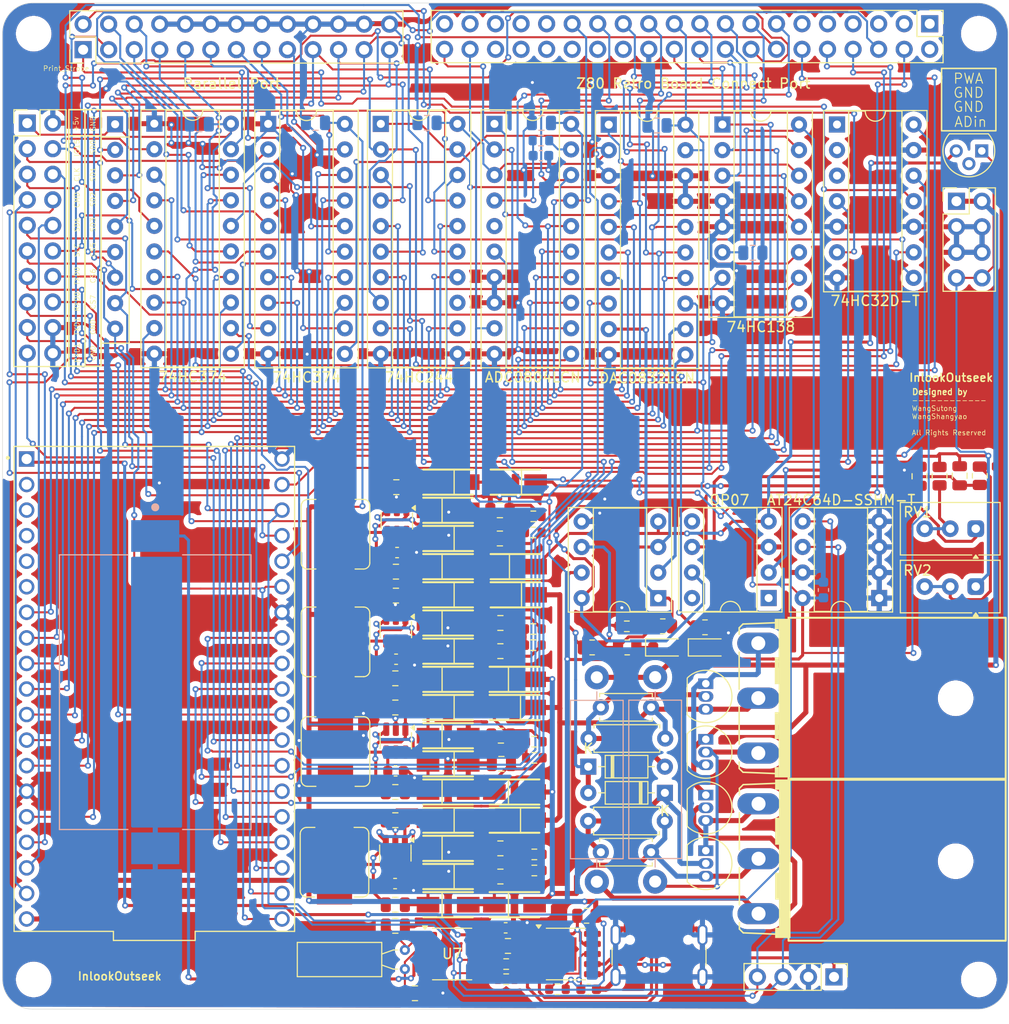
<source format=kicad_pcb>
(kicad_pcb (version 20240108) (generator "pcbnew") (generator_version "8.0")
  (layers (0 "F.Cu" signal) (31 "B.Cu" signal) (34 "B.Paste" user) (35 "F.Paste" user) (36 "B.SilkS" user "B.Silkscreen") (37 "F.SilkS" user "F.Silkscreen") (38 "B.Mask" user) (39 "F.Mask" user) (44 "Edge.Cuts" user))
  (net 0 "")
  (net 1 "+3.3V")
  (net 2 "GND")
  (net 3 "Net-(D2-A)")
  (net 4 "+12V")
  (net 5 "+5V")
  (net 6 "Net-(D3-K)")
  (net 7 "-12V")
  (net 8 "Net-(U7-OSCI)")
  (net 9 "Net-(U7-OSCO)")
  (net 10 "Net-(U9-CLK_IN)")
  (net 11 "Net-(C18-Pad2)")
  (net 12 "Net-(BT2-+)")
  (net 13 "/DAO1")
  (net 14 "/AMP1")
  (net 15 "/PRN_ACK")
  (net 16 "/PRN_STAT")
  (net 17 "/PRN_D3")
  (net 18 "/PRN_PAPER")
  (net 19 "/PRN_ERR")
  (net 20 "/PRN_D6")
  (net 21 "/PRN_D2")
  (net 22 "/PRN_D4")
  (net 23 "/PRN_D1")
  (net 24 "/PRN_D7")
  (net 25 "/PRN_LF")
  (net 26 "/PRN_D5")
  (net 27 "/PRN_INIT")
  (net 28 "/PRN_D0")
  (net 29 "/PRN_STROBE")
  (net 30 "/PRN_BUSY")
  (net 31 "/SCL")
  (net 32 "/TXD1")
  (net 33 "/SDA")
  (net 34 "/RXD1")
  (net 35 "/RXD0")
  (net 36 "/TXD0")
  (net 37 "/PWA")
  (net 38 "Net-(Q3-B)")
  (net 39 "Net-(R8-Pad1)")
  (net 40 "Net-(U9-CLK_R)")
  (net 41 "Net-(R10-Pad1)")
  (net 42 "/RFB")
  (net 43 "/USER1")
  (net 44 "/CFG1")
  (net 45 "+12VD")
  (net 47 "/D0")
  (net 48 "/D7")
  (net 49 "/D2")
  (net 50 "/CS0")
  (net 51 "/D4")
  (net 52 "/D6")
  (net 53 "/D1")
  (net 54 "/D3")
  (net 55 "/D5")
  (net 56 "/A1")
  (net 57 "-12VD")
  (net 58 "/SD3")
  (net 59 "/A2")
  (net 60 "/CMD")
  (net 61 "/SD2")
  (net 63 "/WR")
  (net 64 "/CLK")
  (net 66 "/A0")
  (net 67 "Net-(D12-A)")
  (net 68 "/SD1")
  (net 69 "/SD0")
  (net 70 "/RD")
  (net 71 "/CS6")
  (net 72 "/CS2")
  (net 73 "/CS5")
  (net 74 "/CS3")
  (net 75 "/CS7")
  (net 76 "/CS1")
  (net 77 "/CS4")
  (net 78 "Net-(D14-K)")
  (net 84 "/Iout1")
  (net 85 "/Iout2")
  (net 86 "/PR_ERR")
  (net 90 "/DTRB")
  (net 91 "/DTRA")
  (net 92 "/A14")
  (net 93 "/A13")
  (net 94 "/A7")
  (net 95 "/A10")
  (net 97 "/A4")
  (net 98 "/A3")
  (net 99 "/A6")
  (net 100 "/A11")
  (net 101 "/A12")
  (net 102 "/A5")
  (net 103 "/A15")
  (net 105 "/A9")
  (net 106 "/A8")
  (net 107 "/IO15")
  (net 108 "Net-(D4-A)")
  (net 109 "Net-(U17-DP)")
  (net 110 "Net-(J4-CC1)")
  (net 111 "Net-(U17-DM)")
  (net 112 "Net-(J4-CC2)")
  (net 113 "Net-(U17-VBUS)")
  (net 114 "Net-(U6-SW)")
  (net 115 "Net-(D15-K)")
  (net 116 "Net-(D13-A)")
  (net 117 "Net-(U14-SW)")
  (net 118 "Net-(D10-K)")
  (net 119 "Net-(Q3-C)")
  (net 120 "Net-(D11-K)")
  (net 121 "Net-(U10-SW)")
  (net 122 "Net-(D18-A)")
  (net 123 "Net-(D20-K)")
  (net 124 "Net-(D21-K)")
  (net 125 "Net-(D19-A)")
  (net 126 "Net-(U18-SW)")
  (net 127 "Net-(D24-A)")
  (net 128 "Net-(D26-K)")
  (net 129 "Net-(D27-K)")
  (net 130 "Net-(D25-A)")
  (net 131 "Net-(U1-2IN-)")
  (net 147 "/NFB4")
  (net 148 "/NFB1")
  (net 149 "/NFB3")
  (net 150 "/NFB2")
  (net 151 "/AD592_in")
  (net 152 "Net-(Q2-B)")
  (net 153 "Net-(Q2-C)")
  (net 154 "Net-(D9-A)")
  (footprint "SS54-HF:DIOM5025X220N" (layer "F.Cu") (at 148.42 104.72 180)
    (property "Reference" "D27" (hide yes))
    (property "Value" "1N5822")
  )
  (footprint "Resistor_SMD:R_0603_1608Metric" (layer "F.Cu") (at 156.995 120.92 180)
    (property "Reference" "R27" (hide yes))
    (property "Value" "2.7k")
  )
  (footprint "TIP2955:TOP3AV" (layer "F.Cu") (at 182.47 130.95 -90)
    (property "Reference" "Q1" (hide yes))
    (property "Value" "TIP2955")
  )
  (footprint "SS54-HF:DIOM5025X220N" (layer "F.Cu") (at 148.42 135.52)
    (property "Reference" "D13" (hide yes))
    (property "Value" "1N5822")
  )
  (footprint "Package_DIP:DIP-20_W7.62mm_Socket" (layer "F.Cu") (at 164.4 57.99)
    (property "Reference" "U12" (hide yes))
    (property "Value" "DAC0832LCN")
  )
  (footprint "Capacitor_SMD:C_0805_2012Metric" (layer "F.Cu") (at 153.62 110.32 180)
    (property "Reference" "C44" (hide yes))
    (property "Value" "1uf")
  )
  (footprint "MountingHole:MountingHole_3.2mm_M3_ISO14580" (layer "F.Cu") (at 201.2 48.95)
    (property "Reference" "H3" (hide yes))
    (property "Value" "MountingHole" (hide yes))
  )
  (footprint "SS54-HF:DIOM5025X220N" (layer "F.Cu") (at 148.42 101.92)
    (property "Reference" "D9" (hide yes))
    (property "Value" "1N5822")
  )
  (footprint "Diode_SMD:D_SOD-323_HandSoldering" (layer "F.Cu") (at 170.07 109.95)
    (property "Reference" "D6" (hide yes))
    (property "Value" "1N5819WS")
  )
  (footprint "SS54-HF:DIOM5025X220N" (layer "F.Cu") (at 148.42 113.12)
    (property "Reference" "D25" (hide yes))
    (property "Value" "1N5822")
  )
  (footprint "SS54-HF:DIOM5025X220N" (layer "F.Cu") (at 148.42 127.12 180)
    (property "Reference" "D15" (hide yes))
    (property "Value" "1N5822")
  )
  (footprint "SS54-HF:DIOM5025X220N" (layer "F.Cu") (at 155.12 104.72 180)
    (property "Reference" "D29" (hide yes))
    (property "Value" "SS54-HF")
  )
  (footprint "Capacitor_SMD:C_0805_2012Metric" (layer "F.Cu") (at 143.27 94.02)
    (property "Reference" "C28" (hide yes))
    (property "Value" "1uf")
  )
  (footprint "Capacitor_SMD:C_0805_2012Metric" (layer "F.Cu") (at 143.17 127.12)
    (property "Reference" "C13" (hide yes))
    (property "Value" "1uf")
  )
  (footprint "Resistor_SMD:R_0603_1608Metric" (layer "F.Cu") (at 166.195 107.85 180)
    (property "Reference" "R17" (hide yes))
    (property "Value" "0k")
  )
  (footprint "Package_DIP:DIP-14_W7.62mm_Socket" (layer "F.Cu") (at 187.1 57.975)
    (property "Reference" "U15" (hide yes))
    (property "Value" "74HC32D-T")
  )
  (footprint "Capacitor_SMD:C_0805_2012Metric" (layer "F.Cu") (at 143.17 137.62)
    (property "Reference" "C8" (hide yes))
    (property "Value" "20pf")
  )
  (footprint "Inductor_SMD:L_Bourns_SRP7028A_7.3x6.6mm" (layer "F.Cu") (at 137.12 131.295 -90)
    (property "Reference" "L2" (hide yes))
    (property "Value" "10uh")
  )
  (footprint "Resistor_SMD:R_0805_2012Metric" (layer "F.Cu") (at 173.97 107.95 180)
    (property "Reference" "R11" (hide yes))
    (property "Value" "1k")
  )
  (footprint "Capacitor_SMD:C_0805_2012Metric" (layer "F.Cu") (at 153.62 129.92 180)
    (property "Reference" "C17" (hide yes))
    (property "Value" "1uf")
  )
  (footprint "Resistor_THT:R_Array_SIP9" (layer "F.Cu") (at 115.3 57.95 -90)
    (property "Reference" "RN1" (hide yes))
    (property "Value" "R_Network08")
  )
  (footprint "Capacitor_SMD:C_0805_2012Metric" (layer "F.Cu") (at 153.67 118.72 180)
    (property "Reference" "C36" (hide yes))
    (property "Value" "1uf")
  )
  (footprint "Resistor_SMD:R_0603_1608Metric" (layer "F.Cu") (at 154.195 142.92 180)
    (property "Reference" "R22" (hide yes))
    (property "Value" "4k7")
  )
  (footprint "Capacitor_SMD:C_0805_2012Metric" (layer "F.Cu") (at 153.57 99.12 180)
    (property "Reference" "C31" (hide yes))
    (property "Value" "1uf")
  )
  (footprint "Package_TO_SOT_THT:TO-92_Inline" (layer "F.Cu") (at 174.05 130.15 -90)
    (property "Reference" "Q4" (hide yes))
    (property "Value" "BC212")
  )
  (footprint "Capacitor_SMD:C_0603_1608Metric" (layer "F.Cu") (at 162.4 143.92)
    (property "Reference" "C10" (hide yes))
    (property "Value" "1uf")
  )
  (footprint "Package_TO_SOT_SMD:SOT-23-6" (layer "F.Cu") (at 143.22 108.1825 -90)
    (property "Reference" "U18" (hide yes))
    (property "Value" "LT1617ES5")
  )
  (footprint "Capacitor_SMD:C_0805_2012Metric" (layer "F.Cu") (at 154.37 139.62)
    (property "Reference" "C7" (hide yes))
    (property "Value" "22uf")
  )
  (footprint "Capacitor_SMD:C_0603_1608Metric" (layer "F.Cu") (at 143.245 111.12)
    (property "Reference" "C39" (hide yes))
    (property "Value" "10uf")
  )
  (footprint "Connector_PinHeader_2.54mm:PinHeader_2x10_P2.54mm_Vertical" (layer "F.Cu") (at 106.56 57.84)
    (property "Reference" "J2" (hide yes))
    (property "Value" "Conn_02x10_Odd_Even" (hide yes))
  )
  (footprint "Package_DIP:DIP-8_W7.62mm_Socket" (layer "F.Cu") (at 169.32 105.05 180)
    (property "Reference" "U1" (hide yes))
    (property "Value" "LM358ADG4")
  )
  (footprint "Diode_THT:D_DO-35_SOD27_P7.62mm_Horizontal" (layer "F.Cu") (at 162.36 121.8)
    (property "Reference" "D2" (hide yes))
    (property "Value" "1N4148")
  )
  (footprint "Resistor_SMD:R_0805_2012Metric" (layer "F.Cu") (at 166.2325 109.95)
    (property "Reference" "R12" (hide yes))
    (property "Value" "15k")
  )
  (footprint "MountingHole:MountingHole_3.2mm_M3_ISO14580" (layer "F.Cu") (at 198.9 131.2)
    (property "Reference" "H6" (hide yes))
    (property "Value" "MountingHole")
  )
  (footprint "Capacitor_SMD:C_0805_2012Metric" (layer "F.Cu") (at 143.23 102.42)
    (property "Reference" "C27" (hide yes))
    (property "Value" "1uf")
  )
  (footprint "MountingHole:MountingHole_3.2mm_M3_ISO14580" (layer "F.Cu") (at 107.2 142.95)
    (property "Reference" "H1" (hide yes))
    (property "Value" "MountingHole" (hide yes))
  )
  (footprint "SS54-HF:DIOM5025X220N" (layer "F.Cu") (at 148.42 110.32 180)
    (property "Reference" "D24" (hide yes))
    (property "Value" "1N5822")
  )
  (footprint "Resistor_THT:R_Axial_DIN0207_L6.3mm_D2.5mm_P7.62mm_Horizontal" (layer "F.Cu") (at 162.35 127.2)
    (property "Reference" "R6" (hide yes))
    (property "Value" "1k")
  )
  (footprint "Resistor_SMD:R_0603_1608Metric" (layer "F.Cu") (at 156.995 130.52 180)
    (property "Reference" "R24" (hide yes))
    (property "Value" "51k")
  )
  (footprint "SS54-HF:DIOM5025X220N" (layer "F.Cu") (at 148.42 99.12 180)
    (property "Reference" "D4" (hide yes))
    (property "Value" "1N5822")
  )
  (footprint "Package_SO:SSOP-10-1EP_3.9x4.9mm_P1mm_EP2.1x3.3mm" (layer "F.Cu") (at 160.1375 140.42)
    (property "Reference" "U17" (hide yes))
    (property "Value" "CH224K")
  )
  (footprint "Package_TO_SOT_THT:TO-92_Inline" (layer "F.Cu") (at 174.05 119.08 -90)
    (property "Reference" "Q2" (hide yes))
    (property "Value" "PN2222A")
  )
  (footprint "SS54-HF:DIOM5025X220N" (layer "F.Cu") (at 148.42 129.92)
    (property "Reference" "D14" (hide yes))
    (property "Value" "1N5822")
  )
  (footprint "Package_TO_SOT_THT:TO-92_Inline" (layer "F.Cu") (at 174.05 124.62 -90)
    (property "Reference" "Q3" (hide yes))
    (property "Value" "BC212")
  )
  (footprint "Capacitor_SMD:C_0603_1608Metric" (layer "F.Cu") (at 143.195 122.22)
    (property "Reference" "C33" (hide yes))
    (property "Value" "10uf")
  )
  (footprint "SS54-HF:DIOM5025X220N" (layer "F.Cu") (at 155.02 124.32)
    (property "Reference" "D22" (hide yes))
    (property "Value" "SS54-HF")
  )
  (footprint "SS54-HF:DIOM5025X220N" (layer "F.Cu") (at 148.42 93.52 180)
    (property "Reference" "D11" (hide yes))
    (property "Value" "1N5822")
  )
  (footprint "Resistor_SMD:R_0603_1608Metric" (layer "F.Cu") (at 156.895 109.72 180)
    (property "Reference" "R29" (hide yes))
    (property "Value" "2.7k")
  )
  (footprint "Capacitor_SMD:C_0805_2012Metric" (layer "F.Cu") (at 143.17 124.32)
    (property "Reference" "C34" (hide yes))
    (property "Value" "1uf")
  )
  (footprint "SS54-HF:DIOM5025X220N" (layer "F.Cu") (at 155.02 115.92 180)
    (property "Reference" "D23" (hide yes))
    (property "Value" "SS54-HF")
  )
  (footprint "Resistor_SMD:R_0603_1608Metric" (layer "F.Cu") (at 156.995 119.32 180)
    (property "Reference" "R26" (hide yes))
    (property "Value" "51k")
  )
  (footprint "Package_TO_SOT_THT:TO-92_Inline" (layer "F.Cu") (at 174.05 113.55 -90)
    (property "Reference" "Q8" (hide yes))
    (property "Value" "PN2222A")
  )
  (footprint "Resistor_SMD:R_0805_2012Metric" (layer "F.Cu") (at 197.3 92.925 90)
    (property "Reference" "R8" (hide yes))
    (property "Value" "43k")
  )
  (footprint "Capacitor_THT:C_Disc_D5.0mm_W2.5mm_P5.00mm" (layer "F.Cu") (at 168.61 115.9 180)
    (property "Reference" "C4" (hide yes))
    (property "Value" "10nf")
  )
  (footprint "Package_DIP:DIP-8_W7.62mm_Socket" (layer "F.Cu") (at 180.3 105.04 180)
    (property "Reference" "U11" (hide yes))
    (property "Value" "OP07")
  )
  (footprint "Crystal:Crystal_C38-LF_D3.0mm_L8.0mm_Horizontal" (layer "F.Cu") (at 144.12 140.02 -90)
    (property "Reference" "Y1" (hide yes))
    (property "Value" "Crystal")
  )
  (footprint "Capacitor_SMD:C_0805_2012Metric" (layer "F.Cu") (at 153.72 121.52 180)
    (property "Reference" "C38" (hide yes))
    (property "Value" "1uf")
  )
  (footprint "Connector_PinHeader_2.54mm:PinHeader_2x13_P2.54mm_Vertical" (layer "F.Cu") (at 112.12 50.54 90)
    (property "Reference" "J1" (hide yes))
    (property "Value" "Conn_02x13_Odd_Even" (hide yes))
  )
  (footprint "Diode_SMD:D_SOD-323_HandSoldering" (layer "F.Cu") (at 174.32 109.95)
    (property "Reference" "D7" (hide yes))
    (property "Value" "1N5819WS")
  )
  (footprint "Package_DIP:DIP-20_W7.62mm_Socket" (layer "F.Cu") (at 153.03 57.91)
    (property "Reference" "U9" (hide yes))
    (property "Value" "ADC0804LCN")
  )
  (footprint "Resistor_SMD:R_0805_2012Metric" (layer "F.Cu") (at 201.3 92.8875 -90)
    (property "Reference" "R10" (hide yes))
    (property "Value" "47k")
  )
  (footprint "Resistor_THT:R_Axial_DIN0207_L6.3mm_D2.5mm_P7.62mm_Horizontal" (layer "F.Cu") (at 170.01 119 180)
    (property "Reference" "R5" (hide yes))
    (property "Value" "1k")
  )
  (footprint "Resistor_SMD:R_0603_1608Metric" (layer "F.Cu") (at 156.895 96.92 180)
    (property "Reference" "R16" (hide yes))
    (property "Value" "51k")
  )
  (footprint "Capacitor_SMD:C_0805_2012Metric" (layer "F.Cu") (at 199.3 92.8875 -90)
    (property "Reference" "C18" (hide yes))
    (property "Value" "1nf")
  )
  (footprint "SS54-HF:DIOM5025X220N" (layer "F.Cu") (at 148.42 132.72 180)
    (property "Reference" "D12" (hide yes))
    (property "Value" "1N5822")
  )
  (footprint "SS54-HF:DIOM5025X220N" (layer "F.Cu") (at 148.42 121.52 180)
    (property "Reference" "D18" (hide yes))
    (property "Value" "1N5822")
  )
  (footprint "MountingHole:MountingHole_3.2mm_M3_ISO14580" (layer "F.Cu") (at 107.2 48.95)
    (property "Reference" "H4" (hide yes))
    (property "Value" "MountingHole" (hide yes))
  )
  (footprint "MountingHole:MountingHole_3.2mm_M3_ISO14580" (layer "F.Cu") (at 198.9 115)
    (property "Reference" "H5" (hide yes))
    (property "Value" "MountingHole")
  )
  (footprint "MountingHole:MountingHole_3.2mm_M3_ISO14580" (layer "F.Cu") (at 201.2 142.95)
    (property "Reference" "H2" (hide yes))
    (property "Value" "MountingHole" (hide yes))
  )
  (footprint "Resistor_SMD:R_0603_1608Metric" (layer "F.Cu") (at 156.995 132.12 180)
    (property "Reference" "R25" (hide yes))
    (property "Value" "2.7k")
  )
  (footprint "Package_SO:SOIC-8_3.9x4.9mm_P1.27mm" (layer "F.Cu") (at 148.82 140.42)
    (property "Reference" "U7")
    (property "Value" "PCF8523T")
  )
  (footprint "Diode_THT:D_DO-35_SOD27_P7.62mm_Horizontal" (layer "F.Cu") (at 169.98 124.4 180)
    (property "Reference" "D3" (hide yes))
    (property "Value" "1N4148")
  )
  (footprint "Capacitor_SMD:C_0805_2012Metric" (layer "F.Cu") (at 153.62 132.72 180)
    (property "Reference" "C32" (hide yes))
    (property "Value" "1uf")
  )
  (footprint "Connector_PinHeader_2.54mm:PinHeader_1x04_P2.54mm_Vertical" (layer "F.Cu") (at 186.8 142.7 -90)
    (property "Reference" "J7" (hide yes))
    (property "Value" "Conn_01x04")
  )
  (footprint "SS54-HF:DIOM5025X220N" (layer "F.Cu") (at 155.12 93.52 180)
    (property "Reference" "D5" (hide yes))
    (property "Value" "SS54-HF")
  )
  (footprint "Package_TO_SOT_THT:TO-92L" (layer "F.Cu") (at 201.5 60.6 180)
    (property "Reference" "U2" (hide yes))
    (property "Value" "AD592CN")
  )
  (footprint "Capacitor_SMD:C_0805_2012Metric" (layer "F.Cu") (at 143.23 104.8)
    (property "Reference" "C41" (hide yes))
    (property "Value" "1uf")
  )
  (footprint "Package_TO_SOT_SMD:SOT-23-6" (layer "F.Cu") (at 143.22 119.22 -90)
    (property "Reference" "U10" (hide yes))
    (property "Value" "LT1617ES5")
  )
  (footprint "Package_DIP:DIP-20_W7.62mm_Socket" (layer "F.Cu") (at 141.725 57.911)
    (property "Reference" "U16" (hide yes))
    (property "Value" "74HC244")
  )
  (footprint "SS54-HF:DIOM5025X220N" (layer "F.Cu") (at 148.42 107.52)
    (property "Reference" "D26" (hide yes))
    (property "Value" "1N5822")
  )
  (footprint "SS54-HF:DIOM5025X220N" (layer "F.Cu") (at 148.42 118.72)
    (property "Reference" "D20" (hide yes))
    (property "Value" "1N5822")
  )
  (footprint "SS54-HF:DIOM5025X220N" (layer "F.Cu") (at 155.02 113.12)
    (property "Reference" "D28" (hide yes))
    (property "Value" "SS54-HF")
  )
  (footprint "Inductor_SMD:L_Bourns_SRP7028A_7.3x6.6mm" (layer "F.Cu") (at 137.22 120.295 -90)
    (property "Reference" "L3" (hide yes))
    (property "Value" "10uh")
  )
  (footprint "Capacitor_SMD:C_0805_2012Metric" (layer "F.Cu") (at 153.62 107.52 180)
    (property "Reference" "C42" (hide yes))
    (property "Value" "1uf")
  )
  (footprint "Capacitor_SMD:C_0805_2012Metric" (layer "F.Cu") (at 143.17 115.92)
    (property "Reference" "C35" (hide yes))
    (property "Value" "1uf")
  )
  (footprint "Inductor_SMD:L_Bourns_SRP7028A_7.3x6.6mm" (layer "F.Cu") (at 137.22 98.695 -90)
    (property "Reference" "L1" (hide yes))
    (property "Value" "10uh")
  )
  (footprint "Connector_USB:USB_C_Receptacle_GCT_USB4105-xx-A_16P_TopMnt_Horizontal" (layer "F.Cu") (at 169.4 141.62)
    (property "Reference" "J4" (hide yes))
    (property "Value" "USB_C_Receptacle_USB2.0_14P" (hide yes))
  )
  (footprint "TIP3055:TOP3AV" (layer "F.Cu") (at 182.445 114.989 -90)
    (property "Reference" "Q7" (hide yes))
    (property "Value" "TIP3055")
  )
  (footprint "Capacitor_SMD:C_0603_1608Metric" (layer "F.Cu") (at 143.345 100.52)
    (property "Reference" "C26" (hide yes))
    (property "Value" "10uf")
  )
  (footprint "Package_TO_SOT_SMD:SOT-23-6" (layer "F.Cu") (at 143.17 130.3825 -90)
    (property "Reference" "U6" (hide yes))
    (property "Value" "LT1617ES5")
  )
  (footprint "Potentiometer_THT:Potentiometer_Vishay_T93YA_Vertical" (layer "F.Cu") (at 200.9 98.15 180)
    (property "Reference" "RV1")
    (property "Value" "5k")
  )
  (footprint "Inductor_SMD:L_Bourns_SRP7028A_7.3x6.6mm" (layer "F.Cu") (at 137.22 109.395 -90)
    (property "Reference" "L4" (hide yes))
    (property "Value" "10uh")
  )
  (footprint "Package_DIP:DIP-20_W7.62mm_Socket" (layer "F.Cu") (at 130.525 57.911)
    (property "Reference" "U3" (hide yes))
    (property "Value" "74HC374")
  )
  (footprint "Capacitor_SMD:C_0805_2012Metric" (layer "F.Cu") (at 195.3 92.9375 90)
    (property "Reference" "C14" (hide yes))
    (property "Value" "100uf")
  )
  (footprint "Package_DIP:DIP-16_W7.62mm_Socket" (layer "F.Cu") (at 175.7 57.976)
    (property "Reference" "U5" (hide yes))
    (property "Value" "74HC138")
  )
  (footprint "Connector_PinHeader_2.54mm:PinHeader_2x20_P2.54mm_Vertical" (layer "F.Cu") (at 196.32 47.96 -90)
    (property "Reference" "J3" (hide yes))
    (property "Value" "Conn_02x20_Odd_Even" (hide yes))
  )
  (footprint "DEVKIT_V1_ESP32-WROOM-32:MODULE_DEVKIT_V1_ESP32-WROOM-32" (layer "F.Cu") (at 119.2 114.07)
    (property "Reference" "U4" (hide yes))
    (property "Value" "DEVKIT_V1_ESP32-WROOM-32" (hide yes))
  )
  (footprint "Package_DIP:DIP-8_W7.62mm_Socket" (layer "F.Cu") (at 191.3 105.04 180)
    (property "Reference" "U8" (hide yes))
    (property "Value" "AT24C64D-SSHM-T")
  )
  (footprint "Package_DIP:DIP-20_W7.62mm_Socket" (layer "F.Cu") (at 119.2 57.89)
    (property "Reference" "U13" (hide yes))
    (property "Value" "74HC374")
  )
  (footprint "SS54-HF:DIOM5025X220N" (layer "F.Cu") (at 148.42 115.92 180)
    (property "Reference" "D21" (hide yes))
    (property "Value" "1N5822")
  )
  (footprint "Capacitor_SMD:C_0603_1608Metric" (layer "F.Cu") (at 143.145 133.42)
    (property "Reference" "C11" (hide yes))
    (property "Value" "10uf")
  )
  (footprint "Capacitor_THT:C_Disc_D5.0mm_W2.5mm_P5.00mm" (layer "F.Cu") (at 163.61 130.3)
    (property "Reference" "C6" (hide yes))
    (property "Value" "10nf")
  )
  (footprint "Resistor_SMD:R_0805_2012Metric" (layer "F.Cu") (at 162.1875 136.62 180)
    (property "Reference" "R15" (hide yes))
    (property "Value" "1k")
  )
  (footprint "Resistor_SMD:R_0603_1608Metric" (layer "F.Cu") (at 156.895 98.52)
    (property "Reference" "R23" (hide yes))
    (property "Value" "2.7k")
  )
  (footprint "Capacitor_SMD:C_0603_1608Metric" (layer "F.Cu") (at 154.145 137.82)
    (property "Reference" "C21" (hide yes))
    (property "Value" "100nf")
  )
  (footprint "Capacitor_SMD:C_0805_2012Metric" (layer "F.Cu") (at 143.17 113.02)
    (property "Reference" "C40" (hide yes))
    (property "Value" "1uf")
  )
  (footprint "SS54-HF:DIOM5025X220N" (layer "F.Cu") (at 155.12 101.92)
    (property "Reference" "D8" (hide yes))
    (property "Value" "SS54-HF")
  )
  (footprint "SS54-HF:DIOM5025X220N" (layer "F.Cu") (at 155.02 135.52)
    (property "Reference" "D16" (hide yes))
    (property "Value" "SS54-HF")
  )
  (footprint "SS54-HF:DIOM5025X220N" (layer "F.Cu") (at 148.42 96.32)
    (property "Reference" "D10" (hide yes))
    (property "Value" "1N5822")
  )
  (footprint "Capacitor_SMD:C_0805_2012Metric" (layer "F.Cu") (at 153.57 96.32 180)
    (property "Reference" "C30" (hide yes))
    (property "Value" "1uf")
  )
  (footprint "Capacitor_SMD:C_0805_2012Metric" (layer "F.Cu") (at 143.17 135.52)
    (property "Reference" "C12" (hide yes))
    (property "Value" "1uf")
  )
  (footprint "Connector_PinHeader_2.54mm:PinHeader_2x04_P2.54mm_Vertical" (layer "F.Cu") (at 198.98 65.6)
    (property "Reference" "J5" (hide yes))
    (property "Value" "Conn_02x04_Odd_Even" (hide yes))
  )
  (footprint "SS54-HF:DIOM5025X220N" (layer "F.Cu") (at 148.42 124.32)
    (property "Reference" "D19" (hide yes))
    (property "Value" "1N5822")
  )
  (footprint "Resistor_SMD:R_0603_1608Metric" (layer "F.Cu") (at 159.295 143.92 180)
    (property "Reference" "R7" (hide yes))
    (property "Value" "10k")
  )
  (footprint "Resistor_SMD:R_0805_2012Metric" (layer "F.Cu") (at 169.77 107.85 180)
    (property "Reference" "R13" (hide yes))
    (property "Value" "7.5k")
  )
  (footprint "Resistor_SMD:R_0603_1608Metric" (layer "F.Cu") (at 156.895 108.12 180)
    (property "Reference" "R28" (hide yes))
    (property "Value" "51k")
  )
  (footprint "Potentiometer_THT:Potentiometer_Vishay_T93YA_Vertical" (layer "F.Cu") (at 200.9 103.9 180)
    (property "Reference" "RV2")
    (property "Value" "10k")
  )
  (footprint "Capacitor_SMD:C_0805_2012Metric" (layer "F.Cu") (at 145.12 144.32)
    (property "Reference" "C9" (hide yes))
    (property "Value" "20pf")
  )
  (footprint "SS54-HF:DIOM5025X220N" (layer "F.Cu") (at 155.02 127.12 180)
    (property "Reference" "D17" (hide yes))
    (property "Value" "SS54-HF")
  )
  (footprint "Resistor_SMD:R_0805_2012Metric" (layer "F.Cu") (at 162.745 109.95)
    (property "Reference" "R14" (hide yes))
    (property "Value" "30k")
  )
  (footprint "Resistor_SMD:R_0603_1608Metric" (layer "F.Cu") (at 154.195 141.42 180)
    (property "Reference" "R21" (hide yes))
    (property "Value" "4k7")
  )
  (footprint "Package_TO_SOT_SMD:SOT-23-6" (layer "F.Cu") (at 143.32 97.3825 -90)
    (property "Reference" "U14" (hide yes))
    (property "Value" "LT1617ES5")
  )
  (footprint "Capacitor_SMD:C_0805_2012Metric" (layer "B.Cu") (at 169.2 58.07)
    (property "Reference" "C19" (hide yes))
    (property "Value" "100nf")
  )
  (footprint "Capacitor_SMD:C_0603_1608Metric" (layer "B.Cu") (at 185.75 104.24 -90)
    (property "Reference" "C20" (hide yes))
    (property "Value" "1uF")
  )
  (footprint "Capacitor_SMD:C_0805_2012Metric" (layer "B.Cu") (at 123.67 57.95)
    (property "Reference" "C1" (hide yes))
    (property "Value" "100nf")
  )
  (footprint "796136-1:TE_796136-1" (layer "B.Cu") (at 119.29 114.395 -90)
    (property "Reference" "BT2" (hide yes))
    (property "Value" "Battery_Cell")
  )
  (footprint "Resistor_THT:R_Axial_DIN0516_L15.5mm_D5.0mm_P20.32mm_Horizontal" (layer "B.Cu") (at 169.01 133.219 90)
    (property "Reference" "R2" (hide yes))
    (property "Value" "0.2k")
  )
  (footprint "Capacitor_SMD:C_0603_1608Metric" (layer "B.Cu") (at 157.65 61.07)
    (property "Reference" "C16" (hide yes))
    (property "Value" "150pf")
  )
  (footprint "Capacitor_SMD:C_0805_2012Metric" (layer "B.Cu") (at 146.325 57.811)
    (property "Reference" "C24" (hide yes))
    (property "Value" "100nf")
  )
  (footprint "Resistor_THT:R_Axial_DIN0516_L15.5mm_D5.0mm_P20.32mm_Horizontal" (layer "B.Cu") (at 163.21 112.919 -90)
    (property "Reference" "R4" (hide yes))
    (property "Value" "0.2k")
  )
  (footprint "Capacitor_SMD:C_0805_2012Metric" (layer "B.Cu") (at 135.225 57.811)
    (property "Reference" "C23" (hide yes))
    (property "Value" "100nf")
  )
  (footprint "Capacitor_SMD:C_0805_2012Metric" (layer "B.Cu") (at 157.7 57.82)
    (property "Reference" "C15" (hide yes))
    (property "Value" "100nf")
  )
  (footprint "Resistor_SMD:R_0603_1608Metric" (layer "B.Cu") (at 157.65 59.57 180)
    (property "Reference" "R9" (hide yes))
    (property "Value" "10k")
  )
  (footprint "Capacitor_SMD:C_0805_2012Metric" (layer "B.Cu") (at 178.73 70.726 180)
    (property "Reference" "C25" (hide yes))
    (property "Value" "100nf")
  )
  (gr_rect (start 182.28 123.1) (end 203.88 139.1) (stroke (width 0.2)) (fill none) (layer "F.SilkS"))
  (gr_rect (start 112.3 56.5) (end 113.9 59.1) (stroke (width 0.15)) (fill none) (layer "F.SilkS"))
  (gr_rect (start 110.7 59.1) (end 112.3 82) (stroke (width 0.15)) (fill none) (layer "F.SilkS"))
  (gr_rect (start 110.7 56.5) (end 112.3 59.1) (stroke (width 0.15)) (fill none) (layer "F.SilkS"))
  (gr_rect (start 182.28 107) (end 203.88 123) (stroke (width 0.2)) (fill none) (layer "F.SilkS"))
  (gr_rect (start 112.3 59.1) (end 113.9 82) (stroke (width 0.15)) (fill none) (layer "F.SilkS"))
  (gr_rect (start 197.5 52.4) (end 202.9 58.6) (stroke (width 0.15)) (fill none) (layer "F.SilkS"))
  (gr_line (start 201.1 145.9) (end 107.1 145.9) (stroke (width 0.05)) (layer "Edge.Cuts"))
  (gr_line (start 104.1 142.9) (end 104.1 48.9) (stroke (width 0.05)) (layer "Edge.Cuts"))
  (gr_arc (start 204.1 142.9) (mid 203.22132 145.02132) (end 201.1 145.9) (stroke (width 0.05)) (layer "Edge.Cuts"))
  (gr_arc (start 201.1 45.9) (mid 203.22132 46.77868) (end 204.1 48.9) (stroke (width 0.05)) (layer "Edge.Cuts"))
  (gr_arc (start 107.1 145.9) (mid 104.97868 145.02132) (end 104.1 142.9) (stroke (width 0.05)) (layer "Edge.Cuts"))
  (gr_line (start 201.1 45.9) (end 107.1 45.9) (stroke (width 0.05)) (layer "Edge.Cuts"))
  (gr_line (start 204.1 142.9) (end 204.1 48.9) (stroke (width 0.05)) (layer "Edge.Cuts"))
  (gr_arc (start 104.1 48.9) (mid 104.97868 46.77868) (end 107.1 45.9) (stroke (width 0.05)) (layer "Edge.Cuts"))
  (gr_text "SD0" (at 113.4 61 90) (layer "F.SilkS") (effects (font (size 0.5 0.5) (thickness 0.0625)) (justify left bottom)))
  (gr_text "Print_Strobe" (at 108.1 52.7 0) (layer "F.SilkS") (effects (font (size 0.5 0.5) (thickness 0.0625)) (justify left bottom)))
  (gr_text "RXD1" (at 111.8 81.7 90) (layer "F.SilkS") (effects (font (size 0.5 0.5) (thickness 0.0625)) (justify left bottom)))
  (gr_text "RXD0" (at 111.8 76.6 90) (layer "F.SilkS") (effects (font (size 0.5 0.5) (thickness 0.0625)) (justify left bottom)))
  (gr_text "CLK" (at 111.8 63.7 90) (layer "F.SilkS") (effects (font (size 0.5 0.5) (thickness 0.0625)) (justify left bottom)))
  (gr_text "SLC" (at 111.8 71.2 90) (layer "F.SilkS") (effects (font (size 0.5 0.5) (thickness 0.0625)) (justify left bottom)))
  (gr_text "GND" (at 113.4 81.5 90) (layer "F.SilkS") (effects (font (size 0.5 0.5) (thickness 0.0625)) (justify left bottom)))
  (gr_text "Parallel Port" (at 126.9 53.9 0) (layer "F.SilkS") (effects (font (size 1 1))))
  (gr_text "CS6" (at 113.4 73.8 90) (layer "F.SilkS") (effects (font (size 0.5 0.5) (thickness 0.0625)) (justify left bottom)))
  (gr_text "IO15" (at 111.8 61.2 90) (layer "F.SilkS") (effects (font (size 0.5 0.5) (thickness 0.0625)) (justify left bottom)))
  (gr_text "SDA" (at 111.8 68.7 90) (layer "F.SilkS") (effects (font (size 0.5 0.5) (thickness 0.0625)) (justify left bottom)))
  (gr_text "Designed by" (at 194.5 84.9 0) (layer "F.SilkS") (effects (font (size 0.6 0.6) (thickness 0.12)) (justify left bottom)))
  (gr_text "GND" (at 113.4 58.7 90) (layer "F.SilkS") (effects (font (size 0.5 0.5) (thickness 0.0625)) (justify left bottom)))
  (gr_text "InlookOutseek" (at 111.5 143.1 0) (layer "F.SilkS") (effects (font (size 0.8 0.8) (thickness 0.15) (bold yes)) (justify left bottom)))
  (gr_text "ADin" (at 198.7 58.3 0) (layer "F.SilkS") (effects (font (size 1 1) (thickness 0.1)) (justify left bottom)))
  (gr_text "SD2" (at 113.4 66.2 90) (layer "F.SilkS") (effects (font (size 0.5 0.5) (thickness 0.0625)) (justify left bottom)))
  (gr_text "Z80 Retro Board Connect Port" (at 172.8 53.9 0) (layer "F.SilkS") (effects (font (size 1 1))))
  (gr_text "CS5" (at 113.4 71.2 90) (layer "F.SilkS") (effects (font (size 0.5 0.5) (thickness 0.0625)) (justify left bottom)))
  (gr_text "CMD" (at 111.8 66.3 90) (layer "F.SilkS") (effects (font (size 0.5 0.5) (thickness 0.0625)) (justify left bottom)))
  (gr_text "CS7" (at 113.4 76.4 90) (layer "F.SilkS") (effects (font (size 0.5 0.5) (thickness 0.0625)) (justify left bottom)))
  (gr_text "+5v" (at 111.7 58.7 90) (layer "F.SilkS") (effects (font (size 0.5 0.5) (thickness 0.0625)) (justify left bottom)))
  (gr_text "TXD0" (at 111.8 74 90) (layer "F.SilkS") (effects (font (size 0.5 0.5) (thickness 0.0625)) (justify left bottom)))
  (gr_text "GND" (at 198.6 56.8 0) (layer "F.SilkS") (effects (font (size 1 1) (thickness 0.1)) (justify left bottom)))
  (gr_text "InlookOutseek" (at 194.2 83.6 0) (layer "F.SilkS") (effects (font (size 0.8 0.8) (thickness 0.15) (bold yes)) (justify left bottom)))
  (gr_text "74HC374" (at 123 83.05 0) (layer "F.SilkS") (effects (font (size 1 1))))
  (gr_text "SD3" (at 113.4 68.7 90) (layer "F.SilkS") (effects (font (size 0.5 0.5) (thickness 0.0625)) (justify left bottom)))
  (gr_text "------------\nWangSutong\nWangShangyao\n\nAll Rights Reserved" (at 194.5 88.9 0) (layer "F.SilkS") (effects (font (size 0.5 0.5) (thickness 0.0625)) (justify left bottom)))
  (gr_text "SD1" (at 113.4 63.7 90) (layer "F.SilkS") (effects (font (size 0.5 0.5) (thickness 0.0625)) (justify left bottom)))
  (gr_text "GND" (at 113.4 78.9 90) (layer "F.SilkS") (effects (font (size 0.5 0.5) (thickness 0.0625)) (justify left bottom)))
  (gr_text "PWA" (at 198.6 54 0) (layer "F.SilkS") (effects (font (size 1 1) (thickness 0.1)) (justify left bottom)))
  (gr_text "GND" (at 198.6 55.4 0) (layer "F.SilkS") (effects (font (size 1 1) (thickness 0.1)) (justify left bottom)))
  (gr_text "TXD1" (at 111.8 79 90) (layer "F.SilkS") (effects (font (size 0.5 0.5) (thickness 0.0625)) (justify left bottom)))
  (segment (start 155.02 141.42) (end 155.02 142.92) (width 0.3) (layer "F.Cu") (net 1))
  (segment (start 151.295 138.515) (end 149.395 138.515) (width 0.3) (layer "F.Cu") (net 1))
  (segment (start 155.02 141.42) (end 155.02 141.22) (width 0.3) (layer "F.Cu") (net 1))
  (segment (start 116.15 91.665) (end 116.03 91.545) (width 0.3) (layer "F.Cu") (net 1))
  (segment (start 182.696 58.6) (end 183.32 57.976) (width 0.2) (layer "F.Cu") (net 1))
  (segment (start 116.25 91.665) (end 116.15 91.665) (width 0.3) (layer "F.Cu") (net 1))
  (segment (start 178.548 58.6) (end 182.696 58.6) (width 0.2) (layer "F.Cu") (net 1))
  (segment (start 151.295 138.515) (end 152.315 138.515) (width 0.3) (layer "F.Cu") (net 1))
  (segment (start 116.03 91.545) (end 106.59 91.545) (width 0.3) (layer "F.Cu") (net 1))
  (segment (start 140.48 136.5) (end 133.036849 136.5) (width 0.3) (layer "F.Cu") (net 1))
  (segment (start 155.02 141.22) (end 153.42 139.62) (width 0.3) (layer "F.Cu") (net 1))
  (segment (start 152.675 138.515) (end 153.37 137.82) (width 0.3) (layer "F.Cu") (net 1))
  (segment (start 178.1 58.576) (end 178.524 58.576) (width 0.2) (layer "F.Cu") (net 1))
  (segment (start 151.295 138.515) (end 152.675 138.515) (width 0.3) (layer "F.Cu") (net 1))
  (segment (start 178.524 58.576) (end 178.548 58.6) (width 0.2) (layer "F.Cu") (net 1))
  (segment (start 132.136849 135.6) (end 116.3 135.6) (width 0.3) (layer "F.Cu") (net 1))
  (segment (start 152.315 138.515) (end 153.42 139.62) (width 0.3) (layer "F.Cu") (net 1))
  (segment (start 133.036849 136.5) (end 132.136849 135.6) (width 0.3) (layer "F.Cu") (net 1))
  (segment (start 149.395 138.515) (end 149.38 138.5) (width 0.3) (layer "F.Cu") (net 1))
  (via (at 149.38 138.5) (size 0.6) (drill 0.3) (layers "F.Cu" "B.Cu") (net 1))
  (via (at 116.25 91.665) (size 0.6) (drill 0.3) (layers "F.Cu" "B.Cu") (net 1))
  (via (at 140.48 136.5) (size 0.6) (drill 0.3) (layers "F.Cu" "B.Cu") (net 1))
  (via (at 178.1 58.576) (size 0.6) (drill 0.3) (layers "F.Cu" "B.Cu") (net 1))
  (via (at 116.3 135.6) (size 0.6) (drill 0.3) (layers "F.Cu" "B.Cu") (net 1))
  (segment (start 163.1 135) (end 161.6 136.5) (width 0.2) (layer "B.Cu") (net 1))
  (segment (start 184.78 94.764365) (end 182.5 97.044365) (width 0.2) (layer "B.Cu") (net 1))
  (segment (start 116.25 135.55) (end 116.3 135.6) (width 0.3) (layer "B.Cu") (net 1))
  (segment (start 178.198756 135) (end 163.1 135) (width 0.2) (layer "B.Cu") (net 1))
  (segment (start 149.38 138.5) (end 147.38 136.5) (width 0.3) (layer "B.Cu") (net 1))
  (segment (start 182.5 97.044365) (end 182.5 130.698756) (width 0.2) (layer "B.Cu") (net 1))
  (segment (start 161.6 136.5) (end 147.38 136.5) (width 0.2) (layer "B.Cu") (net 1))
  (segment (start 147.38 136.5) (end 140.48 136.5) (width 0.3) (layer "B.Cu") (net 1))
  (segment (start 175.7 70.676) (end 177.73 70.676) (width 0.2) (layer "B.Cu") (net 1))
  (segment (start 183.32 57.976) (end 184.78 59.436) (width 0.2) (layer "B.Cu") (net 1))
  (segment (start 178.1 70.406) (end 178.1 58.576) (width 0.2) (layer "B.Cu") (net 1))
  (segment (start 177.78 70.726) (end 178.1 70.406) (width 0.2) (layer "B.Cu") (net 1))
  (segment (start 177.73 70.676) (end 177.78 70.726) (width 0.2) (layer "B.Cu") (net 1))
  (segment (start 184.78 59.436) (end 184.78 94.764365) (width 0.2) (layer "B.Cu") (net 1))
  (segment (start 182.5 130.698756) (end 178.198756 135) (width 0.2) (layer "B.Cu") (net 1))
  (segment (start 116.25 91.665) (end 116.25 135.55) (width 0.3) (layer "B.Cu") (net 1))
  (segment (start 119.1 80.85) (end 113.234456 80.85) (width 0.3) (layer "F.Cu") (net 2))
  (segment (start 119.2 57.89) (end 120.79 57.89) (width 0.2) (layer "F.Cu") (net 2))
  (segment (start 155.52 139.42) (end 155.32 139.62) (width 0.3) (layer "F.Cu") (net 2))
  (segment (start 161.7 97.43) (end 162.67 97.43) (width 0.5) (layer "F.Cu") (net 2))
  (segment (start 147.88 144.32) (end 147.9 144.3) (width 0.3) (layer "F.Cu") (net 2))
  (segment (start 155 75.7) (end 154.99 75.69) (width 0.2) (layer "F.Cu") (net 2))
  (segment (start 168.75 63.1) (end 168.78 63.07) (width 0.2) (layer "F.Cu") (net 2))
  (segment (start 195.3 91.9875) (end 194.1375 91.9875) (width 0.2) (layer "F.Cu") (net 2))
  (segment (start 165.37 107.85) (end 165.37 106.33) (width 0.3) (layer "F.Cu") (net 2))
  (segment (start 163.15 60.1) (end 162.75 59.7) (width 0.2) (layer "F.Cu") (net 2))
  (segment (start 157.5 139.42) (end 155.52 139.42) (width 0.3) (layer "F.Cu") (net 2))
  (segment (start 155.76 137.82) (end 156.28 137.3) (width 0.3) (layer "F.Cu") (net 2))
  (segment (start 145.4 50.1) (end 143.988656 50.1) (width 0.2) (layer "F.Cu") (net 2))
  (segment (start 155.4 75.7) (end 155 75.7) (width 0.2) (layer "F.Cu") (net 2))
  (segment (start 130.525 80.771) (end 134.371 80.771) (width 0.3) (layer "F.Cu") (net 2))
  (segment (start 125.610883 62.210883) (end 125.7 62.3) (width 0.2) (layer "F.Cu") (net 2))
  (segment (start 154.92 139.22) (end 155.32 139.62) (width 0.3) (layer "F.Cu") (net 2))
  (segment (start 112.984456 80.6) (end 109.2 80.6) (width 0.3) (layer "F.Cu") (net 2))
  (segment (start 173.145 137.94) (end 173.72 138.515) (width 0.5) (layer "F.Cu") (net 2))
  (segment (start 160.1375 140.42) (end 157.5 140.42) (width 0.3) (layer "F.Cu") (net 2))
  (segment (start 163.6 94.8) (end 164 95.2) (width 0.3) (layer "F.Cu") (net 2))
  (segment (start 148.38 130.3) (end 148.48 130.3) (width 0.3) (layer "F.Cu") (net 2))
  (segment (start 154.92 137.82) (end 154.92 139.22) (width 0.3) (layer "F.Cu") (net 2))
  (segment (start 175.57 109.23) (end 176.3 108.5) (width 0.3) (layer "F.Cu") (net 2))
  (segment (start 146.07 142.6) (end 146.345 142.325) (width 0.3) (layer "F.Cu") (net 2))
  (segment (start 159.9 94.8) (end 159.7 94.8) (width 0.3) (layer "F.Cu") (net 2))
  (segment (start 154.99 75.69) (end 153.03 75.69) (width 0.2) (layer "F.Cu") (net 2))
  (segment (start 143.22 118.0825) (end 143.22 117.04) (width 0.3) (layer "F.Cu") (net 2))
  (segment (start 143.32 95.04) (end 143.28 95) (width 0.3) (layer "F.Cu") (net 2))
  (segment (start 164.10524 143.92) (end 165.08 142.94524) (width 0.5) (layer "F.Cu") (net 2))
  (segment (start 146.07 144.32) (end 146.07 142.6) (width 0.3) (layer "F.Cu") (net 2))
  (segment (start 157.5 140.42) (end 157.5 139.42) (width 0.3) (layer "F.Cu") (net 2))
  (segment (start 140 118.7) (end 140 116.5) (width 0.5) (layer "F.Cu") (net 2))
  (segment (start 163.175 143.92) (end 164.10524 143.92) (width 0.5) (layer "F.Cu") (net 2))
  (segment (start 158.21 62.3) (end 158.4 62.49) (width 0.2) (layer "F.Cu") (net 2))
  (segment (start 143.988656 50.1) (end 143.788656 49.9) (width 0.2) (layer "F.Cu") (net 2))
  (segment (start 143.92 133.42) (end 144.3 133.42) (width 0.3) (layer "F.Cu") (net 2))
  (segment (start 144.4 122.22) (end 145.08 122.9) (width 0.3) (layer "F.Cu") (net 2))
  (segment (start 144.3 133.42) (end 144.98 134.1) (width 0.3) (layer "F.Cu") (net 2))
  (segment (start 134.5 72.5) (end 134.6 72.6) (width 0.2) (layer "F.Cu") (net 2))
  (segment (start 155.93 62.5) (end 156.13 62.3) (width 0.2) (layer "F.Cu") (net 2))
  (segment (start 165.37 106.33) (end 165.7 106) (width 0.3) (layer "F.Cu") (net 2))
  (segment (start 120.79 57.89) (end 120.9 58) (width 0.2) (layer "F.Cu") (net 2))
  (segment (start 153.03 80.77) (end 154.93 80.77) (width 0.2) (layer "F.Cu") (net 2))
  (segment (start 120.9 59.8) (end 122.6 59.8) (width 0.2) (layer "F.Cu") (net 2))
  (segment (start 159.7 94.8) (end 155.460735 94.8) (width 0.3) (layer "F.Cu") (net 2))
  (segment (start 135.4 60.8) (end 135.4 61) (width 0.2) (layer "F.Cu") (net 2))
  (segment (start 154.92 137.82) (end 155.76 137.82) (width 0.3) (layer "F.Cu") (net 2))
  (segment (start 194.1375 91.9875) (end 193.8 92.325) (width 0.2) (layer "F.Cu") (net 2))
  (segment (start 113.234456 80.85) (end 112.984456 80.6) (width 0.3) (layer "F.Cu") (net 2))
  (segment (start 134.371 80.771) (end 134.4 80.8) (width 0.3) (layer "F.Cu") (net 2))
  (segment (start 144.02 111.12) (end 144.5 111.12) (width 0.3) (layer "F.Cu") (net 2))
  (segment (start 166.2 137.94) (end 165.655 137.94) (width 0.5) (layer "F.Cu") (net 2))
  (segment (start 140.06 48) (end 140.11 47.95) (width 0.5) (layer "F.Cu") (net 2))
  (segment (start 122.6 59.8) (end 123.9 59.8) (width 0.2) (layer "F.Cu") (net 2))
  (segment (start 154.93 80.77) (end 155.4 80.3) (width 0.2) (layer "F.Cu") (net 2))
  (segment (start 175.57 109.95) (end 175.57 109.23) (width 0.3) (layer "F.Cu") (net 2))
  (segment (start 133.4 72.5) (end 134.5 72.5) (width 0.2) (layer "F.Cu") (net 2))
  (segment (start 172.6 137.94) (end 173.145 137.94) (width 0.5) (layer "F.Cu") (net 2))
  (segment (start 142.55 47.95) (end 142.6 48) (width 0.5) (layer "F.Cu") (net 2))
  (segment (start 144.5 111.12) (end 145.08 111.7) (width 0.3) (layer "F.Cu") (net 2))
  (segment (start 159.7 94.8) (end 159.785884 94.8) (width 0.3) (layer "F.Cu") (net 2))
  (segment (start 163.15 60.9) (end 163.15 60.1) (width 0.2) (layer "F.Cu") (net 2))
  (segment (start 140.11 47.95) (end 142.55 47.95) (width 0.5) (layer "F.Cu") (net 2))
  (segment (start 123.9 59.8) (end 124 59.9) (width 0.2) (layer "F.Cu") (net 2))
  (segment (start 130.914 58.3) (end 132.9 58.3) (width 0.2) (layer "F.Cu") (net 2))
  (segment (start 143.97 122.22) (end 144.4 122.22) (width 0.3) (layer "F.Cu") (net 2))
  (segment (start 109.2 80.6) (end 109.1 80.7) (width 0.3) (layer "F.Cu") (net 2))
  (segment (start 119.2 80.75) (end 119.1 80.85) (width 0.3) (layer "F.Cu") (net 2))
  (segment (start 165.655 137.94) (end 165.08 138.515) (width 0.5) (layer "F.Cu") (net 2))
  (segment (start 143.22 107.045) (end 143.22 105.74) (width 0.3) (layer "F.Cu") (net 2))
  (segment (start 133.6 123.7) (end 133.6 119.2) (width 0.5) (layer "F.Cu") (net 2))
  (segment (start 146.07 144.32) (end 147.88 144.32) (width 0.3) (layer "F.Cu") (net 2))
  (segment (start 143.17 128.11) (end 143.18 128.1) (width 0.2) (layer "F.Cu") (net 2))
  (segment (start 159.9 94.8) (end 163.6 94.8) (width 0.3) (layer "F.Cu") (net 2))
  (segment (start 143.22 105.74) (end 143.18 105.7) (width 0.3) (layer "F.Cu") (net 2))
  (segment (start 156.13 62.3) (end 158.21 62.3) (width 0.2) (layer "F.Cu") (net 2))
  (segment (start 145.26 100.52) (end 145.28 100.5) (width 0.3) (layer "F.Cu") (net 2))
  (segment (start 162.67 97.43) (end 163.5 96.6) (width 0.5) (layer "F.Cu") (net 2))
  (segment (start 143.32 96.245) (end 143.32 95.04) (width 0.3) (layer "F.Cu") (net 2))
  (segment (start 144.12 100.52) (end 145.26 100.52) (width 0.3) (layer "F.Cu") (net 2))
  (segment (start 165.08 142.94524) (end 165.08 142.695) (width 0.5) (layer "F.Cu") (net 2))
  (segment (start 132.8 63) (end 132.8 64.5) (width 0.2) (layer "F.Cu") (net 2))
  (segment (start 143.17 129.245) (end 143.17 128.11) (width 0.2) (layer "F.Cu") (net 2))
  (segment (start 155.460735 94.8) (end 155.4 94.860735) (width 0.3) (layer "F.Cu") (net 2))
  (segment (start 143.22 117.04) (end 143.18 117) (width 0.3) (layer "F.Cu") (net 2))
  (segment (start 132.924265 62.875735) (end 132.8 63) (width 0.2) (layer "F.Cu") (net 2))
  (segment (start 130.525 57.911) (end 130.914 58.3) (width 0.2) (layer "F.Cu") (net 2))
  (segment (start 132.8 64.5) (end 133.3 65) (width 0.2) (layer "F.Cu") (net 2))
  (segment (start 123.96848 62.210883) (end 125.610883 62.210883) (width 0.2) (layer "F.Cu") (net 2))
  (segment (start 132.9 58.3) (end 135.4 60.8) (width 0.2) (layer "F.Cu") (net 2))
  (via (at 162.75 59.7) (size 0.6) (drill 0.3) (layers "F.Cu" "B.Cu") (net 2))
  (via (at 145.08 122.9) (size 0.6) (drill 0.3) (layers "F.Cu" "B.Cu") (net 2))
  (via (at 132.924265 62.875735) (size 0.6) (drill 0.3) (layers "F.Cu" "B.Cu") (net 2))
  (via (at 114.4 54.4) (size 0.6) (drill 0.3) (layers "F.Cu" "B.Cu") (net 2))
  (via (at 162.75 53.8) (size 0.6) (drill 0.3) (layers "F.Cu" "B.Cu") (net 2))
  (via (at 120.9 58) (size 0.6) (drill 0.3) (layers "F.Cu" "B.Cu") (net 2))
  (via (at 125.7 62.3) (size 0.6) (drill 0.3) (layers "F.Cu" "B.Cu") (net 2))
  (via (at 163.5 96.6) (size 0.6) (drill 0.3) (layers "F.Cu" "B.Cu") (net 2))
  (via (at 148.48 130.3) (size 0.6) (drill 0.3) (layers "F.Cu" "B.Cu") (net 2))
  (via (at 158.4 62.49) (size 0.6) (drill 0.3) (layers "F.Cu" "B.Cu") (net 2))
  (via (at 155.93 62.5) (size 0.6) (drill 0.3) (layers "F.Cu" "B.Cu") (net 2))
  (via (at 140 118.7) (size 0.6) (drill 0.3) (layers "F.Cu" "B.Cu") (net 2))
  (via (at 133.4 72.5) (size 0.6) (drill 0.3) (layers "F.Cu" "B.Cu") (net 2))
  (via (at 168.75 63.1) (size 0.6) (drill 0.3) (layers "F.Cu" "B.Cu") (net 2))
  (via (at 122.6 59.8) (size 0.6) (drill 0.3) (layers "F.Cu" "B.Cu") (net 2))
  (via (at 123.96848 62.210883) (size 0.6) (drill 0.3) (layers "F.Cu" "B.Cu") (net 2))
  (via (at 143.18 105.7) (size 0.6) (drill 0.3) (layers "F.Cu" "B.Cu") (net 2))
  (via (at 155.4 94.860735) (size 0.6) (drill 0.3) (layers "F.Cu" "B.Cu") (net 2))
  (via (at 163.15 60.9) (size 0.6) (drill 0.3) (layers "F.Cu" "B.Cu") (net 2))
  (via (at 133.6 123.7) (size 0.6) (drill 0.3) (layers "F.Cu" "B.Cu") (net 2))
  (via (at 124 59.9) (size 0.6) (drill 0.3) (layers "F.Cu" "B.Cu") (net 2))
  (via (at 143.28 95) (size 0.6) (drill 0.3) (layers "F.Cu" "B.Cu") (net 2))
  (via (at 148.4 121) (size 0.6) (drill 0.3) (layers "F.Cu" "B.Cu") (net 2))
  (via (at 134.4 80.8) (size 0.6) (drill 0.3) (layers "F.Cu" "B.Cu") (net 2))
  (via (at 143.18 128.1) (size 0.6) (drill 0.3) (layers "F.Cu" "B.Cu") (net 2))
  (via (at 165.7 106) (size 0.6) (drill 0.3) (layers "F.Cu" "B.Cu") (net 2))
  (via (at 143.788656 49.9) (size 0.6) (drill 0.3) (layers "F.Cu" "B.Cu") (net 2))
  (via (at 144.98 134.1) (size 0.6) (drill 0.3) (layers "F.Cu" "B.Cu") (net 2))
  (via (at 143.18 117) (size 0.6) (drill 0.3) (layers "F.Cu" "B.Cu") (net 2))
  (via (at 133.6 119.2) (size 0.6) (drill 0.3) (layers "F.Cu" "B.Cu") (net 2))
  (via (at 155.4 80.3) (size 0.6) (drill 0.3) (layers "F.Cu" "B.Cu") (net 2))
  (via (at 145.4 50.1) (size 0.6) (drill 0.3) (layers "F.Cu" "B.Cu") (net 2))
  (via (at 156.8 53.8) (size 0.6) (drill 0.3) (layers "F.Cu" "B.Cu") (net 2))
  (via (at 147.9 144.3) (size 0.6) (drill 0.3) (layers "F.Cu" "B.Cu") (net 2))
  (via (at 140 116.5) (size 0.6) (drill 0.3) (layers "F.Cu" "B.Cu") (net 2))
  (via (at 177.1 72.5) (size 0.6) (drill 0.3) (layers "F.Cu" "B.Cu") (net 2))
  (via (at 176.3 108.5) (size 0.6) (drill 0.3) (layers "F.Cu" "B.Cu") (net 2))
  (via (at 145.28 100.5) (size 0.6) (drill 0.3) (layers "F.Cu" "B.Cu") (net 2))
  (via (at 153.541497 94.860735) (size 0.6) (drill 0.3) (layers "F.Cu" "B.Cu") (net 2))
  (via (at 145.08 111.7) (size 0.6) (drill 0.3) (layers "F.Cu" "B.Cu") (net 2))
  (via (at 119.7 93.6) (size 0.6) (drill 0.3) (layers "F.Cu" "B.Cu") (net 2))
  (via (at 148.48 98.8) (size 0.6) (drill 0.3) (layers "F.Cu" "B.Cu") (net 2))
  (via (at 193.8 92.325) (size 0.6) (drill 0.3) (layers "F.Cu" "B.Cu") (net 2))
  (via (at 135.4 61) (size 0.6) (drill 0.3) (layers "F.Cu" "B.Cu") (net 2))
  (via (at 120.9 59.8) (size 0.6) (drill 0.3) (layers "F.Cu" "B.Cu") (net 2))
  (via (at 148.4 109.8) (size 0.6) (drill 0.3) (layers "F.Cu" "B.Cu") (net 2))
  (via (at 148.48 96.5) (size 0.6) (drill 0.3) (layers "F.Cu" "B.Cu") (net 2))
  (via (at 148.4 108) (size 0.6) (drill 0.3) (layers "F.Cu" "B.Cu") (net 2))
  (via (at 148.5 119.1) (size 0.6) (drill 0.3) (layers "F.Cu" "B.Cu") (net 2))
  (via (at 164 95.2) (size 0.6) (drill 0.3) (layers "F.Cu" "B.Cu") (net 2))
  (via (at 155.4 75.7) (size 0.6) (drill 0.3) (layers "F.Cu" "B.Cu") (net 2))
  (via (at 148.48 132.2) (size 0.6) (drill 0.3) (layers "F.Cu" "B.Cu") (net 2))
  (via (at 133.3 65) (size 0.6) (drill 0.3) (layers "F.Cu" "B.Cu") (net 2))
  (via (at 134.6 72.6) (size 0.6) (drill 0.3) (layers "F.Cu" "B.Cu") (net 2))
  (via (at 156.28 137.3) (size 0.6) (drill 0.3) (layers "F.Cu" "B.Cu") (net 2))
  (segment (start 122.72 57.95) (end 122.72 59.68) (width 0.2) (layer "B.Cu") (net 2))
  (segment (start 168.8 63.05) (end 168.75 63.1) (width 0.2) (layer "B.Cu") (net 2))
  (segment (start 155.4 94.860735) (end 153.541497 94.860735) (width 0.3) (layer "B.Cu") (net 2))
  (segment (start 126.47 61.53) (end 127.47 61.53) (width 0.2) (layer "B.Cu") (net 2))
  (segment (start 134.6 80.6) (end 134.4 80.8) (width 0.2) (layer "B.Cu") (net 2))
  (segment (start 122.72 59.68) (end 122.6 59.8) (width 0.2) (layer "B.Cu") (net 2))
  (segment (start 119.2 56.451471) (end 116.448529 53.7) (width 0.2) (layer "B.Cu") (net 2))
  (segment (start 164.4 63.07) (end 163.15 61.82) (width 0.2) (layer "B.Cu") (net 2))
  (segment (start 156.75 53.85) (end 156.8 53.8) (width 0.2) (layer "B.Cu") (net 2))
  (segment (start 133.775062 49.204938) (end 134.98 48) (width 0.2) (layer "B.Cu") (net 2))
  (segment (start 158.4 62.49) (end 158.4 61.095) (width 0.2) (layer "B.Cu") (net 2))
  (segment (start 132.924265 60.310265) (end 132.924265 62.875735) (width 0.2) (layer "B.Cu") (net 2))
  (segment (start 175.166 71.966) (end 176.566 71.966) (width 0.5) (layer "B.Cu") (net 2))
  (segment (start 130.525 58.475) (end 130.525 57.911) (width 0.2) (layer "B.Cu") (net 2))
  (segment (start 130.525 57.911) (end 132.924265 60.310265) (width 0.2) (layer "B.Cu") (net 2))
  (segment (start 124 62.179363) (end 123.96848 62.210883) (width 0.2) (layer "B.Cu") (net 2))
  (segment (start 130.525 89.845) (end 131.9 91.22) (width 0.3) (layer "B.Cu") (net 2))
  (segment (start 155.93 58.64) (end 155.93 62.5) (width 0.2) (layer "B.Cu") (net 2))
  (segment (start 143.788656 49.188656) (end 142.6 48) (width 0.2) (layer "B.Cu") (net 2))
  (segment (start 145.375 50.125) (end 145.4 50.1) (width 0.2) (layer "B.Cu") (net 2))
  (segment (start 168.25 58.07) (end 168.8 58.62) (width 0.2) (layer "B.Cu") (net 2))
  (segment (start 174.45 71.25) (end 175.166 71.966) (width 0.5) (layer "B.Cu") (net 2))
  (segment (start 176.566 71.966) (end 177.1 72.5) (width 0.5) (layer "B.Cu") (net 2))
  (segment (start 156.75 57.82) (end 155.93 58.64) (width 0.2) (layer "B.Cu") (net 2))
  (segment (start 148.48 130.3) (end 148.48 132.2) (width 0.3) (layer "B.Cu") (net 2))
  (segment (start 168.8 58.62) (end 168.8 63.05) (width 0.2) (layer "B.Cu") (net 2))
  (segment (start 134.275 57.811) (end 133.775062 57.311062) (width 0.2) (layer "B.Cu") (net 2))
  (segment (start 135.4 61) (end 135.4 58.936) (width 0.2) (layer "B.Cu") (net 2))
  (segment (start 158.4 61.095) (end 158.425 61.07) (width 0.2) (layer "B.Cu") (net 2))
  (segment (start 162.75 59.7) (end 162.75 53.8) (width 0.2) (layer "B.Cu") (net 2))
  (segment (start 148.5 120.9) (end 148.4 121) (width 0.5) (layer "B.Cu") (net 2))
  (segment (start 163.15 61.82) (end 163.15 60.9) (width 0.2) (layer "B.Cu") (net 2))
  (segment (start 120.9 58) (end 120.9 59.8) (width 0.2) (layer "B.Cu") (net 2))
  (segment (start 133.775062 57.311062) (end 133.775062 49.204938) (width 0.2) (layer "B.Cu") (net 2))
  (segment (start 175.7 68.136) (end 174.45 69.386) (width 0.5) (layer "B.Cu") (net 2))
  (segment (start 155.4 80.3) (end 155.3 80.2) (width 0.2) (layer "B.Cu") (net 2))
  (segment (start 116.448529 53.7) (end 115.1 53.7) (width 0.2) (layer "B.Cu") (net 2))
  (segment (start 133.3 65) (end 133.425 65.125) (width 0.2) (layer "B.Cu") (net 2))
  (segment (start 124 59.9) (end 124 62.179363) (width 0.2) (layer "B.Cu") (net 2))
  (segment (start 155.3 80.2) (end 155.3 75.8) (width 0.2) (layer "B.Cu") (net 2))
  (segment (start 145.375 57.811) (end 145.375 50.125) (width 0.2) (layer "B.Cu") (net 2))
  (segment (start 127.47 61.53) (end 130.525 58.475) (width 0.2) (layer "B.Cu") (net 2))
  (segment (start 148.48 96.5) (end 148.48 98.8) (width 0.3) (layer "B.Cu") (net 2))
  (segment (start 130.525 80.771) (end 130.525 89.845) (width 0.3) (layer "B.Cu") (net 2))
  (segment (start 135.4 58.936) (end 134.275 57.811) (width 0.2) (layer "B.Cu") (net 2))
  (segment (start 148.4 109.8) (end 148.4 108) (width 0.5) (layer "B.Cu") (net 2))
  (segment (start 133.425 65.125) (end 133.425 72.475) (width 0.2) (layer "B.Cu") (net 2))
  (segment (start 156.75 57.82) (end 156.75 53.85) (width 0.2) (layer "B.Cu") (net 2))
  (segment (start 143.788656 49.9) (end 143.788656 49.188656) (width 0.2) (layer "B.Cu") (net 2))
  (segment (start 119.2 80.75) (end 119.2 93.1) (width 0.3) (layer "B.Cu") (net 2))
  (segment (start 119.2 93.1) (end 119.7 93.6) (width 0.3) (layer "B.Cu") (net 2))
  (segment (start 119.2 57.89) (end 119.2 56.451471) (width 0.2) (layer "B.Cu") (net 2))
  (segment (start 174.45 69.386) (end 174.45 71.25) (width 0.5) (layer "B.Cu") (net 2))
  (segment (start 125.7 62.3) (end 126.47 61.53) (width 0.2) (layer "B.Cu") (net 2))
  (segment (start 115.1 53.7) (end 114.4 54.4) (width 0.2) (layer "B.Cu") (net 2))
  (segment (start 134.6 72.6) (end 134.6 80.6) (width 0.2) (layer "B.Cu") (net 2))
  (segment (start 133.425 72.475) (end 133.4 72.5) (width 0.2) (layer "B.Cu") (net 2))
  (segment (start 155.3 75.8) (end 155.4 75.7) (width 0.2) (layer "B.Cu") (net 2))
  (segment (start 148.5 119.1) (end 148.5 120.9) (width 0.5) (layer "B.Cu") (net 2))
  (segment (start 177.1 72.5) (end 176.9 72.3) (width 0.5) (layer "B.Cu") (net 2))
  (segment (start 164.86 114.65) (end 163.61 115.9) (width 0.5) (layer "F.Cu") (net 3))
  (segment (start 162.39 119) (end 167.18 119) (width 0.5) (layer "F.Cu") (net 3))
  (segment (start 173.88 114.65) (end 164.86 114.65) (width 0.5) (layer "F.Cu") (net 3))
  (segment (start 167.18 119) (end 169.98 121.8) (width 0.5) (layer "F.Cu") (net 3))
  (segment (start 162.39 119) (end 162.39 117.12) (width 0.5) (layer "B.Cu") (net 3))
  (segment (start 162.39 117.12) (end 163.61 115.9) (width 0.5) (layer "B.Cu") (net 3))
  (segment (start 157.02 127.12) (end 159.16 127.12) (width 0.5) (layer "F.Cu") (net 4))
  (segment (start 167.06 117.45) (end 159.58 117.45) (width 0.5) (layer "F.Cu") (net 4))
  (segment (start 174.05 116.09) (end 178.169 116.09) (width 0.5) (layer "F.Cu") (net 4))
  (segment (start 159.53 126.75) (end 159.53 117.4) (width 0.5) (layer "F.Cu") (net 4))
  (segment (start 157.12 104.72) (end 159.51 104.72) (width 0.5) (layer "F.Cu") (net 4))
  (segment (start 159.58 117.45) (end 159.53 117.4) (width 0.5) (layer "F.Cu") (net 4))
  (segment (start 168.61 115.9) (end 167.06 117.45) (width 0.5) (layer "F.Cu") (net 4))
  (segment (start 159.53 117.4) (end 159.53 116) (width 0.5) (layer "F.Cu") (net 4))
  (segment (start 157.02 115.92) (end 159.45 115.92) (width 0.5) (layer "F.Cu") (net 4))
  (segment (start 159.53 116) (end 159.53 104.7) (width 0.5) (layer "F.Cu") (net 4))
  (segment (start 159.28 127) (end 159.53 126.75) (width 0.5) (layer "F.Cu") (net 4))
  (segment (start 159.45 115.92) (end 159.53 116) (width 0.5) (layer "F.Cu") (net 4))
  (segment (start 178.169 116.09) (end 179.27 114.989) (width 0.5) (layer "F.Cu") (net 4))
  (segment (start 168.8 116.09) (end 174.05 116.09) (width 0.5) (layer "F.Cu") (net 4))
  (segment (start 159.16 127.12) (end 159.28 127) (width 0.5) (layer "F.Cu") (net 4))
  (segment (start 170.01 117.3) (end 168.61 115.9) (width 0.5) (layer "B.Cu") (net 4))
  (segment (start 170.01 119) (end 170.01 117.3) (width 0.5) (layer "B.Cu") (net 4))
  (segment (start 170.934999 136.5) (end 171.8 137.365001) (width 0.3) (layer "F.Cu") (net 5))
  (segment (start 176.5 139.6) (end 177.7 140.8) (width 0.3) (layer "F.Cu") (net 5))
  (segment (start 137.22 108.84) (end 137.22 106.67) (width 0.3) (layer "F.Cu") (net 5))
  (segment (start 116.55 59.2) (end 126.4 59.2) (width 0.2) (layer "F.Cu") (net 5))
  (segment (start 186.8 141.4) (end 186.8 142.7) (width 0.3) (layer "F.Cu") (net 5))
  (segment (start 158.5 95.47) (end 158.5 99.5) (width 0.2) (layer "F.Cu") (net 5))
  (segment (start 142.37 98.52) (end 137.6 98.52) (width 0.3) (layer "F.Cu") (net 5))
  (segment (start 115.3 57.95) (end 116.55 59.2) (width 0.2) (layer "F.Cu") (net 5))
  (segment (start 126.82 58.78) (end 126.82 57.89) (width 0.2) (layer "F.Cu") (net 5))
  (segment (start 175.8 136.5) (end 176.5 137.2) (width 0.3) (layer "F.Cu") (net 5))
  (segment (start 166.254999 136.62) (end 163.1 136.62) (width 0.3) (layer "F.Cu") (net 5))
  (segment (start 143.22 109.32) (end 142.27 109.32) (width 0.3) (layer "F.Cu") (net 5))
  (segment (start 142.42 122.22) (end 142.42 120.5075) (width 0.3) (layer "F.Cu") (net 5))
  (segment (start 167.145 109.95) (end 165.945 111.15) (width 0.3) (layer "F.Cu") (net 5))
  (segment (start 134.48 97.4) (end 134.58 97.5) (width 0.2) (layer "F.Cu") (net 5))
  (segment (start 142.47 109.52) (end 142.27 109.32) (width 0.3) (layer "F.Cu") (net 5))
  (segment (start 137.22 106.67) (end 134.75 106.67) (width 0.5) (layer "F.Cu") (net 5))
  (segment (start 137.22 117.57) (end 134.71 117.57) (width 0.5) (layer "F.Cu") (net 5))
  (segment (start 168.82 109.95) (end 169.969 111.099) (width 0.3) (layer "F.Cu") (net 5))
  (segment (start 164.4 75.77) (end 162.57 75.77) (width 0.2) (layer "F.Cu") (net 5))
  (segment (start 183.68 110.72) (end 183.68 110.5) (width 0.3) (layer "F.Cu") (net 5))
  (segment (start 122.9 97.4) (end 134.48 97.4) (width 0.2) (layer "F.Cu") (net 5))
  (segment (start 162.6 83.7) (end 162.7 83.6) (width 0.2) (layer "F.Cu") (net 5))
  (segment (start 180.724467 111.1) (end 183.3 111.1) (width 0.3) (layer "F.Cu") (net 5))
  (segment (start 166.254999 136.62) (end 166.36 136.62) (width 0.3) (layer "F.Cu") (net 5))
  (segment (start 139.83 95.97) (end 137.22 95.97) (width 0.2) (layer "F.Cu") (net 5))
  (segment (start 134.58 96.2) (end 134.81 95.97) (width 0.5) (layer "F.Cu") (net 5))
  (segment (start 183.3 111.1) (end 183.68 110.72) (width 0.3) (layer "F.Cu") (net 5))
  (segment (start 137.7 109.32) (end 137.22 108.84) (width 0.3) (layer "F.Cu") (net 5))
  (segment (start 167 137.365001) (end 166.254999 136.62) (width 0.3) (layer "F.Cu") (net 5))
  (segment (start 137.22 98.14) (end 137.22 95.97) (width 0.3) (layer "F.Cu") (net 5))
  (segment (start 182.34 103.7) (end 183.68 105.04) (width 0.2) (layer "F.Cu") (net 5))
  (segment (start 137.09 128.6) (end 137.12 128.57) (width 0.5) (layer "F.Cu") (net 5))
  (segment (start 180.723467 111.099) (end 180.724467 111.1) (width 0.3) (layer "F.Cu") (net 5))
  (segment (start 137.6 98.52) (end 137.22 98.14) (width 0.3) (layer "F.Cu") (net 5))
  (segment (start 134.58 128.6) (end 134.58 117.7) (width 0.5) (layer "F.Cu") (net 5))
  (segment (start 139.9 95.9) (end 139.83 95.97) (width 0.2) (layer "F.Cu") (net 5))
  (segment (start 162.7 83.6) (end 173.8 83.6) (width 0.2) (layer "F.Cu") (net 5))
  (segment (start 137.8 131.52) (end 137.12 130.84) (width 0.3) (layer "F.Cu") (net 5))
  (segment (start 166.36 136.62) (end 166.48 136.5) (width 0.3) (layer "F.Cu") (net 5))
  (segment (start 165.945 111.15) (end 160.33 111.15) (width 0.3) (layer "F.Cu") (net 5))
  (segment (start 169.969 111.099) (end 180.723467 111.099) (width 0.3) (layer "F.Cu") (net 5))
  (segment (start 108.3 136.4) (end 107.76 136.94) (width 0.5) (layer "F.Cu") (net 5))
  (segment (start 143.17 131.52) (end 137.8 131.52) (width 0.3) (layer "F.Cu") (net 5))
  (segment (start 134.58 135.1) (end 134.58 133.1) (width 0.5) (layer "F.Cu") (net 5))
  (segment (start 178.7 103.7) (end 182.34 103.7) (width 0.2) (layer "F.Cu") (net 5))
  (segment (start 177.7 140.8) (end 186.2 140.8) (width 0.3) (layer "F.Cu") (net 5))
  (segment (start 142.57 98.72) (end 142.37 98.52) (width 0.3) (layer "F.Cu") (net 5))
  (segment (start 166.48 136.5) (end 170.934999 136.5) (width 0.3) (layer "F.Cu") (net 5))
  (segment (start 134.58 106.5) (end 134.58 97.5) (width 0.5) (layer "F.Cu") (net 5))
  (segment (start 194.7 110.5) (end 183.68 110.5) (width 0.2) (layer "F.Cu") (net 5))
  (segment (start 134.58 97.5) (end 134.58 96.2) (width 0.5) (layer "F.Cu") (net 5))
  (segment (start 186.2 140.8) (end 186.8 141.4) (width 0.3) (layer "F.Cu") (net 5))
  (segment (start 170.934999 136.5) (end 175.8 136.5) (width 0.3) (layer "F.Cu") (net 5))
  (segment (start 108.8 133.1) (end 108.3 133.6) (width 0.5) (layer "F.Cu") (net 5))
  (segment (start 160.12 143.487498) (end 160.637498 142.97) (width 0.2) (layer "F.Cu") (net 5))
  (segment (start 126.4 59.2) (end 126.82 58.78) (width 0.2) (layer "F.Cu") (net 5))
  (segment (start 167 137.94) (end 167 137.365001) (width 0.3) (layer "F.Cu") (net 5))
  (segment (start 143.22 120.3575) (end 142.27 120.3575) (width 0.3) (layer "F.Cu") (net 5))
  (segment (start 137.5375 120.3575) (end 137.22 120.04) (width 0.3) (layer "F.Cu") (net 5))
  (segment (start 171.8 137.365001) (end 171.8 137.94) (width 0.3) (layer "F.Cu") (net 5))
  (segment (start 158.490735 95.460735) (end 158.5 95.47) (width 0.2) (layer "F.Cu") (net 5))
  (segment (start 134.81 95.97) (end 137.22 95.97) (width 0.5) (layer "F.Cu") (net 5))
  (segment (start 134.58 117.7) (end 134.58 106.5) (width 0.5) (layer "F.Cu") (net 5))
  (segment (start 143.32 98.52) (end 142.37 98.52) (width 0.3) (layer "F.Cu") (net 5))
  (segment (start 134.75 106.67) (end 134.58 106.5) (width 0.5) (layer "F.Cu") (net 5))
  (segment (start 134.71 117.57) (end 134.58 117.7) (width 0.5) (layer "F.Cu") (net 5))
  (segment (start 107.71 58.99) (end 114.26 58.99) (width 0.2) (layer "F.Cu") (net 5))
  (segment (start 162.57 75.77) (end 162.5 75.7) (width 0.2) (layer "F.Cu") (net 5))
  (segment (start 137.22 120.04) (end 137.22 117.57) (width 0.3) (layer "F.Cu") (net 5))
  (segment (start 160.12 143.92) (end 160.12 143.487498) (width 0.2) (layer "F.Cu") (net 5))
  (segment (start 123.315533 72.415533) (end 123.3 72.4) (width 0.2) (layer "F.Cu") (net 5))
  (segment (start 137.12 130.84) (end 137.12 128.57) (width 0.3) (layer "F.Cu") (net 5))
  (segment (start 163.88 137.4) (end 163.1 136.62) (width 0.2) (layer "F.Cu") (net 5))
  (segment (start 107.76 136.94) (end 106.5 136.94) (width 0.5) (layer "F.Cu") (net 5))
  (segment (start 108.3 133.6) (end 108.3 136.4) (width 0.5) (layer "F.Cu") (net 5))
  (segment (start 134.58 133.1) (end 134.58 128.6) (width 0.5) (layer "F.Cu") (net 5))
  (segment (start 142.27 109.32) (end 137.7 109.32) (width 0.3) (layer "F.Cu") (net 5))
  (segment (start 125.243107 72.415533) (end 123.315533 72.415533) (width 0.2) (layer "F.Cu") (net 5))
  (segment (start 168.82 109.95) (end 167.145 109.95) (width 0.3) (layer "F.Cu") (net 5))
  (segment (start 106.56 57.84) (end 107.71 58.99) (width 0.2) (layer "F.Cu") (net 5))
  (segment (start 142.37 133.42) (end 142.37 131.67) (width 0.3) (layer "F.Cu") (net 5))
  (segment (start 142.47 111.12) (end 142.47 109.52) (width 0.3) (layer "F.Cu") (net 5))
  (segment (start 176.5 137.2) (end 176.5 139.6) (width 0.3) (layer "F.Cu") (net 5))
  (segment (start 134.58 133.1) (end 108.8 133.1) (width 0.5) (layer "F.Cu") (net 5))
  (segment (start 183.68 110.5) (end 183.68 105.04) (width 0.3) (layer "F.Cu") (net 5))
  (segment (start 134.58 128.6) (end 137.09 128.6) (width 0.5) (layer "F.Cu") (net 5))
  (segment (start 142.37 131.67) (end 142.22 131.52) (width 0.3) (layer "F.Cu") (net 5))
  (segment (start 114.26 58.99) (end 115.3 57.95) (width 0.2) (layer "F.Cu") (net 5))
  (segment (start 160.33 111.15) (end 160.28 111.1) (width 0.3) (layer "F.Cu") (net 5))
  (segment (start 142.42 120.5075) (end 142.27 120.3575) (width 0.3) (layer "F.Cu") (net 5))
  (segment (start 142.57 100.52) (end 142.57 98.72) (width 0.3) (layer "F.Cu") (net 5))
  (segment (start 163.1 136.62) (end 163.1 135.2) (width 0.5) (layer "F.Cu") (net 5))
  (segment (start 142.27 120.3575) (end 137.5375 120.3575) (width 0.3) (layer "F.Cu") (net 5))
  (segment (start 163.1 135.2) (end 161.98 135.2) (width 0.5) (layer "F.Cu") (net 5))
  (via (at 162.6 83.7) (size 0.6) (drill 0.3) (layers "F.Cu" "B.Cu") (net 5))
  (via (at 162.5 75.7) (size 0.6) (drill 0.3) (layers "F.Cu" "B.Cu") (net 5))
  (via (at 158.5 99.5) (size 0.6) (drill 0.3) (layers "F.Cu" "B.Cu") (net 5))
  (via (at 161.98 135.2) (size 0.6) (drill 0.3) (layers "F.Cu" "B.Cu") (net 5))
  (via (at 163.88 137.4) (size 0.6) (drill 0.3) (layers "F.Cu" "B.Cu") (net 5))
  (via (at 178.7 103.7) (size 0.6) (drill 0.3) (layers "F.Cu" "B.Cu") (net 5))
  (via (at 160.28 111.1) (size 0.6) (drill 0.3) (layers "F.Cu" "B.Cu") (net 5))
  (via (at 173.8 83.6) (size 0.6) (drill 0.3) (layers "F.Cu" "B.Cu") (net 5))
  (via (at 158.490735 95.460735) (size 0.6) (drill 0.3) (layers "F.Cu" "B.Cu") (net 5))
  (via (at 194.7 110.5) (size 0.6) (drill 0.3) (layers "F.Cu" "B.Cu") (net 5))
  (via (at 125.243107 72.415533) (size 0.6) (drill 0.3) (layers "F.Cu" "B.Cu") (net 5))
  (via (at 123.3 72.4) (size 0.6) (drill 0.3) (layers "F.Cu" "B.Cu") (net 5))
  (via (at 139.9 95.9) (size 0.6) (drill 0.3) (layers "F.Cu" "B.Cu") (net 5))
  (via (at 122.9 97.4) (size 0.6) (drill 0.3) (layers "F.Cu" "B.Cu") (net 5))
  (via (at 134.58 135.1) (size 0.6) (drill 0.3) (layers "F.Cu" "B.Cu") (net 5))
  (via (at 160.637498 142.97) (size 0.6) (drill 0.3) (layers "F.Cu" "B.Cu") (net 5))
  (segment (start 161.188972 143.57) (end 163.394579 143.57) (width 0.2) (layer "B.Cu") (net 5))
  (segment (start 159.5 93.8) (end 159.55 93.85) (width 0.2) (layer "B.Cu") (net 5))
  (segment (start 172.02 60.53) (end 173.77 60.53) (width 0.2) (layer "B.Cu") (net 5))
  (segment (start 122.9 97.4) (end 122.7 97.2) (width 0.2) (layer "B.Cu") (net 5))
  (segment (start 171.94 58.07) (end 172.02 57.99) (width 0.2) (layer "B.Cu") (net 5))
  (segment (start 139.9 59.666) (end 139.9 95.9) (width 0.2) (layer "B.Cu") (net 5))
  (segment (start 126.82 58.874365) (end 126.82 57.89) (width 0.2) (layer "B.Cu") (net 5))
  (segment (start 160.65 57.91) (end 161.75 59.01) (width 0.2) (layer "B.Cu") (net 5))
  (segment (start 147.275 57.811) (end 149.245 57.811) (width 0.2) (layer "B.Cu") (net 5))
  (segment (start 151.2 78.3) (end 151.2 95.1) (width 0.2) (layer "B.Cu") (net 5))
  (segment (start 163.91515 143.049429) (end 163.91515 137.43515) (width 0.2) (layer "B.Cu") (net 5))
  (segment (start 151.2 59.766) (end 151.2 78.3) (width 0.2) (layer "B.Cu") (net 5))
  (segment (start 160.637498 143.018526) (end 161.188972 143.57) (width 0.2) (layer "B.Cu") (net 5))
  (segment (start 149.245 57.811) (end 149.345 57.911) (width 0.2) (layer "B.Cu") (net 5))
  (segment (start 125.243107 72.415533) (end 125 72.172426) (width 0.2) (layer "B.Cu") (net 5))
  (segment (start 153.03 78.23) (end 151.27 78.23) (width 0.2) (layer "B.Cu") (net 5))
  (segment (start 160.10147 93.85) (end 161.75 92.20147) (width 0.2) (layer "B.Cu") (net 5))
  (segment (start 160.28 135.2) (end 160.28 111.1) (width 0.5) (layer "B.Cu") (net 5))
  (segment (start 160.56 57.82) (end 160.65 57.91) (width 0.2) (layer "B.Cu") (net 5))
  (segment (start 158.5 99.5) (end 158.5 100.82) (width 0.2) (layer "B.Cu") (net 5))
  (segment (start 173.8 59.77) (end 173.8 60.5) (width 0.2) (layer "B.Cu") (net 5))
  (segment (start 161.75 59.01) (end 161.75 92.20147) (width 0.2) (layer "B.Cu") (net 5))
  (segment (start 158.490735 95.460735) (end 158.490735 94.809265) (width 0.2) (layer "B.Cu") (net 5))
  (segment (start 151.27 78.23) (end 151.2 78.3) (width 0.2) (layer "B.Cu") (net 5))
  (segment (start 138.045 57.811) (end 138.145 57.911) (width 0.2) (layer "B.Cu") (net 5))
  (segment (start 159.55 93.85) (end 160.10147 93.85) (width 0.2) (layer "B.Cu") (net 5))
  (segment (start 126.76 57.95) (end 126.82 57.89) (width 0.2) (layer "B.Cu") (net 5))
  (segment (start 162.5 83.6) (end 162.6 83.7) (width 0.2) (layer "B.Cu") (net 5))
  (segment (start 173.6325 94.148529) (end 178.7 99.216029) (width 0.2) (layer "B.Cu") (net 5))
  (segment (start 124.62 57.95) (end 126.76 57.95) (width 0.2) (layer "B.Cu") (net 5))
  (segment (start 185.725 105.04) (end 185.75 105.015) (width 0.3) (layer "B.Cu") (net 5))
  (segment (start 183.68 105.04) (end 185.725 105.04) (width 0.3) (layer "B.Cu") (net 5))
  (segment (start 172.07 49.11) (end 170.92 47.96) (width 0.2) (layer "B.Cu") (net 5))
  (segment (start 170.15 58.07) (end 171.94 58.07) (width 0.2) (layer "B.Cu") (net 5))
  (segment (start 160.637498 142.97) (end 160.637498 143.018526) (width 0.2) (layer "B.Cu") (net 5))
  (segment (start 136.175 57.811) (end 138.045 57.811) (width 0.2) (layer "B.Cu") (net 5))
  (segment (start 149.345 57.911) (end 151.2 59.766) (width 0.2) (layer "B.Cu") (net 5))
  (segment (start 173.8 83.6) (end 173.8 93.483971) (width 0.2) (layer "B.Cu") (net 5))
  (segment (start 172.07 57.94) (end 172.07 49.11) (width 0.2) (layer "B.Cu") (net 5))
  (segment (start 134.68 135.2) (end 134.58 135.1) (width 0.5) (layer "B.Cu") (net 5))
  (segment (start 160.28 135.2) (end 134.68 135.2) (width 0.5) (layer "B.Cu") (net 5))
  (segment (start 172.02 57.99) (end 172.07 57.94) (width 0.2) (layer "B.Cu") (net 5))
  (segment (start 125.4 65.848529) (end 125.4 65.2) (width 0.2) (layer "B.Cu") (net 5))
  (segment (start 161.98 135.2) (end 160.28 135.2) (width 0.5) (layer "B.Cu") (net 5))
  (segment (start 125.1 64.9) (end 125.1 60.594365) (width 0.2) (layer "B.Cu") (net 5))
  (segment (start 173.8 93.483971) (end 173.6325 93.651471) (width 0.2) (layer "B.Cu") (net 5))
  (segment (start 194.72 57.975) (end 196.22 59.475) (width 0.2) (layer "B.Cu") (net 5))
  (segment (start 173.6325 93.651471) (end 173.6325 94.148529) (width 0.2) (layer "B.Cu") (net 5))
  (segment (start 178.7 99.216029) (end 178.7 103.7) (width 0.2) (layer "B.Cu") (net 5))
  (segment (start 158.5 100.82) (end 160.28 102.6) (width 0.2) (layer "B.Cu") (net 5))
  (segment (start 138.145 57.911) (end 139.9 59.666) (width 0.2) (layer "B.Cu") (net 5))
  (segment (start 173.77 60.53) (end 173.8 60.5) (width 0.2) (layer "B.Cu") (net 5))
  (segment (start 160.28 111.1) (end 160.28 102.6) (width 0.5) (layer "B.Cu") (net 5))
  (segment (start 125 66.2) (end 125.048529 66.2) (width 0.2) (layer "B.Cu") (net 5))
  (segment (start 194.6 97.779009) (end 194.6 110.4) (width 0.2) (layer "B.Cu") (net 5))
  (segment (start 122.7 75.451471) (end 122.4 75.151471) (width 0.2) (layer "B.Cu") (net 5))
  (segment (start 125.1 60.594365) (end 126.82 58.874365) (width 0.2) (layer "B.Cu") (net 5))
  (segment (start 158.65 57.82) (end 160.56 57.82) (width 0.2) (layer "B.Cu") (net 5))
  (segment (start 122.4 73.3) (end 123.3 72.4) (width 0.2) (layer "B.Cu") (net 5))
  (segment (start 151.560735 95.460735) (end 158.490735 95.460735) (width 0.2) (layer "B.Cu") (net 5))
  (segment (start 125.4 65.2) (end 125.1 64.9) (width 0.2) (layer "B.Cu") (net 5))
  (segment (start 125.048529 66.2) (end 125.4 65.848529) (width 0.2) (layer "B.Cu") (net 5))
  (segment (start 162.5 75.7) (end 162.5 83.6) (width 0.2) (layer "B.Cu") (net 5))
  (segment (start 194.6 110.4) (end 194.7 110.5) (width 0.2) (layer "B.Cu") (net 5))
  (segment (start 122.4 75.151471) (end 122.4 73.3) (width 0.2) (layer "B.Cu") (net 5))
  (segment (start 158.490735 94.809265) (end 159.5 93.8) (width 0.2) (layer "B.Cu") (net 5))
  (segment (start 125 72.172426) (end 125 66.2) (width 0.2) (layer "B.Cu") (net 5))
  (segment (start 163.394579 143.57) (end 163.91515 143.049429) (width 0.2) (layer "B.Cu") (net 5))
  (segment (start 173.8 60.5) (end 173.8 83.6) (width 0.2) (layer "B.Cu") (net 5))
  (segment (start 151.2 95.1) (end 151.560735 95.460735) (width 0.2) (layer "B.Cu") (net 5))
  (segment (start 196.22 96.159009) (end 194.6 97.779009) (width 0.2) (layer "B.Cu") (net 5))
  (segment (start 172.02 57.99) (end 173.8 59.77) (width 0.2) (layer "B.Cu") (net 5))
  (segment (start 122.7 97.2) (end 122.7 75.451471) (width 0.2) (layer "B.Cu") (net 5))
  (segment (start 196.22 59.475) (end 196.22 96.159009) (width 0.2) (layer "B.Cu") (net 5))
  (segment (start 163.91515 137.43515) (end 163.88 137.4) (width 0.2) (layer "B.Cu") (net 5))
  (segment (start 162.35 127.2) (end 162.35 129.04) (width 0.5) (layer "F.Cu") (net 6))
  (segment (start 162.35 129.04) (end 163.61 130.3) (width 0.5) (layer "F.Cu") (net 6))
  (segment (start 162.35 127.2) (end 167.18 127.2) (width 0.5) (layer "F.Cu") (net 6))
  (segment (start 167.18 127.2) (end 169.98 124.4) (width 0.5) (layer "F.Cu") (net 6))
  (segment (start 171.64 131.42) (end 171.47 131.25) (width 0.5) (layer "B.Cu") (net 6))
  (segment (start 171.47 126.578679) (end 169.98 125.088679) (width 0.5) (layer "B.Cu") (net 6))
  (segment (start 169.98 125.088679) (end 169.98 124.4) (width 0.5) (layer "B.Cu") (net 6))
  (segment (start 174.05 131.42) (end 171.64 131.42) (width 0.5) (layer "B.Cu") (net 6))
  (segment (start 171.47 131.25) (end 171.47 126.578679) (width 0.5) (layer "B.Cu") (net 6))
  (segment (start 174.05 132.69) (end 177.555 132.69) (width 0.5) (layer "F.Cu") (net 7))
  (segment (start 167.321 131.589) (end 168.61 130.3) (width 0.5) (layer "F.Cu") (net 7))
  (segment (start 177.555 132.69) (end 179.295 130.95) (width 0.5) (layer "F.Cu") (net 7))
  (segment (start 157.02 124.32) (end 158.76 124.32) (width 0.5) (layer "F.Cu") (net 7))
  (segment (start 161.18 132.74) (end 162.331 131.589) (width 0.5) (layer "F.Cu") (net 7))
  (segment (start 158.76 113.12) (end 158.78 113.1) (width 0.5) (layer "F.Cu") (net 7))
  (segment (start 162.331 131.589) (end 167.321 131.589) (width 0.5) (layer "F.Cu") (net 7))
  (segment (start 161.18 134.4) (end 161.18 132.74) (width 0.5) (layer "F.Cu") (net 7))
  (segment (start 157.02 135.52) (end 157.66 135.52) (width 0.5) (layer "F.Cu") (net 7))
  (segment (start 157.66 135.52) (end 158.78 134.4) (width 0.5) (layer "F.Cu") (net 7))
  (segment (start 157.02 113.12) (end 158.76 113.12) (width 0.5) (layer "F.Cu") (net 7))
  (segment (start 158.76 124.32) (end 158.78 124.3) (width 0.5) (layer "F.Cu") (net 7))
  (segment (start 158.78 134.4) (end 161.18 134.4) (width 0.5) (layer "F.Cu") (net 7))
  (via (at 158.78 124.3) (size 0.6) (drill 0.3) (layers "F.Cu" "B.Cu") (net 7))
  (via (at 158.78 113.1) (size 0.6) (drill 0.3) (layers "F.Cu" "B.Cu") (net 7))
  (via (at 158.78 134.4) (size 0.6) (drill 0.3) (layers "F.Cu" "B.Cu") (net 7))
  (segment (start 158.78 134.4) (end 158.78 124.3) (width 0.5) (layer "B.Cu") (net 7))
  (segment (start 168.778006 130.3) (end 171.168006 132.69) (width 0.5) (layer "B.Cu") (net 7))
  (segment (start 169.97 127.2) (end 169.97 128.94) (width 0.5) (layer "B.Cu") (net 7))
  (segment (start 169.97 128.94) (end 168.61 130.3) (width 0.5) (layer "B.Cu") (net 7))
  (segment (start 158.78 124.3) (end 158.78 113.1) (width 0.5) (layer "B.Cu") (net 7))
  (segment (start 171.168006 132.69) (end 174.05 132.69) (width 0.5) (layer "B.Cu") (net 7))
  (segment (start 168.61 130.3) (end 168.778006 130.3) (width 1) (layer "B.Cu") (net 7))
  (segment (start 144.12 140.02) (end 145.625 138.515) (width 0.2) (layer "F.Cu") (net 8))
  (segment (start 144.12 139.52) (end 144.12 140.02) (width 0.2) (layer "F.Cu") (net 8))
  (segment (start 142.22 137.62) (end 144.12 139.52) (width 0.2) (layer "F.Cu") (net 8))
  (segment (start 145.625 138.515) (end 146.345 138.515) (width 0.2) (layer "F.Cu") (net 8))
  (segment (start 144.12 141.92) (end 144.12 141.212894) (width 0.2) (layer "F.Cu") (net 9))
  (segment (start 144.12 141.92) (end 144.12 144.27) (width 0.2) (layer "F.Cu") (net 9))
  (segment (start 144.12 144.27) (end 144.17 144.32) (width 0.2) (layer "F.Cu") (net 9))
  (segment (start 144.12 141.212894) (end 145.547894 139.785) (width 0.2) (layer "F.Cu") (net 9))
  (segment (start 145.547894 139.785) (end 146.345 139.785) (width 0.2) (layer "F.Cu") (net 9))
  (segment (start 156.9 65.5) (end 156.87 65.53) (width 0.2) (layer "F.Cu") (net 10))
  (segment (start 156.87 65.53) (end 153.03 65.53) (width 0.2) (layer "F.Cu") (net 10))
  (via (at 156.9 65.5) (size 0.6) (drill 0.3) (layers "F.Cu" "B.Cu") (net 10))
  (segment (start 156.875 59.62) (end 156.825 59.57) (width 0.2) (layer "B.Cu") (net 10))
  (segment (start 156.875 65.475) (end 156.9 65.5) (width 0.2) (layer "B.Cu") (net 10))
  (segment (start 156.875 61.07) (end 156.875 59.62) (width 0.2) (layer "B.Cu") (net 10))
  (segment (start 156.875 61.07) (end 156.875 65.475) (width 0.2) (layer "B.Cu") (net 10))
  (segment (start 198.4375 92.975) (end 175.425 92.975) (width 0.3) (layer "F.Cu") (net 11))
  (segment (start 174.8825 93.5175) (end 174.8825 100) (width 0.3) (layer "F.Cu") (net 11))
  (segment (start 175.425 92.975) (end 174.8825 93.5175) (width 0.3) (layer "F.Cu") (net 11))
  (segment (start 201.2625 93.8375) (end 201.3 93.8) (width 0.3) (layer "F.Cu") (net 11))
  (segment (start 199.3 93.8375) (end 201.2625 93.8375) (width 0.3) (layer "F.Cu") (net 11))
  (segment (start 199.3 93.8375) (end 198.4375 92.975) (width 0.3) (layer "F.Cu") (net 11))
  (segment (start 174.8425 99.96) (end 174.8825 100) (width 0.3) (layer "F.Cu") (net 11))
  (segment (start 172.68 99.96) (end 174.8425 99.96) (width 0.3) (layer "F.Cu") (net 11))
  (segment (start 174.8825 107.95) (end 174.8825 100.4825) (width 0.3) (layer "F.Cu") (net 11))
  (segment (start 174.8825 100) (end 174.8825 100.4825) (width 0.3) (layer "F.Cu") (net 11))
  (segment (start 146.345 141.055) (end 145.370001 141.055) (width 0.3) (layer "F.Cu") (net 12))
  (segment (start 122.8 142.9) (end 122.6 142.7) (width 0.3) (layer "F.Cu") (net 12))
  (segment (start 143.5 142.9) (end 122.8 142.9) (width 0.3) (layer "F.Cu") (net 12))
  (segment (start 145.370001 141.055) (end 145.02 141.405001) (width 0.3) (layer "F.Cu") (net 12))
  (segment (start 145.02 141.405001) (end 145.02 142.538065) (width 0.3) (layer "F.Cu") (net 12))
  (segment (start 145.02 142.538065) (end 144.72 142.838065) (width 0.3) (layer "F.Cu") (net 12))
  (via (at 143.5 142.9) (size 0.6) (drill 0.3) (layers "F.Cu" "B.Cu") (net 12))
  (via (at 122.6 142.7) (size 0.6) (drill 0.3) (layers "F.Cu" "B.Cu") (net 12))
  (via (at 144.72 142.838065) (size 0.6) (drill 0.3) (layers "F.Cu" "B.Cu") (net 12))
  (segment (start 144.72 142.838065) (end 143.561935 142.838065) (width 0.3) (layer "B.Cu") (net 12))
  (segment (start 143.561935 142.838065) (end 143.5 142.9) (width 0.3) (layer "B.Cu") (net 12))
  (segment (start 122.6 142.7) (end 122.6 99.3) (width 0.3) (layer "B.Cu") (net 12))
  (segment (start 122.175 98.875) (end 119.29 98.875) (width 0.3) (layer "B.Cu") (net 12))
  (segment (start 122.6 99.3) (end 122.175 98.875) (width 0.3) (layer "B.Cu") (net 12))
  (segment (start 160.3 102.8) (end 160.59 102.51) (width 0.3) (layer "F.Cu") (net 13))
  (segment (start 161.1 109.2175) (end 161.8325 109.95) (width 0.3) (layer "F.Cu") (net 13))
  (segment (start 160.59 102.51) (end 161.7 102.51) (width 0.3) (layer "F.Cu") (net 13))
  (segment (start 161.1 108.5) (end 160.3 107.7) (width 0.3) (layer "F.Cu") (net 13))
  (segment (start 161.1 108.5) (end 161.1 109.2175) (width 0.3) (layer "F.Cu") (net 13))
  (segment (start 160.3 107.7) (end 160.3 102.8) (width 0.3) (layer "F.Cu") (net 13))
  (segment (start 162.36 121.8) (end 162.36 124.4) (width 0.5) (layer "F.Cu") (net 13))
  (via (at 161.1 108.5) (size 0.6) (drill 0.3) (layers "F.Cu" "B.Cu") (net 13))
  (segment (start 161.1 113.17) (end 161.1 108.5) (width 0.3) (layer "B.Cu") (net 13))
  (segment (start 161.1 113.17) (end 161.1 121.6) (width 0.3) (layer "B.Cu") (net 13))
  (segment (start 161.1 121.6) (end 161.3 121.8) (width 0.3) (layer "B.Cu") (net 13))
  (segment (start 161.3 121.8) (end 162.36 121.8) (width 0.3) (layer "B.Cu") (net 13))
  (segment (start 154.8 83.1) (end 171.55 83.1) (width 0.2) (layer "F.Cu") (net 14))
  (segment (start 171.32 109.95) (end 173.07 109.95) (width 0.3) (layer "F.Cu") (net 14))
  (segment (start 173.0575 107.95) (end 172.85 107.95) (width 0.3) (layer "F.Cu") (net 14))
  (segment (start 171.55 83.1) (end 171.65 83) (width 0.2) (layer "F.Cu") (net 14))
  (segment (start 172.85 107.95) (end 171.4 106.5) (width 0.3) (layer "F.Cu") (net 14))
  (segment (start 173.0575 109.9375) (end 173.07 109.95) (width 0.3) (layer "F.Cu") (net 14))
  (segment (start 154.2 83.7) (end 154.8 83.1) (width 0.2) (layer "F.Cu") (net 14))
  (segment (start 173.0575 107.95) (end 173.0575 109.9375) (width 0.3) (layer "F.Cu") (net 14))
  (via (at 171.4 106.5) (size 0.6) (drill 0.3) (layers "F.Cu" "B.Cu") (net 14))
  (via (at 154.2 83.7) (size 0.6) (drill 0.3) (layers "F.Cu" "B.Cu") (net 14))
  (via (at 171.65 83) (size 0.6) (drill 0.3) (layers "F.Cu" "B.Cu") (net 14))
  (segment (start 171.58 83.07) (end 171.58 106.32) (width 0.2) (layer "B.Cu") (net 14))
  (segment (start 171.53 106.37) (end 171.4 106.5) (width 0.3) (layer "B.Cu") (net 14))
  (segment (start 171.65 83) (end 171.58 83.07) (width 0.2) (layer "B.Cu") (net 14))
  (segment (start 171.58 106.32) (end 171.4 106.5) (width 0.2) (layer "B.Cu") (net 14))
  (segment (start 153.03 70.61) (end 154.2 71.78) (width 0.2) (layer "B.Cu") (net 14))
  (segment (start 154.2 71.78) (end 154.2 83.7) (width 0.2) (layer "B.Cu") (net 14))
  (segment (start 115.3 70.65) (end 115.25 70.6) (width 0.2) (layer "F.Cu") (net 15))
  (segment (start 136.94 52.5) (end 134.98 50.54) (width 0.2) (layer "F.Cu") (net 15))
  (segment (start 134.7 56) (end 134.8 55.9) (width 0.2) (layer "F.Cu") (net 15))
  (segment (start 112.673272 56) (end 134.7 56) (width 0.2) (layer "F.Cu") (net 15))
  (segment (start 146.476 65.531) (end 146.445 65.5) (width 0.2) (layer "F.Cu") (net 15))
  (segment (start 115.25 70.6) (end 112.6 70.6) (width 0.2) (layer "F.Cu") (net 15))
  (segment (start 149.345 65.531) (end 146.476 65.531) (width 0.2) (layer "F.Cu") (net 15))
  (segment (start 112.585421 56.087851) (end 112.673272 56) (width 0.2) (layer "F.Cu") (net 15))
  (segment (start 146.6 52.5) (end 136.94 52.5) (width 0.2) (layer "F.Cu") (net 15))
  (via (at 112.6 70.6) (size 0.6) (drill 0.3) (layers "F.Cu" "B.Cu") (net 15))
  (via (at 146.445 65.5) (size 0.6) (drill 0.3) (layers "F.Cu" "B.Cu") (net 15))
  (via (at 146.6 52.5) (size 0.6) (drill 0.3) (layers "F.Cu" "B.Cu") (net 15))
  (via (at 112.585421 56.087851) (size 0.6) (drill 0.3) (layers "F.Cu" "B.Cu") (net 15))
  (via (at 134.8 55.9) (size 0.6) (drill 0.3) (layers "F.Cu" "B.Cu") (net 15))
  (segment (start 134.8 55.9) (end 134.98 55.72) (width 0.2) (layer "B.Cu") (net 15))
  (segment (start 112.6 70.6) (end 112.6 56.10243) (width 0.2) (layer "B.Cu") (net 15))
  (segment (start 146.445 65.5) (end 146.445 56.403529) (width 0.2) (layer "B.Cu") (net 15))
  (segment (start 112.6 56.10243) (end 112.585421 56.087851) (width 0.2) (layer "B.Cu") (net 15))
  (segment (start 134.98 55.72) (end 134.98 50.54) (width 0.2) (layer "B.Cu") (net 15))
  (segment (start 146.445 56.403529) (end 146.6 56.248529) (width 0.2) (layer "B.Cu") (net 15))
  (segment (start 146.6 56.248529) (end 146.6 52.5) (width 0.2) (layer "B.Cu") (net 15))
  (segment (start 117.67 63.03) (end 117.7 63) (width 0.2) (layer "F.Cu") (net 16))
  (segment (start 142.5 54) (end 143.9 54) (width 0.2) (layer "F.Cu") (net 16))
  (segment (start 143.269 65.531) (end 141.725 65.531) (width 0.2) (layer "F.Cu") (net 16))
  (segment (start 142.5 54) (end 142.4 54.1) (width 0.2) (layer "F.Cu") (net 16))
  (segment (start 142.4 54.1) (end 116.4 54.1) (width 0.2) (layer "F.Cu") (net 16))
  (segment (start 143.3 65.5) (end 143.269 65.531) (width 0.2) (layer "F.Cu") (net 16))
  (segment (start 115.3 63.03) (end 117.67 63.03) (width 0.2) (layer "F.Cu") (net 16))
  (segment (start 143.9 65.5) (end 143.3 65.5) (width 0.2) (layer "F.Cu") (net 16))
  (segment (start 116.4 54.1) (end 116.2 54.3) (width 0.2) (layer "F.Cu") (net 16))
  (via (at 116.2 54.3) (size 0.6) (drill 0.3) (layers "F.Cu" "B.Cu") (net 16))
  (via (at 117.7 63) (size 0.6) (drill 0.3) (layers "F.Cu" "B.Cu") (net 16))
  (via (at 143.9 65.5) (size 0.6) (drill 0.3) (layers "F.Cu" "B.Cu") (net 16))
  (via (at 143.9 54) (size 0.6) (drill 0.3) (layers "F.Cu" "B.Cu") (net 16))
  (via (at 142.5 54) (size 0.6) (drill 0.3) (layers "F.Cu" "B.Cu") (net 16))
  (segment (start 117.7 63) (end 117.7 55.8) (width 0.2) (layer "B.Cu") (net 16))
  (segment (start 142.5 54) (end 142.6 53.9) (width 0.2) (layer "B.Cu") (net 16))
  (segment (start 143.9 54) (end 143.9 65.5) (width 0.2) (layer "B.Cu") (net 16))
  (segment (start 117.7 55.8) (end 116.2 54.3) (width 0.2) (layer "B.Cu") (net 16))
  (segment (start 142.6 53.9) (end 142.6 50.54) (width 0.2) (layer "B.Cu") (net 16))
  (segment (start 130.525 78.231) (end 128.931 78.231) (width 0.2) (layer "F.Cu") (net 17))
  (segment (start 128.931 78.231) (end 128.7 78) (width 0.2) (layer "F.Cu") (net 17))
  (segment (start 128.7 64.3) (end 124.5 64.3) (width 0.2) (layer "F.Cu") (net 17))
  (segment (start 125.6 58.6) (end 125.6 57.3) (width 0.2) (layer "F.Cu") (net 17))
  (via (at 125.6 57.3) (size 0.6) (drill 0.3) (layers "F.Cu" "B.Cu") (net 17))
  (via (at 125.6 58.6) (size 0.6) (drill 0.3) (layers "F.Cu" "B.Cu") (net 17))
  (via (at 128.7 64.3) (size 0.6) (drill 0.3) (layers "F.Cu" "B.Cu") (net 17))
  (via (at 124.5 64.3) (size 0.6) (drill 0.3) (layers "F.Cu" "B.Cu") (net 17))
  (via (at 128.7 78) (size 0.6) (drill 0.3) (layers "F.Cu" "B.Cu") (net 17))
  (segment (start 124.5 64.3) (end 124.7 64.1) (width 0.2) (layer "B.Cu") (net 17))
  (segment (start 122.28 53.68) (end 122.28 50.54) (width 0.2) (layer "B.Cu") (net 17))
  (segment (start 128.7 78) (end 128.7 64.3) (width 0.2) (layer "B.Cu") (net 17))
  (segment (start 125.6 57) (end 122.28 53.68) (width 0.2) (layer "B.Cu") (net 17))
  (segment (start 124.7 59.5) (end 125.6 58.6) (width 0.2) (layer "B.Cu") (net 17))
  (segment (start 124.7 64.1) (end 124.7 59.5) (width 0.2) (layer "B.Cu") (net 17))
  (segment (start 125.6 57.3) (end 125.6 57) (width 0.2) (layer "B.Cu") (net 17))
  (segment (start 141.725 70.611) (end 145.811 70.611) (width 0.2) (layer "F.Cu") (net 18))
  (segment (start 117.03 65.57) (end 117.1 65.5) (width 0.2) (layer "F.Cu") (net 18))
  (segment (start 115.3 65.57) (end 117.03 65.57) (width 0.2) (layer "F.Cu") (net 18))
  (segment (start 115.675546 54.9) (end 115.575303 54.799757) (width 0.2) (layer "F.Cu") (net 18))
  (segment (start 116.8 54.9) (end 115.675546 54.9) (width 0.2) (layer "F.Cu") (net 18))
  (segment (start 145.811 70.611) (end 145.9 70.7) (width 0.2) (layer "F.Cu") (net 18))
  (segment (start 144.4 49.3) (end 141.3 49.3) (width 0.2) (layer "F.Cu") (net 18))
  (segment (start 141.3 49.3) (end 140.06 50.54) (width 0.2) (layer "F.Cu") (net 18))
  (segment (start 117 54.7) (end 116.8 54.9) (width 0.2) (layer "F.Cu") (net 18))
  (segment (start 140 54.7) (end 117 54.7) (width 0.2) (layer "F.Cu") (net 18))
  (via (at 145.9 70.7) (size 0.6) (drill 0.3) (layers "F.Cu" "B.Cu") (net 18))
  (via (at 115.575303 54.799757) (size 0.6) (drill 0.3) (layers "F.Cu" "B.Cu") (net 18))
  (via (at 144.4 49.3) (size 0.6) (drill 0.3) (layers "F.Cu" "B.Cu") (net 18))
  (via (at 140 54.7) (size 0.6) (drill 0.3) (layers "F.Cu" "B.Cu") (net 18))
  (via (at 117.1 65.5) (size 0.6) (drill 0.3) (layers "F.Cu" "B.Cu") (net 18))
  (segment (start 144.5 58.5) (end 144.5 49.4) (width 0.2) (layer "B.Cu") (net 18))
  (segment (start 140 54.7) (end 140.06 54.64) (width 0.2) (layer "B.Cu") (net 18))
  (segment (start 145.9 70.7) (end 145.845 70.645) (width 0.2) (layer "B.Cu") (net 18))
  (segment (start 117.1 65.5) (end 117.1 56.324454) (width 0.2) (layer "B.Cu") (net 18))
  (segment (start 145.845 70.645) (end 145.845 59.845) (width 0.2) (layer "B.Cu") (net 18))
  (segment (start 144.5 49.4) (end 144.4 49.3) (width 0.2) (layer "B.Cu") (net 18))
  (segment (start 145.845 59.845) (end 144.5 58.5) (width 0.2) (layer "B.Cu") (net 18))
  (segment (start 117.1 56.324454) (end 115.575303 54.799757) (width 0.2) (layer "B.Cu") (net 18))
  (segment (start 140.06 54.64) (end 140.06 50.54) (width 0.2) (layer "B.Cu") (net 18))
  (segment (start 193.6 69.4) (end 121.5 69.4) (width 0.2) (layer "F.Cu") (net 19))
  (via (at 193.6 69.4) (size 0.6) (drill 0.3) (layers "F.Cu" "B.Cu") (net 19))
  (via (at 121.5 69.4) (size 0.6) (drill 0.3) (layers "F.Cu" "B.Cu") (net 19))
  (segment (start 117.424265 52.975735) (end 115.81 51.36147) (width 0.2) (layer "B.Cu") (net 19))
  (segment (start 121.5 57.051471) (end 117.424265 52.975735) (width 0.2) (layer "B.Cu") (net 19))
  (segment (start 193.6 72.095) (end 193.6 69.4) (width 0.2) (layer "B.Cu") (net 19))
  (segment (start 115.81 49.15) (end 114.66 48) (width 0.2) (layer "B.Cu") (net 19))
  (segment (start 115.81 51.36147) (end 115.81 49.15) (width 0.2) (layer "B.Cu") (net 19))
  (segment (start 121.5 69.4) (end 121.5 57.051471) (width 0.2) (layer "B.Cu") (net 19))
  (segment (start 194.72 73.215) (end 193.6 72.095) (width 0.2) (layer "B.Cu") (net 19))
  (segment (start 138.145 68.071) (end 134.829 68.071) (width 0.2) (layer "F.Cu") (net 20))
  (segment (start 134.829 68.071) (end 134.8 68.1) (width 0.2) (layer "F.Cu") (net 20))
  (via (at 134.8 68.1) (size 0.6) (drill 0.3) (layers "F.Cu" "B.Cu") (net 20))
  (segment (start 134.8 68.1) (end 134.8 60.251471) (width 0.2) (layer "B.Cu") (net 20))
  (segment (start 134.8 60.251471) (end 132.425002 57.876473) (width 0.2) (layer "B.Cu") (net 20))
  (segment (start 132.425002 57.876473) (end 132.425002 54.625002) (width 0.2) (layer "B.Cu") (net 20))
  (segment (start 129.9 52.1) (end 129.9 50.54) (width 0.2) (layer "B.Cu") (net 20))
  (segment (start 132.425002 54.625002) (end 129.9 52.1) (width 0.2) (layer "B.Cu") (net 20))
  (segment (start 123.39 71.69) (end 123.3 71.6) (width 0.2) (layer "F.Cu") (net 21))
  (segment (start 130.525 70.611) (end 128.354635 70.611) (width 0.2) (layer "F.Cu") (net 21))
  (segment (start 128.354635 70.611) (end 127.275635 71.69) (width 0.2) (layer "F.Cu") (net 21))
  (segment (start 127.275635 71.69) (end 123.39 71.69) (width 0.2) (layer "F.Cu") (net 21))
  (via (at 123.3 71.6) (size 0.6) (drill 0.3) (layers "F.Cu" "B.Cu") (net 21))
  (segment (start 123.52 58.7) (end 123.52 57.22) (width 0.2) (layer "B.Cu") (net 21))
  (segment (start 123.3 58.92) (end 123.52 58.7) (width 0.2) (layer "B.Cu") (net 21))
  (segment (start 123.52 57.22) (end 119.74 53.44) (width 0.2) (layer "B.Cu") (net 21))
  (segment (start 123.3 71.6) (end 123.3 58.92) (width 0.2) (layer "B.Cu") (net 21))
  (segment (start 119.74 53.44) (end 119.74 50.54) (width 0.2) (layer "B.Cu") (net 21))
  (segment (start 134 60.3) (end 133 59.3) (width 0.2) (layer "F.Cu") (net 22))
  (segment (start 133 59.3) (end 128.52 59.3) (width 0.2) (layer "F.Cu") (net 22))
  (segment (start 138.145 78.231) (end 134.031 78.231) (width 0.2) (layer "F.Cu") (net 22))
  (segment (start 134.031 78.231) (end 134 78.2) (width 0.2) (layer "F.Cu") (net 22))
  (via (at 134 60.3) (size 0.6) (drill 0.3) (layers "F.Cu" "B.Cu") (net 22))
  (via (at 128.52 59.3) (size 0.6) (drill 0.3) (layers "F.Cu" "B.Cu") (net 22))
  (via (at 134 78.2) (size 0.6) (drill 0.3) (layers "F.Cu" "B.Cu") (net 22))
  (segment (start 128.52 59.3) (end 128.52 52.571471) (width 0.2) (layer "B.Cu") (net 22))
  (segment (start 134 78.2) (end 134 60.3) (width 0.2) (layer "B.Cu") (net 22))
  (segment (start 124.82 51.92) (end 124.82 50.54) (width 0.2) (layer "B.Cu") (net 22))
  (segment (start 128.52 52.571471) (end 128.148529 52.2) (width 0.2) (layer "B.Cu") (net 22))
  (segment (start 128.148529 52.2) (end 125.1 52.2) (width 0.2) (layer "B.Cu") (net 22))
  (segment (start 125.1 52.2) (end 124.82 51.92) (width 0.2) (layer "B.Cu") (net 22))
  (segment (start 122.21 66.61) (end 122.1 66.5) (width 0.2) (layer "F.Cu") (net 23))
  (segment (start 129.064 66.61) (end 122.21 66.61) (width 0.2) (layer "F.Cu") (net 23))
  (segment (start 130.525 68.071) (end 129.064 66.61) (width 0.2) (layer "F.Cu") (net 23))
  (via (at 122.1 66.5) (size 0.6) (drill 0.3) (layers "F.Cu" "B.Cu") (net 23))
  (segment (start 121.9 66.3) (end 121.9 56.7) (width 0.2) (layer "B.Cu") (net 23))
  (segment (start 122.1 66.5) (end 121.9 66.3) (width 0.2) (layer "B.Cu") (net 23))
  (segment (start 121.9 56.7) (end 117.2 52) (width 0.2) (layer "B.Cu") (net 23))
  (segment (start 117.2 52) (end 117.2 50.54) (width 0.2) (layer "B.Cu") (net 23))
  (segment (start 138.145 60.451) (end 135.848056 60.451) (width 0.2) (layer "F.Cu") (net 24))
  (segment (start 135.848056 60.451) (end 133.097056 57.7) (width 0.2) (layer "F.Cu") (net 24))
  (via (at 133.097056 57.7) (size 0.6) (drill 0.3) (layers "F.Cu" "B.Cu") (net 24))
  (segment (start 133.097056 51.197056) (end 132.44 50.54) (width 0.2) (layer "B.Cu") (net 24))
  (segment (start 133.097056 57.7) (end 133.097056 51.197056) (width 0.2) (layer "B.Cu") (net 24))
  (segment (start 143.9 46.7) (end 146 46.7) (width 0.2) (layer "F.Cu") (net 25))
  (segment (start 113.42 46.7) (end 112.12 48) (width 0.2) (layer "F.Cu") (net 25))
  (segment (start 188.8 56.9) (end 188.7 56.8) (width 0.2) (layer "F.Cu") (net 25))
  (segment (start 188.725 70.675) (end 188.8 70.6) (width 0.2) (layer "F.Cu") (net 25))
  (segment (start 187.1 70.675) (end 188.725 70.675) (width 0.2) (layer "F.Cu") (net 25))
  (segment (start 148.606732 56.8) (end 147.806732 56) (width 0.2) (layer "F.Cu") (net 25))
  (segment (start 143.9 46.7) (end 113.42 46.7) (width 0.2) (layer "F.Cu") (net 25))
  (segment (start 188.7 56.8) (end 148.606732 56.8) (width 0.2) (layer "F.Cu") (net 25))
  (segment (start 147.806732 56) (end 146 56) (width 0.2) (layer "F.Cu") (net 25))
  (via (at 146 46.7) (size 0.6) (drill 0.3) (layers "F.Cu" "B.Cu") (net 25))
  (via (at 188.8 70.6) (size 0.6) (drill 0.3) (layers "F.Cu" "B.Cu") (net 25))
  (via (at 188.8 56.9) (size 0.6) (drill 0.3) (layers "F.Cu" "B.Cu") (net 25))
  (via (at 146 56) (size 0.6) (drill 0.3) (layers "F.Cu" "B.Cu") (net 25))
  (segment (start 188.8 70.6) (end 188.8 56.9) (width 0.2) (layer "B.Cu") (net 25))
  (segment (start 146 46.7) (end 146 56) (width 0.2) (layer "B.Cu") (net 25))
  (segment (start 131.925002 57.1) (end 131.825002 57.2) (width 0.2) (layer "F.Cu") (net 26))
  (segment (start 136.602502 59.015387) (end 136.602502 57.702502) (width 0.2) (layer "F.Cu") (net 26))
  (segment (start 136.602502 57.702502) (end 136 57.1) (width 0.2) (layer "F.Cu") (net 26))
  (segment (start 136.511 70.611) (end 136.5 70.6) (width 0.2) (layer "F.Cu") (net 26))
  (segment (start 136 57.1) (end 131.925002 57.1) (width 0.2) (layer "F.Cu") (net 26))
  (segment (start 138.145 70.611) (end 136.511 70.611) (width 0.2) (layer "F.Cu") (net 26))
  (via (at 131.825002 57.2) (size 0.6) (drill 0.3) (layers "F.Cu" "B.Cu") (net 26))
  (via (at 136.602502 59.015387) (size 0.6) (drill 0.3) (layers "F.Cu" "B.Cu") (net 26))
  (via (at 136.5 70.6) (size 0.6) (drill 0.3) (layers "F.Cu" "B.Cu") (net 26))
  (segment (start 136.5 70.6) (end 136.6 70.5) (width 0.2) (layer "B.Cu") (net 26))
  (segment (start 131.825002 57.2) (end 131.825002 55.005002) (width 0.2) (layer "B.Cu") (net 26))
  (segment (start 136.6 59.017889) (end 136.602502 59.015387) (width 0.2) (layer "B.Cu") (net 26))
  (segment (start 131.825002 55.005002) (end 127.36 50.54) (width 0.2) (layer "B.Cu") (net 26))
  (segment (start 136.6 70.5) (end 136.6 59.017889) (width 0.2) (layer "B.Cu") (net 26))
  (segment (start 148.8 56.2) (end 148.7 56.1) (width 0.2) (layer "F.Cu") (net 27))
  (segment (start 185.895 64.495) (end 185.8 64.4) (width 0.2) (layer "F.Cu") (net 27))
  (segment (start 135.8 52.8) (end 128.8 52.8) (width 0.2) (layer "F.Cu") (net 27))
  (segment (start 128.2 52.2) (end 118.4 52.2) (width 0.2) (layer "F.Cu") (net 27))
  (segment (start 193.62 64.495) (end 185.895 64.495) (width 0.2) (layer "F.Cu") (net 27))
  (segment (start 194.72 65.595) (end 193.62 64.495) (width 0.2) (layer "F.Cu") (net 27))
  (segment (start 185.8 56.2) (end 148.8 56.2) (width 0.2) (layer "F.Cu") (net 27))
  (segment (start 138.9 55.9) (end 135.8 55.9) (width 0.2) (layer "F.Cu") (net 27))
  (segment (start 139.4 55.4) (end 138.9 55.9) (width 0.2) (layer "F.Cu") (net 27))
  (segment (start 148.7 56.1) (end 148 55.4) (width 0.2) (layer "F.Cu") (net 27))
  (segment (start 128.8 52.8) (end 128.2 52.2) (width 0.2) (layer "F.Cu") (net 27))
  (segment (start 148 55.4) (end 139.4 55.4) (width 0.2) (layer "F.Cu") (net 27))
  (via (at 185.8 64.4) (size 0.6) (drill 0.3) (layers "F.Cu" "B.Cu") (net 27))
  (via (at 185.8 56.2) (size 0.6) (drill 0.3) (layers "F.Cu" "B.Cu") (net 27))
  (via (at 135.8 52.8) (size 0.6) (drill 0.3) (layers "F.Cu" "B.Cu") (net 27))
  (via (at 118.4 52.2) (size 0.6) (drill 0.3) (layers "F.Cu" "B.Cu") (net 27))
  (via (at 135.8 55.9) (size 0.6) (drill 0.3) (layers "F.Cu" "B.Cu") (net 27))
  (segment (start 135.8 55.9) (end 135.8 52.8) (width 0.2) (layer "B.Cu") (net 27))
  (segment (start 118.4 49.2) (end 118.4 52.2) (width 0.2) (layer "B.Cu") (net 27))
  (segment (start 117.2 48) (end 118.4 49.2) (width 0.2) (layer "B.Cu") (net 27))
  (segment (start 185.8 64.4) (end 185.8 56.2) (width 0.2) (layer "B.Cu") (net 27))
  (segment (start 129.386 61.59) (end 114.438529 61.59) (width 0.2) (layer "F.Cu") (net 28))
  (segment (start 112.1 61.1) (end 112.048529 61.1) (width 0.2) (layer "F.Cu") (net 28))
  (segment (start 113.948529 61.1) (end 112.1 61.1) (width 0.2) (layer "F.Cu") (net 28))
  (segment (start 112.048529 61.1) (end 110.997396 60.048867) (width 0.2) (layer "F.Cu") (net 28))
  (segment (start 113.37865 49.25865) (end 114.66 50.54) (width 0.2) (layer "F.Cu") (net 28))
  (segment (start 130.525 60.451) (end 129.386 61.59) (width 0.2) (layer "F.Cu") (net 28))
  (segment (start 114.438529 61.59) (end 113.948529 61.1) (width 0.2) (layer "F.Cu") (net 28))
  (segment (start 111.017139 49.25865) (end 113.37865 49.25865) (width 0.2) (layer "F.Cu") (net 28))
  (via (at 110.997396 60.048867) (size 0.6) (drill 0.3) (layers "F.Cu" "B.Cu") (net 28))
  (via (at 111.017139 49.25865) (size 0.6) (drill 0.3) (layers "F.Cu" "B.Cu") (net 28))
  (segment (start 110.97 60.07) (end 110.97 49.305789) (width 0.2) (layer "B.Cu") (net 28))
  (segment (start 110.97 49.305789) (end 111.017139 49.25865) (width 0.2) (layer "B.Cu") (net 28))
  (segment (start 112.3 52.8) (end 127.9 52.8) (width 0.2) (layer "F.Cu") (net 29))
  (segment (start 112.3 52.8) (end 112.12 52.62) (width 0.2) (layer "F.Cu") (net 29))
  (segment (start 112.12 52.62) (end 112.12 50.54) (width 0.2) (layer "F.Cu") (net 29))
  (via (at 127.9 52.8) (size 0.6) (drill 0.3) (layers "F.Cu" "B.Cu") (net 29))
  (segment (start 126.82 60.43) (end 127.92 59.33) (width 0.2) (layer "B.Cu") (net 29))
  (segment (start 127.92 59.33) (end 127.92 52.82) (width 0.2) (layer "B.Cu") (net 29))
  (segment (start 127.92 52.82) (end 127.9 52.8) (width 0.2) (layer "B.Cu") (net 29))
  (segment (start 116.4 55.4) (end 116.5 55.3) (width 0.2) (layer "F.Cu") (net 30))
  (segment (start 143.3 51.9) (end 137.7 51.9) (width 0.2) (layer "F.Cu") (net 30))
  (segment (start 137.5 51.6) (end 137.52 51.58) (width 0.2) (layer "F.Cu") (net 30))
  (segment (start 137.7 51.9) (end 137.5 51.7) (width 0.2) (layer "F.Cu") (net 30))
  (segment (start 137.5 51.7) (end 137.5 51.6) (width 0.2) (layer "F.Cu") (net 30))
  (segment (start 116.5 55.3) (end 137.5 55.3) (width 0.2) (layer "F.Cu") (net 30))
  (segment (start 115 55.4) (end 116.4 55.4) (width 0.2) (layer "F.Cu") (net 30))
  (segment (start 137.52 51.58) (end 137.52 50.54) (width 0.2) (layer "F.Cu") (net 30))
  (via (at 143.3 51.9) (size 0.6) (drill 0.3) (layers "F.Cu" "B.Cu") (net 30))
  (via (at 137.5 55.3) (size 0.6) (drill 0.3) (layers "F.Cu" "B.Cu") (net 30))
  (via (at 115 55.4) (size 0.6) (drill 0.3) (layers "F.Cu" "B.Cu") (net 30))
  (segment (start 143.3 60.431635) (end 143.3 51.9) (width 0.2) (layer "B.Cu") (net 30))
  (segment (start 137.5 54.8) (end 137.52 54.78) (width 0.2) (layer "B.Cu") (net 30))
  (segment (start 137.5 55.3) (end 137.5 54.8) (width 0.2) (layer "B.Cu") (net 30))
  (segment (start 141.560365 61.6) (end 142.131635 61.6) (width 0.2) (layer "B.Cu") (net 30))
  (segment (start 141.725 75.691) (end 140.625 74.591) (width 0.2) (layer "B.Cu") (net 30))
  (segment (start 115.3 68.11) (end 116.5 66.91) (width 0.2) (layer "B.Cu") (net 30))
  (segment (start 140.625 74.591) (end 140.625 62.535365) (width 0.2) (layer "B.Cu") (net 30))
  (segment (start 137.52 54.78) (end 137.52 50.54) (width 0.2) (layer "B.Cu") (net 30))
  (segment (start 142.131635 61.6) (end 143.3 60.431635) (width 0.2) (layer "B.Cu") (net 30))
  (segment (start 140.625 62.535365) (end 141.560365 61.6) (width 0.2) (layer "B.Cu") (net 30))
  (segment (start 116.5 66.91) (end 116.5 56.9) (width 0.2) (layer "B.Cu") (net 30))
  (segment (start 116.5 56.9) (end 115 55.4) (width 0.2) (layer "B.Cu") (net 30))
  (segment (start 149.58 141) (end 151.24 141) (width 0.2) (layer "F.Cu") (net 31))
  (segment (start 106.6 71.6) (end 106.8 71.8) (width 0.2) (layer "F.Cu") (net 31))
  (segment (start 106.6 70.58) (end 106.6 71.6) (width 0.2) (layer "F.Cu") (net 31))
  (segment (start 124.7 96.3) (end 131.9 96.3) (width 0.2) (layer "F.Cu") (net 31))
  (segment (start 187.185 99.96) (end 187.225 100) (width 0.3) (layer "F.Cu") (net 31))
  (segment (start 113.609907 72.439061) (end 112.970846 71.8) (width 0.2) (layer "F.Cu") (net 31))
  (segment (start 106.56 70.54) (end 106.6 70.58) (width 0.2) (layer "F.Cu") (net 31))
  (segment (start 151.24 141) (end 151.295 141.055) (width 0.2) (layer "F.Cu") (net 31))
  (segment (start 124.5 96.1) (end 124.7 96.3) (width 0.2) (layer "F.Cu") (net 31))
  (segment (start 116.3 89.8) (end 124.6 89.8) (width 0.2) (layer "F.Cu") (net 31))
  (segment (start 153.005 141.055) (end 153.37 141.42) (width 0.3) (layer "F.Cu") (net 31))
  (segment (start 114.204006 72.439061) (end 113.609907 72.439061) (width 0.2) (layer "F.Cu") (net 31))
  (segment (start 151.295 141.055) (end 153.005 141.055) (width 0.3) (layer "F.Cu") (net 31))
  (segment (start 183.68 99.96) (end 187.185 99.96) (width 0.2) (layer "F.Cu") (net 31))
  (segment (start 112.970846 71.8) (end 106.8 71.8) (width 0.2) (layer "F.Cu") (net 31))
  (via (at 149.58 141) (size 0.6) (drill 0.3) (layers "F.Cu" "B.Cu") (net 31))
  (via (at 124.6 89.8) (size 0.6) (drill 0.3) (layers "F.Cu" "B.Cu") (net 31))
  (via (at 187.225 100) (size 0.6) (drill 0.3) (layers "F.Cu" "B.Cu") (net 31))
  (via (at 116.3 89.8) (size 0.6) (drill 0.3) (layers "F.Cu" "B.Cu") (net 31))
  (via (at 114.204006 72.439061) (size 0.6) (drill 0.3) (layers "F.Cu" "B.Cu") (net 31))
  (via (at 124.5 96.1) (size 0.6) (drill 0.3) (layers "F.Cu" "B.Cu") (net 31))
  (segment (start 150.27 143.97) (end 149.6 143.3) (width 0.2) (layer "B.Cu") (net 31))
  (segment (start 147.131471 137.1) (end 135.08 137.1) (width 0.2) (layer "B.Cu") (net 31))
  (segment (start 149.58 139.548529) (end 147.131471 137.1) (width 0.2) (layer "B.Cu") (net 31))
  (segment (start 116.3 81.5) (end 116.3 89.8) (width 0.2) (layer "B.Cu") (net 31))
  (segment (start 185.407107 138.8) (end 182 138.8) (width 0.2) (layer "B.Cu") (net 31))
  (segment (start 130.55 97.65) (end 131.9 96.3) (width 0.2) (layer "B.Cu") (net 31))
  (segment (start 149.58 141) (end 149.58 139.548529) (width 0.2) (layer "B.Cu") (net 31))
  (segment (start 124.467827 96.067827) (end 124.5 96.1) (width 0.2) (layer "B.Cu") (net 31))
  (segment (start 124.467827 89.932173) (end 124.467827 96.067827) (width 0.2) (layer "B.Cu") (net 31))
  (segment (start 130.675 135.475) (end 130.55 135.35) (width 0.2) (layer "B.Cu") (net 31))
  (segment (start 115.3 78.27) (end 114.2 77.17) (width 0.2) (layer "B.Cu") (net 31))
  (segment (start 135.08 137.1) (end 133.455 135.475) (width 0.2) (layer "B.Cu") (net 31))
  (segment (start 182 138.8) (end 181.72 139.08) (width 0.2) (layer "B.Cu") (net 31))
  (segment (start 114.2 72.443067) (end 114.204006 72.439061) (width 0.2) (layer "B.Cu") (net 31))
  (segment (start 115.3 78.27) (end 115.3 80.5) (width 0.2) (layer "B.Cu") (net 31))
  (segment (start 187.225 100) (end 187.225 136.982107) (width 0.2) (layer "B.Cu") (net 31))
  (segment (start 149.6 143.3) (end 149.6 141.02) (width 0.2) (layer "B.Cu") (net 31))
  (segment (start 187.225 100) (end 187.225 99.85) (width 0.3) (layer "B.Cu") (net 31))
  (segment (start 115.3 80.5) (end 116.3 81.5) (width 0.2) (layer "B.Cu") (net 31))
  (segment (start 187.225 136.982107) (end 185.407107 138.8) (width 0.2) (layer "B.Cu") (net 31))
  (segment (start 114.2 77.17) (end 114.2 72.443067) (width 0.2) (layer "B.Cu") (net 31))
  (segment (start 181.72 142.7) (end 180.45 143.97) (width 0.2) (layer "B.Cu") (net 31))
  (segment (start 133.455 135.475) (end 130.675 135.475) (width 0.2) (layer "B.Cu") (net 31))
  (segment (start 124.6 89.8) (end 124.467827 89.932173) (width 0.2) (layer "B.Cu") (net 31))
  (segment (start 180.45 143.97) (end 150.27 143.97) (width 0.2) (layer "B.Cu") (net 31))
  (segment (start 149.6 141.02) (end 149.58 141) (width 0.2) (layer "B.Cu") (net 31))
  (segment (start 181.72 139.08) (end 181.72 142.7) (width 0.2) (layer "B.Cu") (net 31))
  (segment (start 130.55 135.35) (end 130.55 97.65) (width 0.2) (layer "B.Cu") (net 31))
  (segment (start 112.114579 79.5) (end 106.8 79.5) (width 0.2) (layer "F.Cu") (net 32))
  (segment (start 124.52 116.62) (end 115.62 116.62) (width 0.2) (layer "F.Cu") (net 32))
  (segment (start 131.9 116.62) (end 124.52 116.62) (width 0.2) (layer "F.Cu") (net 32))
  (segment (start 112.195754 81.9) (end 112.114579 81.818825) (width 0.2) (layer "F.Cu") (net 32))
  (segment (start 115.62 116.62) (end 115.6 116.6) (width 0.2) (layer "F.Cu") (net 32))
  (segment (start 115.6 81.9) (end 112.195754 81.9) (width 0.2) (layer "F.Cu") (net 32))
  (segment (start 106.8 79.5) (end 106.56 79.26) (width 0.2) (layer "F.Cu") (net 32))
  (segment (start 106.56 79.26) (end 106.56 78.16) (width 0.2) (layer "F.Cu") (net 32))
  (via (at 115.6 116.6) (size 0.6) (drill 0.3) (layers "F.Cu" "B.Cu") (net 32))
  (via (at 112.114579 81.818825) (size 0.6) (drill 0.3) (layers "F.Cu" "B.Cu") (net 32))
  (via (at 112.114579 79.5) (size 0.6) (drill 0.3) (layers "F.Cu" "B.Cu") (net 32))
  (via (at 115.6 81.9) (size 0.6) (drill 0.3) (layers "F.Cu" "B.Cu") (net 32))
  (segment (start 115.6 116.6) (end 115.6 81.9) (width 0.2) (layer "B.Cu") (net 32))
  (segment (start 112.114579 81.818825) (end 112.114579 79.5) (width 0.2) (layer "B.Cu") (net 32))
  (segment (start 151.295 142.325) (end 152.775 142.325) (width 0.3) (layer "F.Cu") (net 33))
  (segment (start 149.005 142.325) (end 151.295 142.325) (width 0.2) (layer "F.Cu") (net 33))
  (segment (start 123.8 104.1) (end 118 104.1) (width 0.2) (layer "F.Cu") (net 33))
  (segment (start 183.68 97.42) (end 186.425 97.42) (width 0.2) (layer "F.Cu") (net 33))
  (segment (start 179.18 142.7) (end 179.18 144.09) (width 0.2) (layer "F.Cu") (net 33))
  (segment (start 179.18 144.09) (end 178.7 144.57) (width 0.2) (layer "F.Cu") (net 33))
  (segment (start 152.775 142.325) (end 153.37 142.92) (width 0.3) (layer "F.Cu") (net 33))
  (segment (start 130.295 103.92) (end 131.9 103.92) (width 0.2) (layer "F.Cu") (net 33))
  (segment (start 129.95 104.265) (end 130.295 103.92) (width 0.2) (layer "F.Cu") (net 33))
  (segment (start 116.3 69.3) (end 106.9 69.3) (width 0.2) (layer "F.Cu") (net 33))
  (segment (start 118 104.1) (end 117.2 103.3) (width 0.2) (layer "F.Cu") (net 33))
  (segment (start 117.2 103.3) (end 117.2 96.8) (width 0.2) (layer "F.Cu") (net 33))
  (segment (start 129.785 104.1) (end 129.95 104.265) (width 0.2) (layer "F.Cu") (net 33))
  (segment (start 123.8 104.1) (end 129.785 104.1) (width 0.2) (layer "F.Cu") (net 33))
  (segment (start 148.98 142.3) (end 149.005 142.325) (width 0.2) (layer "F.Cu") (net 33))
  (segment (start 106.56 68.96) (end 106.56 68) (width 0.2) (layer "F.Cu") (net 33))
  (segment (start 106.9 69.3) (end 106.56 68.96) (width 0.2) (layer "F.Cu") (net 33))
  (via (at 186.425 97.42) (size 0.6) (drill 0.3) (layers "F.Cu" "B.Cu") (net 33))
  (via (at 148.98 142.3) (size 0.6) (drill 0.3) (layers "F.Cu" "B.Cu") (net 33))
  (via (at 129.95 104.265) (size 0.6) (drill 0.3) (layers "F.Cu" "B.Cu") (net 33))
  (via (at 117.2 96.8) (size 0.6) (drill 0.3) (layers "F.Cu" "B.Cu") (net 33))
  (via (at 116.3 69.3) (size 0.6) (drill 0.3) (layers "F.Cu" "B.Cu") (net 33))
  (via (at 178.7 144.57) (size 0.6) (drill 0.3) (layers "F.Cu" "B.Cu") (net 33))
  (segment (start 134.921422 137.507108) (end 133.289314 135.875) (width 0.2) (layer "B.Cu") (net 33))
  (segment (start 148.98 142.3) (end 148.98 139.514215) (width 0.2) (layer "B.Cu") (net 33))
  (segment (start 117.2 96.8) (end 117.2 92.6) (width 0.2) (layer "B.Cu") (net 33))
  (segment (start 149.97 144.57) (end 150.7 144.57) (width 0.2) (layer "B.Cu") (net 33))
  (segment (start 117.25 88.75) (end 117.1 88.6) (width 0.2) (layer "B.Cu") (net 33))
  (segment (start 148.98 139.514215) (end 146.972893 137.507108) (width 0.2) (layer "B.Cu") (net 33))
  (segment (start 180.7 138.3) (end 185.2 138.3) (width 0.2) (layer "B.Cu") (net 33))
  (segment (start 178.7 144.57) (end 150.7 144.57) (width 0.2) (layer "B.Cu") (net 33))
  (segment (start 186.575 136.925) (end 186.575 97.4) (width 0.2) (layer "B.Cu") (net 33))
  (segment (start 116.4 74.63) (end 116.4 69.4) (width 0.2) (layer "B.Cu") (net 33))
  (segment (start 179.18 139.82) (end 180.7 138.3) (width 0.2) (layer "B.Cu") (net 33))
  (segment (start 186.555 97.42) (end 186.575 97.4) (width 0.3) (layer "B.Cu") (net 33))
  (segment (start 115.3 75.73) (end 116.4 74.63) (width 0.2) (layer "B.Cu") (net 33))
  (segment (start 179.18 142.7) (end 179.18 139.82) (width 0.2) (layer "B.Cu") (net 33))
  (segment (start 116.5 76.93) (end 115.3 75.73) (width 0.2) (layer "B.Cu") (net 33))
  (segment (start 117.1 81.168628) (end 116.5 80.568628) (width 0.2) (layer "B.Cu") (net 33))
  (segment (start 185.2 138.3) (end 186.575 136.925) (width 0.2) (layer "B.Cu") (net 33))
  (segment (start 117.1 88.6) (end 117.1 81.168628) (width 0.2) (layer "B.Cu") (net 33))
  (segment (start 116.5 80.568628) (end 116.5 76.93) (width 0.2) (layer "B.Cu") (net 33))
  (segment (start 130.175 135.875) (end 129.95 135.65) (width 0.2) (layer "B.Cu") (net 33))
  (segment (start 133.289314 135.875) (end 130.175 135.875) (width 0.2) (layer "B.Cu") (net 33))
  (segment (start 117.2 92.6) (end 117.602343 92.197657) (width 0.2) (layer "B.Cu") (net 33))
  (segment (start 129.95 135.65) (end 129.95 104.265) (width 0.2) (layer "B.Cu") (net 33))
  (segment (start 117.602343 92.197657) (end 117.602343 89.102343) (width 0.2) (layer "B.Cu") (net 33))
  (segment (start 148.98 143.58) (end 148.98 142.3) (width 0.2) (layer "B.Cu") (net 33))
  (segment (start 148.98 143.58) (end 149.97 144.57) (width 0.2) (layer "B.Cu") (net 33))
  (segment (start 146.972893 137.507108) (end 134.921422 137.507108) (width 0.2) (layer "B.Cu") (net 33))
  (segment (start 116.4 69.4) (end 116.3 69.3) (width 0.2) (layer "B.Cu") (net 33))
  (segment (start 117.602343 89.102343) (end 117.25 88.75) (width 0.2) (layer "B.Cu") (net 33))
  (segment (start 125.24 119.16) (end 125.1 119.3) (width 0.2) (layer "F.Cu") (net 34))
  (segment (start 125.1 91.05729) (end 108.46729 91.05729) (width 0.2) (layer "F.Cu") (net 34))
  (segment (start 108.46729 91.05729) (end 107.11 89.7) (width 0.2) (layer "F.Cu") (net 34))
  (segment (start 131.9 119.16) (end 125.24 119.16) (width 0.2) (layer "F.Cu") (net 34))
  (via (at 125.1 119.3) (size 0.6) (drill 0.3) (layers "F.Cu" "B.Cu") (net 34))
  (via (at 107.11 89.7) (size 0.6) (drill 0.3) (layers "F.Cu" "B.Cu") (net 34))
  (via (at 125.067827 91.127781) (size 0.6) (drill 0.3) (layers "F.Cu" "B.Cu") (net 34))
  (segment (start 125.1 119.3) (end 125.1 91.159954) (width 0.2) (layer "B.Cu") (net 34))
  (segment (start 106.56 89.15) (end 106.56 80.7) (width 0.2) (layer "B.Cu") (net 34))
  (segment (start 125.1 91.159954) (end 125.067827 91.127781) (width 0.2) (layer "B.Cu") (net 34))
  (segment (start 107.11 89.7) (end 106.56 89.15) (width 0.2) (layer "B.Cu") (net 34))
  (segment (start 104.796668 83.599891) (end 108.358638 83.599891) (width 0.2) (layer "F.Cu") (net 35))
  (segment (start 133.6 92.6) (end 104.81 92.6) (width 0.2) (layer "F.Cu") (net 35))
  (segment (start 106.56 76.66) (end 106.56 75.62) (width 0.2) (layer "F.Cu") (net 35))
  (segment (start 112.8 77) (end 106.9 77) (width 0.2) (layer "F.Cu") (net 35))
  (segment (start 108.358638 83.599891) (end 110.739704 81.218825) (width 0.2) (layer "F.Cu") (net 35))
  (segment (start 112.684042 81.218825) (end 112.765217 81.3) (width 0.2) (layer "F.Cu") (net 35))
  (segment (start 106.9 77) (end 106.56 76.66) (width 0.2) (layer "F.Cu") (net 35))
  (segment (start 110.739704 81.218825) (end 112.684042 81.218825) (width 0.2) (layer "F.Cu") (net 35))
  (via (at 133.6 92.6) (size 0.6) (drill 0.3) (layers "F.Cu" "B.Cu") (net 35))
  (via (at 104.81 92.6) (size 0.6) (drill 0.3) (layers "F.Cu" "B.Cu") (net 35))
  (via (at 112.8 77) (size 0.6) (drill 0.3) (layers "F.Cu" "B.Cu") (net 35))
  (via (at 104.796668 83.599891) (size 0.6) (drill 0.3) (layers "F.Cu" "B.Cu") (net 35))
  (via (at 112.765217 81.3) (size 0.6) (drill 0.3) (layers "F.Cu" "B.Cu") (net 35))
  (segment (start 104.81 83.613223) (end 104.796668 83.599891) (width 0.2) (layer "B.Cu") (net 35))
  (segment (start 112.765217 77.034783) (end 112.8 77) (width 0.2) (layer "B.Cu") (net 35))
  (segment (start 131.9 101.38) (end 133.6 99.68) (width 0.2) (layer "B.Cu") (net 35))
  (segment (start 104.81 92.6) (end 104.81 83.613223) (width 0.2) (layer "B.Cu") (net 35))
  (segment (start 133.6 99.68) (end 133.6 92.6) (width 0.2) (layer "B.Cu") (net 35))
  (segment (start 112.765217 81.3) (end 112.765217 77.034783) (width 0.2) (layer "B.Cu") (net 35))
  (segment (start 131.9 98.84) (end 129.99 98.84) (width 0.2) (layer "F.Cu") (net 36))
  (segment (start 115.9 80.2) (end 113.663108 80.2) (width 0.2) (layer "F.Cu") (net 36))
  (segment (start 113.5 80.036892) (end 112.363108 78.9) (width 0.2) (layer "F.Cu") (net 36))
  (segment (start 112.191755 78.9) (end 112 78.708245) (width 0.2) (layer "F.Cu") (net 36))
  (segment (start 112 74.4) (end 106.8 74.4) (width 0.2) (layer "F.Cu") (net 36))
  (segment (start 106.56 74.16) (end 106.56 73.08) (width 0.2) (layer "F.Cu") (net 36))
  (segment (start 113.663108 80.2) (end 113.5 80.036892) (width 0.2) (layer "F.Cu") (net 36))
  (segment (start 129.95 92) (end 117.065342 92) (width 0.2) (layer "F.Cu") (net 36))
  (segment (start 117.065342 92) (end 117.002343 91.937001) (width 0.2) (layer "F.Cu") (net 36))
  (segment (start 129.99 98.84) (end 129.95 98.8) (width 0.2) (layer "F.Cu") (net 36))
  (segment (start 106.8 74.4) (end 106.56 74.16) (width 0.2) (layer "F.Cu") (net 36))
  (segment (start 112.363108 78.9) (end 112.191755 78.9) (width 0.2) (layer "F.Cu") (net 36))
  (via (at 129.95 98.8) (size 0.6) (drill 0.3) (layers "F.Cu" "B.Cu") (net 36))
  (via (at 112 78.708245) (size 0.6) (drill 0.3) (layers "F.Cu" "B.Cu") (net 36))
  (via (at 117.002343 91.937001) (size 0.6) (drill 0.3) (layers "F.Cu" "B.Cu") (net 36))
  (via (at 112 74.4) (size 0.6) (drill 0.3) (layers "F.Cu" "B.Cu") (net 36))
  (via (at 129.95 92) (size 0.6) (drill 0.3) (layers "F.Cu" "B.Cu") (net 36))
  (via (at 115.9 80.2) (size 0.6) (drill 0.3) (layers "F.Cu" "B.Cu") (net 36))
  (segment (start 112 78.708245) (end 112 74.4) (width 0.2) (layer "B.Cu") (net 36))
  (segment (start 117.002343 91.937001) (end 117.002343 89.302343) (width 0.2) (layer "B.Cu") (net 36))
  (segment (start 117.002343 89.302343) (end 116.7 89) (width 0.2) (layer "B.Cu") (net 36))
  (segment (start 116.7 89) (end 116.7 81.334314) (width 0.2) (layer "B.Cu") (net 36))
  (segment (start 115.732843 80.367157) (end 115.9 80.2) (width 0.2) (layer "B.Cu") (net 36))
  (segment (start 116.7 81.334314) (end 115.732843 80.367157) (width 0.2) (layer "B.Cu") (net 36))
  (segment (start 129.95 98.8) (end 129.95 92) (width 0.2) (layer "B.Cu") (net 36))
  (segment (start 201.52 65.6) (end 198.98 65.6) (width 0.5) (layer "F.Cu") (net 37))
  (segment (start 175.23 117.9) (end 182.5 117.9) (width 0.5) (layer "F.Cu") (net 37))
  (segment (start 163.21 112.919) (end 168.99 112.919) (width 0.5) (layer "F.Cu") (net 37))
  (segment (start 174.05 124.62) (end 172.85 123.42) (width 0.5) (layer "F.Cu") (net 37))
  (segment (start 172.85 119.946142) (end 173.716142 119.08) (width 0.5) (layer "F.Cu") (net 37))
  (segment (start 170.21 111.699) (end 180.618442 111.699) (width 0.5) (layer "F.Cu") (net 37))
  (segment (start 184 111.7) (end 180.619442 111.7) (width 0.5) (layer "F.Cu") (net 37))
  (segment (start 174.05 119.08) (end 175.23 117.9) (width 0.5) (layer "F.Cu") (net 37))
  (segment (start 172.85 123.42) (end 172.85 119.946142) (width 0.5) (layer "F.Cu") (net 37))
  (segment (start 184 116.4) (end 184 111.7) (width 0.5) (layer "F.Cu") (net 37))
  (segment (start 180.619442 111.7) (end 180.618442 111.699) (width 0.5) (layer "F.Cu") (net 37))
  (segment (start 169.01 112.899) (end 170.21 111.699) (width 0.5) (layer "F.Cu") (net 37))
  (segment (start 202.9 111.7) (end 184 111.7) (width 0.5) (layer "F.Cu") (net 37))
  (segment (start 182.5 117.9) (end 184 116.4) (width 0.5) (layer "F.Cu") (net 37))
  (via (at 202.9 111.7) (size 0.6) (drill 0.3) (layers "F.Cu" "B.Cu") (net 37))
  (segment (start 201.52 65.6) (end 202.9 66.98) (width 0.5) (layer "B.Cu") (net 37))
  (segment (start 202.9 66.98) (end 202.9 111.7) (width 0.5) (layer "B.Cu") (net 37))
  (segment (start 182.9 135.4) (end 181.889 136.411) (width 0.5) (layer "F.Cu") (net 38))
  (segment (start 174.05 125.89) (end 173.25 125.89) (width 0.5) (layer "F.Cu") (net 38))
  (segment (start 172.85 127.563858) (end 174.186142 128.9) (width 0.5) (layer "F.Cu") (net 38))
  (segment (start 182.9 131.3) (end 182.9 135.4) (width 0.5) (layer "F.Cu") (net 38))
  (segment (start 177.753 134.869) (end 179.295 136.411) (width 0.5) (layer "F.Cu") (net 38))
  (segment (start 172.85 126.29) (end 172.85 127.563858) (width 0.5) (layer "F.Cu") (net 38))
  (segment (start 173.25 125.89) (end 172.85 126.29) (width 0.5) (layer "F.Cu") (net 38))
  (segment (start 174.186142 128.9) (end 180.5 128.9) (width 0.5) (layer "F.Cu") (net 38))
  (segment (start 180.5 128.9) (end 182.9 131.3) (width 0.5) (layer "F.Cu") (net 38))
  (segment (start 181.889 136.411) (end 179.295 136.411) (width 0.5) (layer "F.Cu") (net 38))
  (segment (start 164.84 134.869) (end 177.753 134.869) (width 0.5) (layer "F.Cu") (net 38))
  (segment (start 163.21 133.239) (end 164.84 134.869) (width 0.5) (layer "F.Cu") (net 38))
  (segment (start 197.3 97.09) (end 198.36 98.15) (width 0.3) (layer "F.Cu") (net 39))
  (segment (start 197.3 93.8375) (end 197.3 97.09) (width 0.3) (layer "F.Cu") (net 39))
  (segment (start 198.36 98.15) (end 195.82 98.15) (width 0.3) (layer "B.Cu") (net 39))
  (segment (start 159.355 60.45) (end 158.475 59.57) (width 0.2) (layer "B.Cu") (net 40))
  (segment (start 160.65 60.45) (end 159.355 60.45) (width 0.2) (layer "B.Cu") (net 40))
  (segment (start 198.36 104.96) (end 198.36 103.9) (width 0.3) (layer "F.Cu") (net 41))
  (segment (start 198.6 105.2) (end 198.36 104.96) (width 0.3) (layer "F.Cu") (net 41))
  (segment (start 201.3 91.975) (end 202.35 93.025) (width 0.3) (layer "F.Cu") (net 41))
  (segment (start 202.35 93.025) (end 202.35 104.35334) (width 0.3) (layer "F.Cu") (net 41))
  (segment (start 202.35 104.35334) (end 201.50334 105.2) (width 0.3) (layer "F.Cu") (net 41))
  (segment (start 201.50334 105.2) (end 198.6 105.2) (width 0.3) (layer "F.Cu") (net 41))
  (segment (start 198.36 103.9) (end 195.82 103.9) (width 0.3) (layer "B.Cu") (net 41))
  (segment (start 168.1 78.4) (end 168.01 78.31) (width 0.3) (layer "F.Cu") (net 42))
  (segment (start 168.01 78.31) (end 164.4 78.31) (width 0.3) (layer "F.Cu") (net 42))
  (segment (start 170.6825 107.85) (end 170.6825 105.3825) (width 0.3) (layer "F.Cu") (net 42))
  (segment (start 170.6825 105.3825) (end 170.35 105.05) (width 0.3) (layer "F.Cu") (net 42))
  (segment (start 170.35 105.05) (end 169.32 105.05) (width 0.3) (layer "F.Cu") (net 42))
  (via (at 168.1 78.4) (size 0.6) (drill 0.3) (layers "F.Cu" "B.Cu") (net 42))
  (segment (start 168.1 103.83) (end 168.1 78.4) (width 0.3) (layer "B.Cu") (net 42))
  (segment (start 169.32 105.05) (end 168.1 103.83) (width 0.3) (layer "B.Cu") (net 42))
  (segment (start 147.841046 56.6) (end 148.124908 56.883862) (width 0.2) (layer "F.Cu") (net 43))
  (segment (start 148.124908 56.883862) (end 148.124908 59.375092) (width 0.2) (layer "F.Cu") (net 43))
  (segment (start 148.124908 59.375092) (end 148.1 59.4) (width 0.2) (layer "F.Cu") (net 43))
  (segment (start 147.045 70.6) (end 147.056 70.611) (width 0.2) (layer "F.Cu") (net 43))
  (segment (start 114.077795 71.2) (end 113.219375 71.2) (width 0.2) (layer "F.Cu") (net 43))
  (segment (start 113.2 56.6) (end 147.841046 56.6) (width 0.2) (layer "F.Cu") (net 43))
  (segment (start 114.658482 71.780687) (end 114.077795 71.2) (width 0.2) (layer "F.Cu") (net 43))
  (segment (start 147.056 70.611) (end 149.345 70.611) (width 0.2) (layer "F.Cu") (net 43))
  (via (at 147.045 70.6) (size 0.6) (drill 0.3) (layers "F.Cu" "B.Cu") (net 43))
  (via (at 113.219375 71.2) (size 0.6) (drill 0.3) (layers "F.Cu" "B.Cu") (net 43))
  (via (at 114.658482 71.780687) (size 0.6) (drill 0.3) (layers "F.Cu" "B.Cu") (net 43))
  (via (at 113.2 56.6) (size 0.6) (drill 0.3) (layers "F.Cu" "B.Cu") (net 43))
  (via (at 148.1 59.4) (size 0.6) (drill 0.3) (layers "F.Cu" "B.Cu") (net 43))
  (segment (start 115.3 73.19) (end 115.3 72.422205) (width 0.2) (layer "B.Cu") (net 43))
  (segment (start 113.2 71.180625) (end 113.2 56.6) (width 0.2) (layer "B.Cu") (net 43))
  (segment (start 113.219375 71.2) (end 113.2 71.180625) (width 0.2) (layer "B.Cu") (net 43))
  (segment (start 148.124908 63.645406) (end 147.045 64.725314) (width 0.2) (layer "B.Cu") (net 43))
  (segment (start 148.1 63.620498) (end 148.124908 63.645406) (width 0.2) (layer "B.Cu") (net 43))
  (segment (start 115.3 72.422205) (end 114.658482 71.780687) (width 0.2) (layer "B.Cu") (net 43))
  (segment (start 147.045 64.725314) (end 147.045 70.6) (width 0.2) (layer "B.Cu") (net 43))
  (segment (start 148.1 59.4) (end 148.1 63.620498) (width 0.2) (layer "B.Cu") (net 43))
  (segment (start 161.9 139.42) (end 161.58 139.1) (width 0.3) (layer "F.Cu") (net 44))
  (segment (start 161.58 138.31) (end 161.275 138.005) (width 0.3) (layer "F.Cu") (net 44))
  (segment (start 162.775 139.42) (end 161.9 139.42) (width 0.3) (layer "F.Cu") (net 44))
  (segment (start 161.58 139.1) (end 161.58 138.31) (width 0.3) (layer "F.Cu") (net 44))
  (segment (start 161.625 143.157499) (end 161.437501 142.97) (width 0.2) (layer "F.Cu") (net 44))
  (segment (start 157.5 138.42) (end 160.86 138.42) (width 0.3) (layer "F.Cu") (net 44))
  (segment (start 161.275 138.005) (end 161.275 136.62) (width 0.3) (layer "F.Cu") (net 44))
  (segment (start 161.625 143.92) (end 161.625 143.157499) (width 0.2) (layer "F.Cu") (net 44))
  (segment (start 160.86 138.42) (end 161.275 138.005) (width 0.3) (layer "F.Cu") (net 44))
  (via (at 161.437501 142.97) (size 0.6) (drill 0.3) (layers "F.Cu" "B.Cu") (net 44))
  (via (at 161.275 138.005) (size 0.6) (drill 0.3) (layers "F.Cu" "B.Cu") (net 44))
  (segment (start 161.58 142.827501) (end 161.58 138.31) (width 0.2) (layer "B.Cu") (net 44))
  (segment (start 161.437501 142.97) (end 161.58 142.827501) (width 0.2) (layer "B.Cu") (net 44))
  (segment (start 161.58 138.31) (end 161.275 138.005) (width 0.2) (layer "B.Cu") (net 44))
  (segment (start 195.3 93.8875) (end 195.3 95.968299) (width 0.3) (layer "F.Cu") (net 45))
  (segment (start 195.3 95.968299) (end 197.185 97.853299) (width 0.3) (layer "F.Cu") (net 45))
  (segment (start 165 95.5) (end 165 93.9) (width 0.3) (layer "F.Cu") (net 45))
  (segment (start 162.85 103.9) (end 162.85 101.95) (width 0.3) (layer "F.Cu") (net 45))
  (segment (start 157.12 93.52) (end 158.52 93.52) (width 0.3) (layer "F.Cu") (net 45))
  (segment (start 159.18 98.8) (end 159.18 98.323654) (width 0.3) (layer "F.Cu") (net 45))
  (segment (start 161.7 105.05) (end 162.85 103.9) (width 0.3) (layer "F.Cu") (net 45))
  (segment (start 163.7 93.9) (end 159.18 93.9) (width 0.3) (layer "F.Cu") (net 45))
  (segment (start 197.185 97.853299) (end 197.185 98.685) (width 0.3) (layer "F.Cu") (net 45))
  (segment (start 175.55462 93.8875) (end 175.5325 93.90962) (width 0.3) (layer "F.Cu") (net 45))
  (segment (start 200.5 99.4) (end 200.9 99) (width 0.3) (layer "F.Cu") (net 45))
  (segment (start 158.52 93.52) (end 158.8 93.52) (width 0.3) (layer "F.Cu") (net 45))
  (segment (start 162.023553 101.123553) (end 160.903553 101.123553) (width 0.3) (layer "F.Cu") (net 45))
  (segment (start 162.85 101.95) (end 162.023553 101.123553) (width 0.3) (layer "F.Cu") (net 45))
  (segment (start 197.9 99.4) (end 200.5 99.4) (width 0.3) (layer "F.Cu") (net 45))
  (segment (start 195.3 93.8875) (end 175.55462 93.8875) (width 0.3) (layer "F.Cu") (net 45))
  (segment (start 160.903553 101.123553) (end 159.98 100.2) (width 0.3) (layer "F.Cu") (net 45))
  (segment (start 158.8 93.52) (end 159.18 93.9) (width 0.3) (layer "F.Cu") (net 45))
  (segment (start 200.9 99) (end 200.9 98.15) (width 0.3) (layer "F.Cu") (net 45))
  (segment (start 197.185 98.685) (end 197.9 99.4) (width 0.3) (layer "F.Cu") (net 45))
  (segment (start 165 93.9) (end 163.7 93.9) (width 0.3) (layer "F.Cu") (net 45))
  (segment (start 174.2325 93.9) (end 165 93.9) (width 0.3) (layer "F.Cu") (net 45))
  (segment (start 159.18 98.323654) (end 161.553654 95.95) (width 0.3) (layer "F.Cu") (net 45))
  (segment (start 164.55 95.95) (end 165 95.5) (width 0.3) (layer "F.Cu") (net 45))
  (segment (start 161.553654 95.95) (end 164.55 95.95) (width 0.3) (layer "F.Cu") (net 45))
  (via (at 174.2325 93.9) (size 0.6) (drill 0.3) (layers "F.Cu" "B.Cu") (net 45))
  (via (at 159.18 98.8) (size 0.6) (drill 0.3) (layers "F.Cu" "B.Cu") (net 45))
  (via (at 159.98 100.2) (size 0.6) (drill 0.3) (layers "F.Cu" "B.Cu") (net 45))
  (via (at 175.5325 93.90962) (size 0.6) (drill 0.3) (layers "F.Cu" "B.Cu") (net 45))
  (segment (start 174.24212 93.90962) (end 174.2325 93.9) (width 0.3) (layer "B.Cu") (net 45))
  (segment (start 173.83 105.57) (end 170.1 109.3) (width 0.3) (layer "B.Cu") (net 45))
  (segment (start 159.18 98.8) (end 159.18 99.4) (width 0.3) (layer "B.Cu") (net 45))
  (segment (start 161.7 106.799239) (end 161.7 105.05) (width 0.3) (layer "B.Cu") (net 45))
  (segment (start 175.5325 93.90962) (end 174.24212 93.90962) (width 0.3) (layer "B.Cu") (net 45))
  (segment (start 159.18 99.4) (end 159.98 100.2) (width 0.3) (layer "B.Cu") (net 45))
  (segment (start 173.83 103.65) (end 173.83 105.57) (width 0.3) (layer "B.Cu") (net 45))
  (segment (start 164.200761 109.3) (end 161.7 106.799239) (width 0.3) (layer "B.Cu") (net 45))
  (segment (start 172.68 102.5) (end 173.83 103.65) (width 0.3) (layer "B.Cu") (net 45))
  (segment (start 170.1 109.3) (end 164.200761 109.3) (width 0.3) (layer "B.Cu") (net 45))
  (segment (start 120.3 84.3) (end 131.6 84.3) (width 0.2) (layer "F.Cu") (net 47))
  (segment (start 160.14 63.5) (end 160.65 62.99) (width 0.2) (layer "F.Cu") (net 47))
  (segment (start 157.79 62.99) (end 157.7 62.9) (width 0.2) (layer "F.Cu") (net 47))
  (segment (start 158.1 63.5) (end 160.14 63.5) (width 0.2) (layer "F.Cu") (net 47))
  (segment (start 157.7 63.1) (end 158.1 63.5) (width 0.2) (layer "F.Cu") (net 47))
  (segment (start 109 84.3) (end 120.3 84.3) (width 0.2) (layer "F.Cu") (net 47))
  (segment (start 148.3 84.3) (end 159.6 84.3) (width 0.2) (layer "F.Cu") (net 47))
  (segment (start 106.5 106.46) (end 108.85 106.46) (width 0.2) (layer "F.Cu") (net 47))
  (segment (start 157.7 62.9) (end 157.7 63.1) (width 0.2) (layer "F.Cu") (net 47))
  (segment (start 159.6 84.3) (end 165.7 84.3) (width 0.2) (layer "F.Cu") (net 47))
  (segment (start 131.6 84.3) (end 148.3 84.3) (width 0.2) (layer "F.Cu") (net 47))
  (segment (start 108.85 106.46) (end 108.91 106.4) (width 0.2) (layer "F.Cu") (net 47))
  (segment (start 157.7 55.6) (end 164.4 55.6) (width 0.2) (layer "F.Cu") (net 47))
  (via (at 120.3 84.3) (size 0.6) (drill 0.3) (layers "F.Cu" "B.Cu") (net 47))
  (via (at 131.6 84.3) (size 0.6) (drill 0.3) (layers "F.Cu" "B.Cu") (net 47))
  (via (at 165.7 84.3) (size 0.6) (drill 0.3) (layers "F.Cu" "B.Cu") (net 47))
  (via (at 164.4 55.6) (size 0.6) (drill 0.3) (layers "F.Cu" "B.Cu") (net 47))
  (via (at 148.3 84.3) (size 0.6) (drill 0.3) (layers "F.Cu" "B.Cu") (net 47))
  (via (at 109 84.3) (size 0.6) (drill 0.3) (layers "F.Cu" "B.Cu") (net 47))
  (via (at 108.91 106.4) (size 0.6) (drill 0.3) (layers "F.Cu" "B.Cu") (net 47))
  (via (at 157.7 62.9) (size 0.6) (drill 0.3) (layers "F.Cu" "B.Cu") (net 47))
  (via (at 159.6 84.3) (size 0.6) (drill 0.3) (layers "F.Cu" "B.Cu") (net 47))
  (via (at 157.7 55.6) (size 0.6) (drill 0.3) (layers "F.Cu" "B.Cu") (net 47))
  (segment (start 108.91 84.39) (end 109 84.3) (width 0.2) (layer "B.Cu") (net 47))
  (segment (start 157.675 55.625) (end 157.7 55.6) (width 0.2) (layer "B.Cu") (net 47))
  (segment (start 165.43 73.23) (end 164.4 73.23) (width 0.2) (layer "B.Cu") (net 47))
  (segment (start 157.675 62.875) (end 157.675 55.625) (width 0.2) (layer "B.Cu") (net 47))
  (segment (start 148.245 84.245) (end 148.3 84.3) (width 0.2) (layer "B.Cu") (net 47))
  (segment (start 149.345 62.991) (end 148.245 64.091) (width 0.2) (layer "B.Cu") (net 47))
  (segment (start 119.2 62.97) (end 120.3 64.07) (width 0.2) (layer "B.Cu") (net 47))
  (segment (start 131.625 84.275) (end 131.6 84.3) (width 0.2) (layer "B.Cu") (net 47))
  (segment (start 165.7 84.3) (end 165.7 73.5) (width 0.2) (layer "B.Cu") (net 47))
  (segment (start 120.3 64.07) (end 120.3 84.3) (width 0.2) (layer "B.Cu") (net 47))
  (segment (start 157.7 62.9) (end 157.675 62.875) (width 0.2) (layer "B.Cu") (net 47))
  (segment (start 160.65 62.99) (end 159.55 64.09) (width 0.2) (layer "B.Cu") (net 47))
  (segment (start 148.245 64.091) (end 148.245 84.245) (width 0.2) (layer "B.Cu") (net 47))
  (segment (start 108.91 106.4) (end 108.91 84.39) (width 0.2) (layer "B.Cu") (net 47))
  (segment (start 164.45 55.55) (end 164.45 49.11) (width 0.2) (layer "B.Cu") (net 47))
  (segment (start 164.45 49.11) (end 163.3 47.96) (width 0.2) (layer "B.Cu") (net 47))
  (segment (start 159.55 84.25) (end 159.6 84.3) (width 0.2) (layer "B.Cu") (net 47))
  (segment (start 159.55 64.09) (end 159.55 84.25) (width 0.2) (layer "B.Cu") (net 47))
  (segment (start 165.7 73.5) (end 165.43 73.23) (width 0.2) (layer "B.Cu") (net 47))
  (segment (start 131.625 64.091) (end 131.625 84.275) (width 0.2) (layer "B.Cu") (net 47))
  (segment (start 164.4 55.6) (end 164.45 55.55) (width 0.2) (layer "B.Cu") (net 47))
  (segment (start 130.525 62.991) (end 131.625 64.091) (width 0.2) (layer "B.Cu") (net 47))
  (segment (start 166.9 53.2) (end 167 53.1) (width 0.2) (layer "F.Cu") (net 48))
  (segment (start 144.6 88.542947) (end 173.057053 88.542947) (width 0.2) (layer "F.Cu") (net 48))
  (segment (start 155.45 81.4) (end 160.02 81.4) (width 0.2) (layer "F.Cu") (net 48))
  (segment (start 135.591 62.991) (end 135.5 62.9) (width 0.2) (layer "F.Cu") (net 48))
  (segment (start 144.556 78.231) (end 144.625 78.3) (width 0.2) (layer "F.Cu") (net 48))
  (segment (start 167 53.1) (end 178.9 53.1) (width 0.2) (layer "F.Cu") (net 48))
  (segment (start 141.725 78.231) (end 144.556 78.231) (width 0.2) (layer "F.Cu") (net 48))
  (segment (start 113.08 126.78) (end 113.1 126.8) (width 0.2) (layer "F.Cu") (net 48))
  (segment (start 106.5 126.78) (end 113.08 126.78) (width 0.2) (layer "F.Cu") (net 48))
  (segment (start 113.299945 88.542947) (end 123.9 88.542947) (width 0.2) (layer "F.Cu") (net 48))
  (segment (start 155.4 81.35) (end 155.45 81.4) (width 0.2) (layer "F.Cu") (net 48))
  (segment (start 160.02 81.4) (end 160.65 80.77) (width 0.2) (layer "F.Cu") (net 48))
  (segment (start 126.82 62.97) (end 124.13 62.97) (width 0.2) (layer "F.Cu") (net 48))
  (segment (start 173.057053 88.542947) (end 173.2 88.4) (width 0.2) (layer "F.Cu") (net 48))
  (segment (start 124.13 62.97) (end 124.1 63) (width 0.2) (layer "F.Cu") (net 48))
  (segment (start 178.7 88.4) (end 173.2 88.4) (width 0.2) (layer "F.Cu") (net 48))
  (segment (start 123.9 88.542947) (end 144.6 88.542947) (width 0.2) (layer "F.Cu") (net 48))
  (segment (start 113.219375 88.623517) (end 113.299945 88.542947) (width 0.2) (layer "F.Cu") (net 48))
  (segment (start 138.145 62.991) (end 135.591 62.991) (width 0.2) (layer "F.Cu") (net 48))
  (via (at 135.487851 88.557526) (size 0.6) (drill 0.3) (layers "F.Cu" "B.Cu") (net 48))
  (via (at 113.219375 88.623517) (size 0.6) (drill 0.3) (layers "F.Cu" "B.Cu") (net 48))
  (via (at 166.9 53.2) (size 0.6) (drill 0.3) (layers "F.Cu" "B.Cu") (net 48))
  (via (at 155.487851 88.557526) (size 0.6) (drill 0.3) (layers "F.Cu" "B.Cu") (net 48))
  (via (at 173.2 88.4) (size 0.6) (drill 0.3) (layers "F.Cu" "B.Cu") (net 48))
  (via (at 113.1 126.8) (size 0.6) (drill 0.3) (layers "F.Cu" "B.Cu") (net 48))
  (via (at 124.1 63) (size 0.6) (drill 0.3) (layers "F.Cu" "B.Cu") (net 48))
  (via (at 178.9 53.1) (size 0.6) (drill 0.3) (layers "F.Cu" "B.Cu") (net 48))
  (via (at 123.9 88.542947) (size 0.6) (drill 0.3) (layers "F.Cu" "B.Cu") (net 48))
  (via (at 155.4 81.35) (size 0.6) (drill 0.3) (layers "F.Cu" "B.Cu") (net 48))
  (via (at 144.625 78.3) (size 0.6) (drill 0.3) (layers "F.Cu" "B.Cu") (net 48))
  (via (at 144.6 88.542947) (size 0.6) (drill 0.3) (layers "F.Cu" "B.Cu") (net 48))
  (via (at 135.5 62.9) (size 0.6) (drill 0.3) (layers "F.Cu" "B.Cu") (net 48))
  (via (at 178.7 88.4) (size 0.6) (drill 0.3) (layers "F.Cu" "B.Cu") (net 48))
  (segment (start 155.4 88.469675) (end 155.4 81.35) (width 0.2) (layer "B.Cu") (net 48))
  (segment (start 113.2 126.7) (end 113.2 90.895) (width 0.2) (layer "B.Cu") (net 48))
  (segment (start 144.625 78.3) (end 144.625 88.517947) (width 0.2) (layer "B.Cu") (net 48))
  (segment (start 178.9 69.996256) (end 178.7 70.196256) (width 0.2) (layer "B.Cu") (net 48))
  (segment (start 166.99 49.11) (end 166.99 53.11) (width 0.2) (layer "B.Cu") (net 48))
  (segment (start 173.2 88.4) (end 173.2 76) (width 0.2) (layer "B.Cu") (net 48))
  (segment (start 166.99 53.11) (end 166.9 53.2) (width 0.2) (layer "B.Cu") (net 48))
  (segment (start 135.4 63) (end 135.4 88.469675) (width 0.2) (layer "B.Cu") (net 48))
  (segment (start 113.1 126.8) (end 113.2 126.7) (width 0.2) (layer "B.Cu") (net 48))
  (segment (start 123.9 63.2) (end 123.9 88.542947) (width 0.2) (layer "B.Cu") (net 48))
  (segment (start 113.2 88.642892) (end 113.219375 88.623517) (width 0.2) (layer "B.Cu") (net 48))
  (segment (start 155.4 88.469675) (end 155.487851 88.557526) (width 0.2) (layer "B.Cu") (net 48))
  (segment (start 172.97 75.77) (end 172.02 75.77) (width 0.2) (layer "B.Cu") (net 48))
  (segment (start 173.2 76) (end 172.97 75.77) (width 0.2) (layer "B.Cu") (net 48))
  (segment (start 178.7 70.196256) (end 178.7 88.4) (width 0.2) (layer "B.Cu") (net 48))
  (segment (start 124.1 63) (end 123.9 63.2) (width 0.2) (layer "B.Cu") (net 48))
  (segment (start 113.2 90.895) (end 113.2 88.642892) (width 0.2) (layer "B.Cu") (net 48))
  (segment (start 165.84 47.96) (end 166.99 49.11) (width 0.2) (layer "B.Cu") (net 48))
  (segment (start 144.625 88.517947) (end 144.6 88.542947) (width 0.2) (layer "B.Cu") (net 48))
  (segment (start 178.9 53.1) (end 178.9 69.996256) (width 0.2) (layer "B.Cu") (net 48))
  (segment (start 135.5 62.9) (end 135.4 63) (width 0.2) (layer "B.Cu") (net 48))
  (segment (start 135.4 88.469675) (end 135.487851 88.557526) (width 0.2) (layer "B.Cu") (net 48))
  (segment (start 147.1 85.524697) (end 166.3 85.524697) (width 0.2) (layer "F.Cu") (net 49))
  (segment (start 110.11 85.8) (end 110.385303 85.524697) (width 0.2) (layer "F.Cu") (net 49))
  (segment (start 166.85 68.15) (end 164.4 68.15) (width 0.2) (layer "F.Cu") (net 49))
  (segment (start 169.5 55) (end 169.6 54.9) (width 0.2) (layer "F.Cu") (net 49))
  (segment (start 132.8 85.524697) (end 147.1 85.524697) (width 0.2) (layer "F.Cu") (net 49))
  (segment (start 166.3 85.524697) (end 166.703119 85.524697) (width 0.2) (layer "F.Cu") (net 49))
  (segment (start 166.703119 85.524697) (end 166.715058 85.536636) (width 0.2) (layer "F.Cu") (net 49))
  (segment (start 110.385303 85.524697) (end 121.5 85.524697) (width 0.2) (layer "F.Cu") (net 49))
  (segment (start 147.096 73.151) (end 147.045 73.1) (width 0.2) (layer "F.Cu") (net 49))
  (segment (start 160.65 68.07) (end 158.38 68.07) (width 0.2) (layer "F.Cu") (net 49))
  (segment (start 158.35 68.1) (end 156.2 68.1) (width 0.2) (layer "F.Cu") (net 49))
  (segment (start 166.9 68.2) (end 166.85 68.15) (width 0.2) (layer "F.Cu") (net 49))
  (segment (start 106.5 111.54) (end 109.96 111.54) (width 0.2) (layer "F.Cu") (net 49))
  (segment (start 119.2 73.13) (end 121.47 73.13) (width 0.2) (layer "F.Cu") (net 49))
  (segment (start 121.47 73.13) (end 121.5 73.1) (width 0.2) (layer "F.Cu") (net 49))
  (segment (start 121.5 85.524697) (end 132.8 85.524697) (width 0.2) (layer "F.Cu") (net 49))
  (segment (start 109.96 111.54) (end 110 111.5) (width 0.2) (layer "F.Cu") (net 49))
  (segment (start 132.776 73.151) (end 132.825 73.2) (width 0.2) (layer "F.Cu") (net 49))
  (segment (start 158.38 68.07) (end 158.35 68.1) (width 0.2) (layer "F.Cu") (net 49))
  (segment (start 130.525 73.151) (end 132.776 73.151) (width 0.2) (layer "F.Cu") (net 49))
  (segment (start 156.2 68.1) (end 156.1 68) (width 0.2) (layer "F.Cu") (net 49))
  (segment (start 149.345 73.151) (end 147.096 73.151) (width 0.2) (layer "F.Cu") (net 49))
  (segment (start 156 55.1) (end 156.1 55) (width 0.2) (layer "F.Cu") (net 49))
  (segment (start 156.1 55) (end 169.5 55) (width 0.2) (layer "F.Cu") (net 49))
  (via (at 158.515429 85.536549) (size 0.6) (drill 0.3) (layers "F.Cu" "B.Cu") (net 49))
  (via (at 132.825 73.2) (size 0.6) (drill 0.3) (layers "F.Cu" "B.Cu") (net 49))
  (via (at 147.045 73.1) (size 0.6) (drill 0.3) (layers "F.Cu" "B.Cu") (net 49))
  (via (at 121.5 85.524697) (size 0.6) (drill 0.3) (layers "F.Cu" "B.Cu") (net 49))
  (via (at 132.8 85.524697) (size 0.6) (drill 0.3) (layers "F.Cu" "B.Cu") (net 49))
  (via (at 156 55.1) (size 0.6) (drill 0.3) (layers "F.Cu" "B.Cu") (net 49))
  (via (at 110.11 85.8) (size 0.6) (drill 0.3) (layers "F.Cu" "B.Cu") (net 49))
  (via (at 110 111.5) (size 0.6) (drill 0.3) (layers "F.Cu" "B.Cu") (net 49))
  (via (at 158.35 68.1) (size 0.6) (drill 0.3) (layers "F.Cu" "B.Cu") (net 49))
  (via (at 147.1 85.524697) (size 0.6) (drill 0.3) (layers "F.Cu" "B.Cu") (net 49))
  (via (at 166.9 68.2) (size 0.6) (drill 0.3) (layers "F.Cu" "B.Cu") (net 49))
  (via (at 166.715058 85.536636) (size 0.6) (drill 0.3) (layers "F.Cu" "B.Cu") (net 49))
  (via (at 121.5 73.1) (size 0.6) (drill 0.3) (layers "F.Cu" "B.Cu") (net 49))
  (via (at 169.6 54.9) (size 0.6) (drill 0.3) (layers "F.Cu" "B.Cu") (net 49))
  (via (at 156.1 68) (size 0.6) (drill 0.3) (layers "F.Cu" "B.Cu") (net 49))
  (segment (start 169.6 49.18) (end 168.38 47.96) (width 0.2) (layer "B.Cu") (net 49))
  (segment (start 166.715058 85.536636) (end 166.9 85.351694) (width 0.2) (layer "B.Cu") (net 49))
  (segment (start 110.1 111.4) (end 110.1 85.81) (width 0.2) (layer "B.Cu") (net 49))
  (segment (start 169.6 54.9) (end 169.6 49.18) (width 0.2) (layer "B.Cu") (net 49))
  (segment (start 110 111.5) (end 110.1 111.4) (width 0.2) (layer "B.Cu") (net 49))
  (segment (start 166.9 85.351694) (end 166.9 68.2) (width 0.2) (layer "B.Cu") (net 49))
  (segment (start 156.1 68) (end 155.33 67.23) (width 0.2) (layer "B.Cu") (net 49))
  (segment (start 158.35 68.1) (end 158.35 85.37112) (width 0.2) (layer "B.Cu") (net 49))
  (segment (start 132.8 73.225) (end 132.8 85.524697) (width 0.2) (layer "B.Cu") (net 49))
  (segment (start 147.1 73.155) (end 147.1 85.524697) (width 0.2) (layer "B.Cu") (net 49))
  (segment (start 110.1 85.81) (end 110.11 85.8) (width 0.2) (layer "B.Cu") (net 49))
  (segment (start 158.35 85.37112) (end 158.515429 85.536549) (width 0.2) (layer "B.Cu") (net 49))
  (segment (start 147.045 73.1) (end 147.1 73.155) (width 0.2) (layer "B.Cu") (net 49))
  (segment (start 121.5 73.1) (end 121.5 85.524697) (width 0.2) (layer "B.Cu") (net 49))
  (segment (start 155.33 67.23) (end 155.33 55.77) (width 0.2) (layer "B.Cu") (net 49))
  (segment (start 155.33 55.77) (end 156 55.1) (width 0.2) (layer "B.Cu") (net 49))
  (segment (start 132.825 73.2) (end 132.8 73.225) (width 0.2) (layer "B.Cu") (net 49))
  (segment (start 139.3 61.7) (end 149.651635 61.7) (width 0.2) (layer "F.Cu") (net 50))
  (segment (start 149.651635 61.7) (end 152.251635 59.1) (width 0.2) (layer "F.Cu") (net 50))
  (segment (start 166.576 59.176) (end 181.98 59.176) (width 0.2) (layer "F.Cu") (net 50))
  (segment (start 166.5 59.1) (end 166.576 59.176) (width 0.2) (layer "F.Cu") (net 50))
  (segment (start 152.251635 59.1) (end 166.5 59.1) (width 0.2) (layer "F.Cu") (net 50))
  (segment (start 181.98 59.176) (end 183.32 60.516) (width 0.2) (layer "F.Cu") (net 50))
  (via (at 139.3 61.7) (size 0.6) (drill 0.3) (layers "F.Cu" "B.Cu") (net 50))
  (segment (start 139.3 79.616) (end 138.145 80.771) (width 0.2) (layer "B.Cu") (net 50))
  (segment (start 139.3 61.7) (end 139.3 79.616) (width 0.2) (layer "B.Cu") (net 50))
  (segment (start 169.1 68.2) (end 169.15 68.15) (width 0.2) (layer "F.Cu") (net 51))
  (segment (start 125.7 86.742947) (end 137.2 86.742947) (width 0.2) (layer "F.Cu") (net 51))
  (segment (start 157.2 73.15) (end 157.15 73.2) (width 0.2) (layer "F.Cu") (net 51))
  (segment (start 111.22 116.62) (end 111.3 116.7) (width 0.2) (layer "F.Cu") (net 51))
  (segment (start 111.365642 87.143761) (end 111.766456 86.742947) (width 0.2) (layer "F.Cu") (net 51))
  (segment (start 168.707053 86.742947) (end 168.75 86.7) (width 0.2) (layer "F.Cu") (net 51))
  (segment (start 168.7 68.2) (end 169.1 68.2) (width 0.2) (layer "F.Cu") (net 51))
  (segment (start 160.65 73.15) (end 157.2 73.15) (width 0.2) (layer "F.Cu") (net 51))
  (segment (start 157.2 86.742947) (end 167.1 86.742947) (width 0.2) (layer "F.Cu") (net 51))
  (segment (start 106.5 116.62) (end 111.22 116.62) (width 0.2) (layer "F.Cu") (net 51))
  (segment (start 111.766456 86.742947) (end 125.7 86.742947) (width 0.2) (layer "F.Cu") (net 51))
  (segment (start 167.1 86.742947) (end 168.707053 86.742947) (width 0.2) (layer "F.Cu") (net 51))
  (segment (start 170.4 55) (end 182.3 55) (width 0.2) (layer "F.Cu") (net 51))
  (segment (start 169.15 68.15) (end 172.02 68.15) (width 0.2) (layer "F.Cu") (net 51))
  (segment (start 142.8 86.742947) (end 157.2 86.742947) (width 0.2) (layer "F.Cu") (net 51))
  (segment (start 137.2 86.742947) (end 142.8 86.742947) (width 0.2) (layer "F.Cu") (net 51))
  (via (at 125.7 86.742947) (size 0.6) (drill 0.3) (layers "F.Cu" "B.Cu") (net 51))
  (via (at 111.3 116.7) (size 0.6) (drill 0.3) (layers "F.Cu" "B.Cu") (net 51))
  (via (at 157.2 86.742947) (size 0.6) (drill 0.3) (layers "F.Cu" "B.Cu") (net 51))
  (via (at 182.3 55) (size 0.6) (drill 0.3) (layers "F.Cu" "B.Cu") (net 51))
  (via (at 137.2 86.742947) (size 0.6) (drill 0.3) (layers "F.Cu" "B.Cu") (net 51))
  (via (at 168.75 86.7) (size 0.6) (drill 0.3) (layers "F.Cu" "B.Cu") (net 51))
  (via (at 142.8 86.742947) (size 0.6) (drill 0.3) (layers "F.Cu" "B.Cu") (net 51))
  (via (at 168.7 68.2) (size 0.6) (drill 0.3) (layers "F.Cu" "B.Cu") (net 51))
  (via (at 157.15 73.2) (size 0.6) (drill 0.3) (layers "F.Cu" "B.Cu") (net 51))
  (via (at 111.365642 87.143761) (size 0.6) (drill 0.3) (layers "F.Cu" "B.Cu") (net 51))
  (via (at 170.4 55) (size 0.6) (drill 0.3) (layers "F.Cu" "B.Cu") (net 51))
  (segment (start 111.3 87.209403) (end 111.365642 87.143761) (width 0.2) (layer "B.Cu") (net 51))
  (segment (start 141.725 62.991) (end 142.825 64.091) (width 0.2) (layer "B.Cu") (net 51))
  (segment (start 182.3 55) (end 182.3 49.18) (width 0.2) (layer "B.Cu") (net 51))
  (segment (start 168.7 68.2) (end 169.35 67.55) (width 0.2) (layer "B.Cu") (net 51))
  (segment (start 137.045 86.587947) (end 137.2 86.742947) (width 0.2) (layer "B.Cu") (net 51))
  (segment (start 168.75 86.7) (end 168.75 68.25) (width 0.2) (layer "B.Cu") (net 51))
  (segment (start 111.3 87.8) (end 111.3 87.209403) (width 0.2) (layer "B.Cu") (net 51))
  (segment (start 182.3 49.18) (end 181.08 47.96) (width 0.2) (layer "B.Cu") (net 51))
  (segment (start 157.15 86.692947) (end 157.2 86.742947) (width 0.2) (layer "B.Cu") (net 51))
  (segment (start 111.3 116.7) (end 111.3 87.8) (width 0.2) (layer "B.Cu") (net 51))
  (segment (start 126.82 75.67) (end 125.7 76.79) (width 0.2) (layer "B.Cu") (net 51))
  (segment (start 125.7 76.79) (end 125.7 86.742947) (width 0.2) (layer "B.Cu") (net 51))
  (segment (start 138.145 75.691) (end 137.045 76.791) (width 0.2) (layer "B.Cu") (net 51))
  (segment (start 142.825 64.091) (end 142.825 86.717947) (width 0.2) (layer "B.Cu") (net 51))
  (segment (start 157.15 73.2) (end 157.15 86.692947) (width 0.2) (layer "B.Cu") (net 51))
  (segment (start 169.35 67.55) (end 169.35 56.05) (width 0.2) (layer "B.Cu") (net 51))
  (segment (start 142.825 86.717947) (end 142.8 86.742947) (width 0.2) (layer "B.Cu") (net 51))
  (segment (start 168.75 68.25) (end 168.7 68.2) (width 0.2) (layer "B.Cu") (net 51))
  (segment (start 169.35 56.05) (end 170.4 55) (width 0.2) (layer "B.Cu") (net 51))
  (segment (start 137.045 76.791) (end 137.045 86.587947) (width 0.2) (layer "B.Cu") (net 51))
  (segment (start 169.556476 87.907947) (end 169.82 87.907947) (width 0.2) (layer "F.Cu") (net 52))
  (segment (start 166.341621 60.55) (end 166.199999 60.691622) (width 0.2) (layer "F.Cu") (net 52))
  (segment (start 141.725 73.151) (end 143.976 73.151) (width 0.2) (layer "F.Cu") (net 52))
  (segment (start 138.145 65.531) (end 136.031 65.531) (width 0.2) (layer "F.Cu") (net 52))
  (segment (start 124.5 87.942947) (end 136 87.942947) (width 0.2) (layer "F.Cu") (net 52))
  (segment (start 160.65 78.23) (end 156.03 78.23) (width 0.2) (layer "F.Cu") (net 52))
  (segment (start 136.031 65.531) (end 136 65.5) (width 0.2) (layer "F.Cu") (net 52))
  (segment (start 126.82 65.51) (end 124.89 65.51) (width 0.2) (layer "F.Cu") (net 52))
  (segment (start 143.976 73.151) (end 144.025 73.2) (width 0.2) (layer "F.Cu") (net 52))
  (segment (start 156 87.942947) (end 169.785 87.942947) (width 0.2) (layer "F.Cu") (net 52))
  (segment (start 112.773809 87.942947) (end 124.5 87.942947) (width 0.2) (layer "F.Cu") (net 52))
  (segment (start 170.02 73.23) (end 172.02 73.23) (width 0.2) (layer "F.Cu") (net 52))
  (segment (start 124.89 65.51) (end 124.8 65.6) (width 0.2) (layer "F.Cu") (net 52))
  (segment (start 136 87.942947) (end 144 87.942947) (width 0.2) (layer "F.Cu") (net 52))
  (segment (start 144 87.942947) (end 156 87.942947) (width 0.2) (layer "F.Cu") (net 52))
  (segment (start 165.934313 53.834313) (end 165.968626 53.8) (width 0.2) (layer "F.Cu") (net 52))
  (segment (start 169.95 60.4) (end 169.8 60.55) (width 0.2) (layer "F.Cu") (net 52))
  (segment (start 156.03 78.23) (end 156 78.2) (width 0.2) (layer "F.Cu") (net 52))
  (segment (start 174.5 53.8) (end 174.6 53.7) (width 0.2) (layer "F.Cu") (net 52))
  (segment (start 169.95 73.3) (end 170.02 73.23) (width 0.2) (layer "F.Cu") (net 52))
  (segment (start 112.710685 88.006071) (end 112.773809 87.942947) (width 0.2) (layer "F.Cu") (net 52))
  (segment (start 169.785 87.942947) (end 169.82 87.907947) (width 0.2) (layer "F.Cu") (net 52))
  (segment (start 165.968626 53.8) (end 174.5 53.8) (width 0.2) (layer "F.Cu") (net 52))
  (segment (start 106.5 121.7) (end 112.6 121.7) (width 0.2) (layer "F.Cu") (net 52))
  (segment (start 169.8 60.55) (end 166.341621 60.55) (width 0.2) (layer "F.Cu") (net 52))
  (via (at 112.6 121.7) (size 0.6) (drill 0.3) (layers "F.Cu" "B.Cu") (net 52))
  (via (at 124.5 87.942947) (size 0.6) (drill 0.3) (layers "F.Cu" "B.Cu") (net 52))
  (via (at 169.82 87.907947) (size 0.6) (drill 0.3) (layers "F.Cu" "B.Cu") (net 52))
  (via (at 169.95 73.3) (size 0.6) (drill 0.3) (layers "F.Cu" "B.Cu") (net 52))
  (via (at 156 78.2) (size 0.6) (drill 0.3) (layers "F.Cu" "B.Cu") (net 52))
  (via (at 156 87.942947) (size 0.6) (drill 0.3) (layers "F.Cu" "B.Cu") (net 52))
  (via (at 174.6 53.7) (size 0.6) (drill 0.3) (layers "F.Cu" "B.Cu") (net 52))
  (via (at 166.199999 60.691622) (size 0.6) (drill 0.3) (layers "F.Cu" "B.Cu") (net 52))
  (via (at 144.025 73.2) (size 0.6) (drill 0.3) (layers "F.Cu" "B.Cu") (net 52))
  (via (at 124.8 65.6) (size 0.6) (drill 0.3) (layers "F.Cu" "B.Cu") (net 52))
  (via (at 136 65.5) (size 0.6) (drill 0.3) (layers "F.Cu" "B.Cu") (net 52))
  (via (at 144 87.942947) (size 0.6) (drill 0.3) (layers "F.Cu" "B.Cu") (net 52))
  (via (at 136 87.942947) (size 0.6) (drill 0.3) (layers "F.Cu" "B.Cu") (net 52))
  (via (at 165.934313 53.834313) (size 0.6) (drill 0.3) (layers "F.Cu" "B.Cu") (net 52))
  (via (at 112.710685 88.006071) (size 0.6) (drill 0.3) (layers "F.Cu" "B.Cu") (net 52))
  (via (at 169.95 60.4) (size 0.6) (drill 0.3) (layers "F.Cu" "B.Cu") (net 52))
  (segment (start 112.6 121.7) (end 112.6 90) (width 0.2) (layer "B.Cu") (net 52))
  (segment (start 169.9 87.827947) (end 169.9 73.35) (width 0.2) (layer "B.Cu") (net 52))
  (segment (start 174.61 49.11) (end 173.46 47.96) (width 0.2) (layer "B.Cu") (net 52))
  (segment (start 112.6 90) (end 112.6 88.116756) (width 0.2) (layer "B.Cu") (net 52))
  (segment (start 174.61 53.69) (end 174.61 49.11) (width 0.2) (layer "B.Cu") (net 52))
  (segment (start 112.6 88.116756) (end 112.710685 88.006071) (width 0.2) (layer "B.Cu") (net 52))
  (segment (start 135.9 65.6) (end 135.9 87.842947) (width 0.2) (layer "B.Cu") (net 52))
  (segment (start 165.9 60.391623) (end 165.9 53.868626) (width 0.2) (layer "B.Cu") (net 52))
  (segment (start 169.9 73.35) (end 169.95 73.3) (width 0.2) (layer "B.Cu") (net 52))
  (segment (start 169.82 87.907947) (end 169.9 87.827947) (width 0.2) (layer "B.Cu") (net 52))
  (segment (start 169.95 73.3) (end 170 73.25) (width 0.2) (layer "B.Cu") (net 52))
  (segment (start 144.025 73.2) (end 144.025 87.917947) (width 0.2) (layer "B.Cu") (net 52))
  (segment (start 124.8 65.6) (end 124.5 65.9) (width 0.2) (layer "B.Cu") (net 52))
  (segment (start 136 65.5) (end 135.9 65.6) (width 0.2) (layer "B.Cu") (net 52))
  (segment (start 144.025 87.917947) (end 144 87.942947) (width 0.2) (layer "B.Cu") (net 52))
  (segment (start 135.9 87.842947) (end 136 87.942947) (width 0.2) (layer "B.Cu") (net 52))
  (segment (start 170 73.25) (end 170 60.45) (width 0.2) (layer "B.Cu") (net 52))
  (segment (start 165.9 53.868626) (end 165.934313 53.834313) (width 0.2) (layer "B.Cu") (net 52))
  (segment (start 174.6 53.7) (end 174.61 53.69) (width 0.2) (layer "B.Cu") (net 52))
  (segment (start 156 78.2) (end 156 87.942947) (width 0.2) (layer "B.Cu") (net 52))
  (segment (start 124.5 65.9) (end 124.5 87.942947) (width 0.2) (layer "B.Cu") (net 52))
  (segment (start 170 60.45) (end 169.95 60.4) (width 0.2) (layer "B.Cu") (net 52))
  (segment (start 166.199999 60.691622) (end 165.9 60.391623) (width 0.2) (layer "B.Cu") (net 52))
  (segment (start 130.525 65.531) (end 132.194 65.531) (width 0.2) (layer "F.Cu") (net 53))
  (segment (start 109.51 84.965642) (end 109.575642 84.9) (width 0.2) (layer "F.Cu") (net 53))
  (segment (start 132.194 65.531) (end 132.225 65.5) (width 0.2) (layer "F.Cu") (net 53))
  (segment (start 147.7 84.9) (end 159 84.9) (width 0.2) (layer "F.Cu") (net 53))
  (segment (start 106.5 109) (end 109.4 109) (width 0.2) (layer "F.Cu") (net 53))
  (segment (start 166.3 70.7) (end 164.41 70.7) (width 0.2) (layer "F.Cu") (net 53))
  (segment (start 164.41 70.7) (end 164.4 70.69) (width 0.2) (layer "F.Cu") (net 53))
  (segment (start 160.65 65.53) (end 162.32 65.53) (width 0.2) (layer "F.Cu") (net 53))
  (segment (start 165.7 84.9) (end 166.17506 84.9) (width 0.2) (layer "F.Cu") (net 53))
  (segment (start 149.345 68.071) (end 147.674 68.071) (width 0.2) (layer "F.Cu") (net 53))
  (segment (start 119.2 65.51) (end 120.89 65.51) (width 0.2) (layer "F.Cu") (net 53))
  (segment (start 166.17506 84.9) (end 166.199757 84.924697) (width 0.2) (layer "F.Cu") (net 53))
  (segment (start 120.9 84.9) (end 132.2 84.9) (width 0.2) (layer "F.Cu") (net 53))
  (segment (start 120.89 65.51) (end 120.9 65.5) (width 0.2) (layer "F.Cu") (net 53))
  (segment (start 147.674 68.071) (end 147.645 68.1) (width 0.2) (layer "F.Cu") (net 53))
  (segment (start 159.12 65.53) (end 158.95 65.7) (width 0.2) (layer "F.Cu") (net 53))
  (segment (start 160.65 65.53) (end 159.12 65.53) (width 0.2) (layer "F.Cu") (net 53))
  (segment (start 109.575642 84.9) (end 120.9 84.9) (width 0.2) (layer "F.Cu") (net 53))
  (segment (start 132.2 84.9) (end 147.7 84.9) (width 0.2) (layer "F.Cu") (net 53))
  (segment (start 162.32 65.53) (end 162.35 65.5) (width 0.2) (layer "F.Cu") (net 53))
  (segment (start 159 84.9) (end 165.7 84.9) (width 0.2) (layer "F.Cu") (net 53))
  (segment (start 109.4 109) (end 109.5 108.9) (width 0.2) (layer "F.Cu") (net 53))
  (via (at 109.51 84.965642) (size 0.6) (drill 0.3) (layers "F.Cu" "B.Cu") (net 53))
  (via (at 166.3 70.7) (size 0.6) (drill 0.3) (layers "F.Cu" "B.Cu") (net 53))
  (via (at 132.2 84.9) (size 0.6) (drill 0.3) (layers "F.Cu" "B.Cu") (net 53))
  (via (at 158.95 65.7) (size 0.6) (drill 0.3) (layers "F.Cu" "B.Cu") (net 53))
  (via (at 147.7 84.9) (size 0.6) (drill 0.3) (layers "F.Cu" "B.Cu") (net 53))
  (via (at 120.9 65.5) (size 0.6) (drill 0.3) (layers "F.Cu" "B.Cu") (net 53))
  (via (at 120.9 84.9) (size 0.6) (drill 0.3) (layers "F.Cu" "B.Cu") (net 53))
  (via (at 166.199757 84.924697) (size 0.6) (drill 0.3) (layers "F.Cu" "B.Cu") (net 53))
  (via (at 132.225 65.5) (size 0.6) (drill 0.3) (layers "F.Cu" "B.Cu") (net 53))
  (via (at 109.5 108.9) (size 0.6) (drill 0.3) (layers "F.Cu" "B.Cu") (net 53))
  (via (at 162.35 65.5) (size 0.6) (drill 0.3) (layers "F.Cu" "B.Cu") (net 53))
  (via (at 159 84.9) (size 0.6) (drill 0.3) (layers "F.Cu" "B.Cu") (net 53))
  (via (at 147.645 68.1) (size 0.6) (drill 0.3) (layers "F.Cu" "B.Cu") (net 53))
  (segment (start 132.225 84.875) (end 132.2 84.9) (width 0.2) (layer "B.Cu") (net 53))
  (segment (start 132.225 65.5) (end 132.225 84.875) (width 0.2) (layer "B.Cu") (net 53))
  (segment (start 166.3 84.824454) (end 166.3 70.7) (width 0.2) (layer "B.Cu") (net 53))
  (segment (start 158.95 65.7) (end 158.95 84.85) (width 0.2) (layer "B.Cu") (net 53))
  (segment (start 147.645 68.1) (end 147.645 84.845) (width 0.2) (layer "B.Cu") (net 53))
  (segment (start 120.9 65.5) (end 120.9 84.9) (width 0.2) (layer "B.Cu") (net 53))
  (segment (start 166.199757 84.924697) (end 166.3 84.824454) (width 0.2) (layer "B.Cu") (net 53))
  (segment (start 162.15 49.35) (end 160.76 47.96) (width 0.2) (layer "B.Cu") (net 53))
  (segment (start 162.15 65.3) (end 162.15 49.35) (width 0.2) (layer "B.Cu") (net 53))
  (segment (start 162.35 65.5) (end 162.15 65.3) (width 0.2) (layer "B.Cu") (net 53))
  (segment (start 158.95 84.85) (end 159 84.9) (width 0.2) (layer "B.Cu") (net 53))
  (segment (start 109.51 108.89) (end 109.51 84.965642) (width 0.2) (layer "B.Cu") (net 53))
  (segment (start 147.645 84.845) (end 147.7 84.9) (width 0.2) (layer "B.Cu") (net 53))
  (segment (start 109.5 108.9) (end 109.51 108.89) (width 0.2) (layer "B.Cu") (net 53))
  (segment (start 146.569 78.231) (end 146.5 78.3) (width 0.2) (layer "F.Cu") (net 54))
  (segment (start 133.4 86.136636) (end 157.8 86.136636) (width 0.2) (layer "F.Cu") (net 54))
  (segment (start 110.42 114.08) (end 110.5 114) (width 0.2) (layer "F.Cu") (net 54))
  (segment (start 130.525 75.691) (end 133.391 75.691) (width 0.2) (layer "F.Cu") (net 54))
  (segment (start 122.1 86.136636) (end 133.4 86.136636) (width 0.2) (layer "F.Cu") (net 54))
  (segment (start 133.391 75.691) (end 133.4 75.7) (width 0.2) (layer "F.Cu") (net 54))
  (segment (start 167.230658 86.136636) (end 167.236969 86.142947) (width 0.2) (layer "F.Cu") (net 54))
  (segment (start 122.07 75.67) (end 122.1 75.7) (width 0.2) (layer "F.Cu") (net 54))
  (segment (start 106.5 114.08) (end 110.42 114.08) (width 0.2) (layer "F.Cu") (net 54))
  (segment (start 167.5 55.6) (end 179.8 55.6) (width 0.2) (layer "F.Cu") (net 54))
  (segment (start 167.31 65.61) (end 164.4 65.61) (width 0.2) (layer "F.Cu") (net 54))
  (segment (start 119.2 75.67) (end 122.07 75.67) (width 0.2) (layer "F.Cu") (net 54))
  (segment (start 160.65 70.61) (end 157.76 70.61) (width 0.2) (layer "F.Cu") (net 54))
  (segment (start 166.9 86.136636) (end 167.230658 86.136636) (width 0.2) (layer "F.Cu") (net 54))
  (segment (start 110.7 86.7) (end 111.263364 86.136636) (width 0.2) (layer "F.Cu") (net 54))
  (segment (start 111.263364 86.136636) (end 122.1 86.136636) (width 0.2) (layer "F.Cu") (net 54))
  (segment (start 157.8 86.136636) (end 166.9 86.136636) (width 0.2) (layer "F.Cu") (net 54))
  (segment (start 157.76 70.61) (end 157.75 70.6) (width 0.2) (layer "F.Cu") (net 54))
  (segment (start 149.345 78.231) (end 146.569 78.231) (width 0.2) (layer "F.Cu") (net 54))
  (segment (start 167.5 65.8) (end 167.31 65.61) (width 0.2) (layer "F.Cu") (net 54))
  (via (at 110.7 86.7) (size 0.6) (drill 0.3) (layers "F.Cu" "B.Cu") (net 54))
  (via (at 157.8 86.136636) (size 0.6) (drill 0.3) (layers "F.Cu" "B.Cu") (net 54))
  (via (at 122.1 86.136636) (size 0.6) (drill 0.3) (layers "F.Cu" "B.Cu") (net 54))
  (via (at 110.5 114) (size 0.6) (drill 0.3) (layers "F.Cu" "B.Cu") (net 54))
  (via (at 167.5 65.8) (size 0.6) (drill 0.3) (layers "F.Cu" "B.Cu") (net 54))
  (via (at 146.5 78.3) (size 0.6) (drill 0.3) (layers "F.Cu" "B.Cu") (net 54))
  (via (at 179.8 55.6) (size 0.6) (drill 0.3) (layers "F.Cu" "B.Cu") (net 54))
  (via (at 133.4 75.7) (size 0.6) (drill 0.3) (layers "F.Cu" "B.Cu") (net 54))
  (via (at 167.236969 86.142947) (size 0.6) (drill 0.3) (layers "F.Cu" "B.Cu") (net 54))
  (via (at 167.5 55.6) (size 0.6) (drill 0.3) (layers "F.Cu" "B.Cu") (net 54))
  (via (at 157.75 70.6) (size 0.6) (drill 0.3) (layers "F.Cu" "B.Cu") (net 54))
  (via (at 122.1 75.7) (size 0.6) (drill 0.3) (layers "F.Cu" "B.Cu") (net 54))
  (via (at 133.4 86.136636) (size 0.6) (drill 0.3) (layers "F.Cu" "B.Cu") (net 54))
  (via (at 146.592294 86.142947) (size 0.6) (drill 0.3) (layers "F.Cu" "B.Cu") (net 54))
  (segment (start 110.7 86.7) (end 110.7 113.8) (width 0.2) (layer "B.Cu") (net 54))
  (segment (start 110.7 113.8) (end 110.5 114) (width 0.2) (layer "B.Cu") (net 54))
  (segment (start 133.4 75.7) (end 133.4 86.136636) (width 0.2) (layer "B.Cu") (net 54))
  (segment (start 167.45 55.65) (end 167.5 55.6) (width 0.2) (layer "B.Cu") (net 54))
  (segment (start 167.236969 86.142947) (end 167.5 85.879916) (width 0.2) (layer "B.Cu") (net 54))
  (segment (start 146.5 78.3) (end 146.5 86.050653) (width 0.2) (layer "B.Cu") (net 54))
  (segment (start 122.1 75.7) (end 122.1 86.136636) (width 0.2) (layer "B.Cu") (net 54))
  (segment (start 146.5 86.050653) (end 146.592294 86.142947) (width 0.2) (layer "B.Cu") (net 54))
  (segment (start 157.75 86.086636) (end 157.8 86.136636) (width 0.2) (layer "B.Cu") (net 54))
  (segment (start 179.8 49.22) (end 178.54 47.96) (width 0.2) (layer "B.Cu") (net 54))
  (segment (start 167.45 65.75) (end 167.45 55.65) (width 0.2) (layer "B.Cu") (net 54))
  (segment (start 179.8 55.6) (end 179.8 49.22) (width 0.2) (layer "B.Cu") (net 54))
  (segment (start 167.5 65.8) (end 167.45 65.75) (width 0.2) (layer "B.Cu") (net 54))
  (segment (start 157.75 70.6) (end 157.75 86.086636) (width 0.2) (layer "B.Cu") (net 54))
  (segment (start 110.6 86.8) (end 110.7 86.7) (width 0.2) (layer "B.Cu") (net 54))
  (segment (start 167.5 85.879916) (end 167.5 65.8) (width 0.2) (layer "B.Cu") (net 54))
  (segment (start 138.145 73.151) (end 136.549 73.151) (width 0.2) (layer "F.Cu") (net 55))
  (segment (start 112.015113 87.61087) (end 112.283036 87.342947) (width 0.2) (layer "F.Cu") (net 55))
  (segment (start 112.283036 87.342947) (end 125.1 87.342947) (width 0.2) (layer "F.Cu") (net 55))
  (segment (start 166.5 54.4) (end 166.6 54.3) (width 0.2) (layer "F.Cu") (net 55))
  (segment (start 111.96 119.16) (end 112 119.2) (width 0.2) (layer "F.Cu") (net 55))
  (segment (start 169.257053 87.342947) (end 169.3 87.3) (width 0.2) (layer "F.Cu") (net 55))
  (segment (start 143.4 87.342947) (end 156.6 87.342947) (width 0.2) (layer "F.Cu") (net 55))
  (segment (start 168.2 59.95) (end 166.5 59.95) (width 0.2) (layer "F.Cu") (net 55))
  (segment (start 156.6 87.342947) (end 169.257053 87.342947) (width 0.2) (layer "F.Cu") (net 55))
  (segment (start 160.65 75.69) (end 156.56 75.69) (width 0.2) (layer "F.Cu") (net 55))
  (segment (start 136.6 87.342947) (end 143.4 87.342947) (width 0.2) (layer "F.Cu") (net 55))
  (segment (start 169.4 70.8) (end 168.2 70.8) (width 0.2) (layer "F.Cu") (net 55))
  (segment (start 125.1 87.342947) (end 136.6 87.342947) (width 0.2) (layer "F.Cu") (net 55))
  (segment (start 141.725 68.071) (end 143.396 68.071) (width 0.2) (layer "F.Cu") (net 55))
  (segment (start 143.396 68.071) (end 143.425 68.1) (width 0.2) (layer "F.Cu") (net 55))
  (segment (start 169.51 70.69) (end 172.02 70.69) (width 0.2) (layer "F.Cu") (net 55))
  (segment (start 166.6 54.3) (end 178.1 54.3) (width 0.2) (layer "F.Cu") (net 55))
  (segment (start 106.5 119.16) (end 111.96 119.16) (width 0.2) (layer "F.Cu") (net 55))
  (segment (start 168.2 70.8) (end 168.1 70.7) (width 0.2) (layer "F.Cu") (net 55))
  (segment (start 136.549 73.151) (end 136.5 73.2) (width 0.2) (layer "F.Cu") (net 55))
  (segment (start 126.82 73.13) (end 125.47 73.13) (width 0.2) (layer "F.Cu") (net 55))
  (segment (start 125.47 73.13) (end 125.4 73.2) (width 0.2) (layer "F.Cu") (net 55))
  (segment (start 156.56 75.69) (end 156.55 75.7) (width 0.2) (layer "F.Cu") (net 55))
  (segment (start 169.4 70.8) (end 169.51 70.69) (width 0.2) (layer "F.Cu") (net 55))
  (via (at 136.6 87.342947) (size 0.6) (drill 0.3) (layers "F.Cu" "B.Cu") (net 55))
  (via (at 168.2 59.95) (size 0.6) (drill 0.3) (layers "F.Cu" "B.Cu") (net 55))
  (via (at 166.5 54.4) (size 0.6) (drill 0.3) (layers "F.Cu" "B.Cu") (net 55))
  (via (at 112 119.2) (size 0.6) (drill 0.3) (layers "F.Cu" "B.Cu") (net 55))
  (via (at 125.4 73.2) (size 0.6) (drill 0.3) (layers "F.Cu" "B.Cu") (net 55))
  (via (at 156.55 75.7) (size 0.6) (drill 0.3) (layers "F.Cu" "B.Cu") (net 55))
  (via (at 125.1 87.342947) (size 0.6) (drill 0.3) (layers "F.Cu" "B.Cu") (net 55))
  (via (at 143.425 68.1) (size 0.6) (drill 0.3) (layers "F.Cu" "B.Cu") (net 55))
  (via (at 143.4 87.342947) (size 0.6) (drill 0.3) (layers "F.Cu" "B.Cu") (net 55))
  (via (at 112.015113 87.61087) (size 0.6) (drill 0.3) (layers "F.Cu" "B.Cu") (net 55))
  (via (at 166.5 59.95) (size 0.6) (drill 0.3) (layers "F.Cu" "B.Cu") (net 55))
  (via (at 136.5 73.2) (size 0.6) (drill 0.3) (layers "F.Cu" "B.Cu") (net 55))
  (via (at 168.1 70.7) (size 0.6) (drill 0.3) (layers "F.Cu" "B.Cu") (net 55))
  (via (at 178.1 54.3) (size 0.6) (drill 0.3) (layers "F.Cu" "B.Cu") (net 55))
  (via (at 169.4 70.8) (size 0.6) (drill 0.3) (layers "F.Cu" "B.Cu") (net 55))
  (via (at 169.3 87.3) (size 0.6) (drill 0.3) (layers "F.Cu" "B.Cu") (net 55))
  (via (at 156.6 87.342947) (size 0.6) (drill 0.3) (layers "F.Cu" "B.Cu") (net 55))
  (segment (start 112 87.625983) (end 112.015113 87.61087) (width 0.2) (layer "B.Cu") (net 55))
  (segment (start 166.5 59.95) (end 166.5 54.4) (width 0.2) (layer "B.Cu") (net 55))
  (segment (start 156.55 75.7) (end 156.6 75.75) (width 0.2) (layer "B.Cu") (net 55))
  (segment (start 136.5 73.2) (end 136.5 87.242947) (width 0.2) (layer "B.Cu") (net 55))
  (segment (start 178.1 51.686346) (end 177.15 50.736346) (width 0.2) (layer "B.Cu") (net 55))
  (segment (start 143.425 87.317947) (end 143.4 87.342947) (width 0.2) (layer "B.Cu") (net 55))
  (segment (start 168.1 70.7) (end 168.1 60.05) (width 0.2) (layer "B.Cu") (net 55))
  (segment (start 156.6 75.75) (end 156.6 87.342947) (width 0.2) (layer "B.Cu") (net 55))
  (segment (start 112 89) (end 112 87.625983) (width 0.2) (layer "B.Cu") (net 55))
  (segment (start 177.15 50.736346) (end 177.15 49.11) (width 0.2) (layer "B.Cu") (net 55))
  (segment (start 125.1 73.5) (end 125.1 87.342947) (width 0.2) (layer "B.Cu") (net 55))
  (segment (start 169.35 87.25) (end 169.35 70.85) (width 0.2) (layer "B.Cu") (net 55))
  (segment (start 125.4 73.2) (end 125.1 73.5) (width 0.2) (layer "B.Cu") (net 55))
  (segment (start 143.425 68.1) (end 143.425 87.317947) (width 0.2) (layer "B.Cu") (net 55))
  (segment (start 112 119.2) (end 112 89) (width 0.2) (layer "B.Cu") (net 55))
  (segment (start 178.1 54.3) (end 178.1 51.686346) (width 0.2) (layer "B.Cu") (net 55))
  (segment (start 169.3 87.3) (end 169.35 87.25) (width 0.2) (layer "B.Cu") (net 55))
  (segment (start 169.35 70.85) (end 169.4 70.8) (width 0.2) (layer "B.Cu") (net 55))
  (segment (start 168.1 60.05) (end 168.2 59.95) (width 0.2) (layer "B.Cu") (net 55))
  (segment (start 177.15 49.11) (end 176 47.96) (width 0.2) (layer "B.Cu") (net 55))
  (segment (start 136.5 87.242947) (end 136.6 87.342947) (width 0.2) (layer "B.Cu") (net 55))
  (segment (start 173.818081 51.818081) (end 173.46 51.46) (width 0.2) (layer "F.Cu") (net 56))
  (segment (start 131.9 124.24) (end 127.14 124.24) (width 0.2) (layer "F.Cu") (net 56))
  (segment (start 176.469551 51.818081) (end 173.818081 51.818081) (width 0.2) (layer "F.Cu") (net 56))
  (segment (start 180.996 60.516) (end 175.7 60.516) (width 0.2) (layer "F.Cu") (net 56))
  (segment (start 180.983781 89.742947) (end 181.112149 89.614579) (width 0.2) (layer "F.Cu") (net 56))
  (segment (start 126.826407 89.742947) (end 180.983781 89.742947) (width 0.2) (layer "F.Cu") (net 56))
  (segment (start 173.46 51.46) (end 173.46 50.5) (width 0.2) (layer "F.Cu") (net 56))
  (segment (start 127.14 124.24) (end 127.1 124.2) (width 0.2) (layer "F.Cu") (net 56))
  (segment (start 181.08 60.6) (end 180.996 60.516) (width 0.2) (layer "F.Cu") (net 56))
  (segment (start 126.826407 89.742947) (end 126.769354 89.8) (width 0.2) (layer "F.Cu") (net 56))
  (via (at 127.1 124.2) (size 0.6) (drill 0.3) (layers "F.Cu" "B.Cu") (net 56))
  (via (at 176.469551 51.818081) (size 0.6) (drill 0.3) (layers "F.Cu" "B.Cu") (net 56))
  (via (at 181.112149 89.614579) (size 0.6) (drill 0.3) (layers "F.Cu" "B.Cu") (net 56))
  (via (at 181.08 60.6) (size 0.6) (drill 0.3) (layers "F.Cu" "B.Cu") (net 56))
  (via (at 126.826407 89.742947) (size 0.6) (drill 0.3) (layers "F.Cu" "B.Cu") (net 56))
  (segment (start 176.9 56.3) (end 176.9 52.24853) (width 0.2) (layer "B.Cu") (net 56))
  (segment (start 181.112149 89.614579) (end 181.2 89.526728) (width 0.2) (layer "B.Cu") (net 56))
  (segment (start 181.2 89.526728) (end 181.2 60.72) (width 0.2) (layer "B.Cu") (net 56))
  (segment (start 126.834358 89.750898) (end 126.826407 89.742947) (width 0.2) (layer "B.Cu") (net 56))
  (segment (start 127.1 124.2) (end 126.834358 123.934358) (width 0.2) (layer "B.Cu") (net 56))
  (segment (start 176.684 60.516) (end 175.7 60.516) (width 0.2) (layer "B.Cu") (net 56))
  (segment (start 176.9 52.24853) (end 176.469551 51.818081) (width 0.2) (layer "B.Cu") (net 56))
  (segment (start 176.9 56.3) (end 176.9 60.3) (width 0.2) (layer "B.Cu") (net 56))
  (segment (start 181.2 60.72) (end 181.08 60.6) (width 0.2) (layer "B.Cu") (net 56))
  (segment (start 176.9 60.3) (end 176.684 60.516) (width 0.2) (layer "B.Cu") (net 56))
  (segment (start 126.834358 123.934358) (end 126.834358 89.750898) (width 0.2) (layer "B.Cu") (net 56))
  (segment (start 182.5 79.6) (end 190.3 79.6) (width 0.3) (layer "F.Cu") (net 57))
  (segment (start 157.12 101.92) (end 160.419999 98.620001) (width 0.3) (layer "F.Cu") (net 57))
  (segment (start 190.5 61.8) (end 197.76 61.8) (width 0.3) (layer "F.Cu") (net 57))
  (segment (start 190.3 79.6) (end 190.4 79.7) (width 0.3) (layer "F.Cu") (net 57))
  (segment (start 176.7125 97.42) (end 175.5325 98.6) (width 0.3) (layer "F.Cu") (net 57))
  (segment (start 169.32 97.43) (end 169.32 98.600001) (width 0.3) (layer "F.Cu") (net 57))
  (segment (start 180.3 97.42) (end 176.7125 97.42) (width 0.3) (layer "F.Cu") (net 57))
  (segment (start 160.419999 98.620001) (end 169.3 98.620001) (width 0.3) (layer "F.Cu") (net 57))
  (segment (start 169.32 98.600001) (end 169.3 98.620001) (width 0.3) (layer "F.Cu") (net 57))
  (segment (start 197.76 61.8) (end 198.96 60.6) (width 0.3) (layer "F.Cu") (net 57))
  (segment (start 172.18 98.620001) (end 169.3 98.620001) (width 0.3) (layer "F.Cu") (net 57))
  (via (at 190.5 61.8) (size 0.6) (drill 0.3) (layers "F.Cu" "B.Cu") (net 57))
  (via (at 175.5325 98.6) (size 0.6) (drill 0.3) (layers "F.Cu" "B.Cu") (net 57))
  (via (at 182.5 79.6) (size 0.6) (drill 0.3) (layers "F.Cu" "B.Cu") (net 57))
  (via (at 172.18 98.620001) (size 0.6) (drill 0.3) (layers "F.Cu" "B.Cu") (net 57))
  (via (at 190.4 79.7) (size 0.6) (drill 0.3) (layers "F.Cu" "B.Cu") (net 57))
  (segment (start 175.5325 98.6) (end 172.200001 98.6) (width 0.3) (layer "B.Cu") (net 57))
  (segment (start 190.4 79.7) (end 190.4 61.9) (width 0.3) (layer "B.Cu") (net 57))
  (segment (start 182.5 90.905761) (end 182.5 79.6) (width 0.3) (layer "B.Cu") (net 57))
  (segment (start 180.3 97.42) (end 180.3 93.105761) (width 0.3) (layer "B.Cu") (net 57))
  (segment (start 180.3 93.105761) (end 182.5 90.905761) (width 0.3) (layer "B.Cu") (net 57))
  (segment (start 172.200001 98.6) (end 172.18 98.620001) (width 0.3) (layer "B.Cu") (net 57))
  (segment (start 190.4 61.9) (end 190.5 61.8) (width 0.3) (layer "B.Cu") (net 57))
  (segment (start 108 68) (end 109.1 68) (width 0.2) (layer "B.Cu") (net 58))
  (segment (start 107.71 130.65) (end 107.71 68.29) (width 0.2) (layer "B.Cu") (net 58))
  (segment (start 106.5 131.86) (end 107.71 130.65) (width 0.2) (layer "B.Cu") (net 58))
  (segment (start 107.71 68.29) (end 108 68) (width 0.2) (layer "B.Cu") (net 58))
  (segment (start 181.756 63.056) (end 175.7 63.056) (width 0.2) (layer "F.Cu") (net 59))
  (segment (start 131.235661 90.378201) (end 131.458862 90.155) (width 0.2) (layer "F.Cu") (net 59))
  (segment (start 133.7 90.3) (end 181.8 90.3) (width 0.2) (layer "F.Cu") (net 59))
  (segment (start 181.8 63.1) (end 181.756 63.056) (width 0.2) (layer "F.Cu") (net 59))
  (segment (start 131.9 126.78) (end 126.32 126.78) (width 0.2) (layer "F.Cu") (net 59))
  (segment (start 126.234358 90.378201) (end 131.235661 90.378201) (width 0.2) (layer "F.Cu") (net 59))
  (segment (start 133.555 90.155) (end 133.7 90.3) (width 0.2) (layer "F.Cu") (net 59))
  (segment (start 131.458862 90.155) (end 133.555 90.155) (width 0.2) (layer "F.Cu") (net 59))
  (segment (start 126.32 126.78) (end 126.3 126.8) (width 0.2) (layer "F.Cu") (net 59))
  (via (at 181.8 90.3) (size 0.6) (drill 0.3) (layers "F.Cu" "B.Cu") (net 59))
  (via (at 126.234358 90.378201) (size 0.6) (drill 0.3) (layers "F.Cu" "B.Cu") (net 59))
  (via (at 126.3 126.8) (size 0.6) (drill 0.3) (layers "F.Cu" "B.Cu") (net 59))
  (via (at 181.8 63.1) (size 0.6) (drill 0.3) (layers "F.Cu" "B.Cu") (net 59))
  (segment (start 126.3 126.8) (end 126.3 90.443843) (width 0.2) (layer "B.Cu") (net 59))
  (segment (start 126.3 90.443843) (end 126.234358 90.378201) (width 0.2) (layer "B.Cu") (net 59))
  (segment (start 181.8 90.3) (end 181.9 90.2) (width 0.2) (layer "B.Cu") (net 59))
  (segment (start 177.5 62.7) (end 177.5 52) (width 0.2) (layer "B.Cu") (net 59))
  (segment (start 181.9 63.2) (end 181.8 63.1) (width 0.2) (layer "B.Cu") (net 59))
  (segment (start 177.5 52) (end 176 50.5) (width 0.2) (layer "B.Cu") (net 59))
  (segment (start 177.144 63.056) (end 177.5 62.7) (width 0.2) (layer "B.Cu") (net 59))
  (segment (start 181.9 90.2) (end 181.9 63.2) (width 0.2) (layer "B.Cu") (net 59))
  (segment (start 175.7 63.056) (end 177.144 63.056) (width 0.2) (layer "B.Cu") (net 59))
  (segment (start 126.3 126.8) (end 126.226407 126.726407) (width 0.2) (layer "B.Cu") (net 59))
  (segment (start 105.41 66.61) (end 106.56 65.46) (width 0.2) (layer "B.Cu") (net 60))
  (segment (start 106.5 134.4) (end 105.41 133.31) (width 0.2) (layer "B.Cu") (net 60))
  (segment (start 105.41 133.31) (end 105.41 66.61) (width 0.2) (layer "B.Cu") (net 60))
  (segment (start 108.785729 66.714271) (end 109.1 66.4) (width 0.2) (layer "F.Cu") (net 61))
  (segment (start 104.81 66.714271) (end 108.785729 66.714271) (width 0.2) (layer "F.Cu") (net 61))
  (segment (start 109.1 66.4) (end 109.1 65.46) (width 0.2) (layer "F.Cu") (net 61))
  (segment (start 108.29 129.32) (end 108.31 129.3) (width 0.2) (layer "F.Cu") (net 61))
  (segment (start 108.31 82.8) (end 104.81 82.8) (width 0.2) (layer "F.Cu") (net 61))
  (segment (start 106.5 129.32) (end 108.29 129.32) (width 0.2) (layer "F.Cu") (net 61))
  (via (at 108.31 129.3) (size 0.6) (drill 0.3) (layers "F.Cu" "B.Cu") (net 61))
  (via (at 108.31 82.8) (size 0.6) (drill 0.3) (layers "F.Cu" "B.Cu") (net 61))
  (via (at 104.81 82.8) (size 0.6) (drill 0.3) (layers "F.Cu" "B.Cu") (net 61))
  (via (at 104.81 66.714271) (size 0.6) (drill 0.3) (layers "F.Cu" "B.Cu") (net 61))
  (segment (start 108.31 129.3) (end 108.31 82.8) (width 0.2) (layer "B.Cu") (net 61))
  (segment (start 104.81 82.8) (end 104.81 66.714271) (width 0.2) (layer "B.Cu") (net 61))
  (segment (start 124.9 120.2) (end 125 120.3) (width 0.2) (layer "F.Cu") (net 63))
  (segment (start 153.03 62.99) (end 154.13 61.89) (width 0.2) (layer "F.Cu") (net 63))
  (segment (start 131.9 109) (end 124.6 109) (width 0.2) (layer "F.Cu") (net 63))
  (segment (start 125 120.3) (end 132.8 120.3) (width 0.2) (layer "F.Cu") (net 63))
  (segment (start 124.6 109) (end 124.5 109.1) (width 0.2) (layer "F.Cu") (net 63))
  (segment (start 154.13 61.89) (end 163.04 61.89) (width 0.2) (layer "F.Cu") (net 63))
  (segment (start 124.5 120.2) (end 124.9 120.2) (width 0.2) (layer "F.Cu") (net 63))
  (segment (start 163.04 61.89) (end 164.4 60.53) (width 0.2) (layer "F.Cu") (net 63))
  (via (at 132.8 120.3) (size 0.6) (drill 0.3) (layers "F.Cu" "B.Cu") (net 63))
  (via (at 124.5 120.2) (size 0.6) (drill 0.3) (layers "F.Cu" "B.Cu") (net 63))
  (via (at 124.5 109.1) (size 0.6) (drill 0.3) (layers "F.Cu" "B.Cu") (net 63))
  (segment (start 162.901471 60.3) (end 164.17 60.3) (width 0.2) (layer "B.Cu") (net 63))
  (segment (start 164.17 60.3) (end 164.4 60.53) (width 0.2) (layer "B.Cu") (net 63))
  (segment (start 153.03 62.99) (end 151.93 61.89) (width 0.2) (layer "B.Cu") (net 63))
  (segment (start 151.93 61.89) (end 151.93 59.915686) (width 0.2) (layer "B.Cu") (net 63))
  (segment (start 124.5 109.1) (end 124.5 120.2) (width 0.2) (layer "B.Cu") (net 63))
  (segment (start 162.55 64.8) (end 162.55 60.651471) (width 0.2) (layer "B.Cu") (net 63))
  (segment (start 132.8 120.3) (end 134.1075 121.6075) (width 0.2) (layer "B.Cu") (net 63))
  (segment (start 163.3 65.55) (end 162.55 64.8) (width 0.2) (layer "B.Cu") (net 63))
  (segment (start 150.6 58.585686) (end 150.6 50.5) (width 0.2) (layer "B.Cu") (net 63))
  (segment (start 162.55 60.651471) (end 162.901471 60.3) (width 0.2) (layer "B.Cu") (net 63))
  (segment (start 155.5925 121.6075) (end 157.1 120.1) (width 0.2) (layer "B.Cu") (net 63))
  (segment (start 163.3 92.700099) (end 163.3 65.55) (width 0.2) (layer "B.Cu") (net 63))
  (segment (start 151.93 59.915686) (end 150.6 58.585686) (width 0.2) (layer "B.Cu") (net 63))
  (segment (start 157.1 120.1) (end 157.1 98.900099) (width 0.2) (layer "B.Cu") (net 63))
  (segment (start 157.1 98.900099) (end 163.3 92.700099) (width 0.2) (layer "B.Cu") (net 63))
  (segment (start 134.1075 121.6075) (end 155.5925 121.6075) (width 0.2) (layer "B.Cu") (net 63))
  (segment (start 131.9 136.94) (end 128.34 136.94) (width 0.2) (layer "F.Cu") (net 64))
  (segment (start 106.56 64.06) (end 106.8 64.3) (width 0.2) (layer "F.Cu") (net 64))
  (segment (start 106.56 62.92) (end 106.56 64.06) (width 0.2) (layer "F.Cu") (net 64))
  (segment (start 106.8 64.3) (end 111.5 64.3) (width 0.2) (layer "F.Cu") (net 64))
  (segment (start 128 82.5) (end 111.526728 82.5) (width 0.2) (layer "F.Cu") (net 64))
  (segment (start 111.526728 82.5) (end 111.514579 82.487851) (width 0.2) (layer "F.Cu") (net 64))
  (segment (start 128.34 136.94) (end 128.2 136.8) (width 0.2) (layer "F.Cu") (net 64))
  (via (at 111.5 64.3) (size 0.6) (drill 0.3) (layers "F.Cu" "B.Cu") (net 64))
  (via (at 111.514579 82.487851) (size 0.6) (drill 0.3) (layers "F.Cu" "B.Cu") (net 64))
  (via (at 128 82.5) (size 0.6) (drill 0.3) (layers "F.Cu" "B.Cu") (net 64))
  (via (at 128.2 136.8) (size 0.6) (drill 0.3) (layers "F.Cu" "B.Cu") (net 64))
  (segment (start 111.514579 64.314579) (end 111.5 64.3) (width 0.2) (layer "B.Cu") (net 64))
  (segment (start 111.4 82.373272) (end 111.514579 82.487851) (width 0.2) (layer "B.Cu") (net 64))
  (segment (start 128.034358 82.534358) (end 128 82.5) (width 0.2) (layer "B.Cu") (net 64))
  (segment (start 111.4 64.4) (end 111.4 82.373272) (width 0.2) (layer "B.Cu") (net 64))
  (segment (start 111.5 64.3) (end 111.4 64.4) (width 0.2) (layer "B.Cu") (net 64))
  (segment (start 128.2 136.8) (end 128.034358 136.634358) (width 0.2) (layer "B.Cu") (net 64))
  (segment (start 128.034358 136.634358) (end 128.034358 82.534358) (width 0.2) (layer "B.Cu") (net 64))
  (segment (start 127.434358 89.142947) (end 127.448937 89.157526) (width 0.2) (layer "F.Cu") (net 66))
  (segment (start 131.9 121.7) (end 127.434358 121.7) (width 0.2) (layer "F.Cu") (net 66))
  (segment (start 180.5 58) (end 180.476 57.976) (width 0.2) (layer "F.Cu") (net 66))
  (segment (start 127.448937 89.157526) (end 180.442474 89.157526) (width 0.2) (layer "F.Cu") (net 66))
  (segment (start 171.618081 52.418081) (end 170.92 51.72) (width 0.2) (layer "F.Cu") (net 66))
  (segment (start 175.697537 52.418081) (end 171.618081 52.418081) (width 0.2) (layer "F.Cu") (net 66))
  (segment (start 170.92 51.72) (end 170.92 50.5) (width 0.2) (layer "F.Cu") (net 66))
  (segment (start 180.442474 89.157526) (end 180.6 89) (width 0.2) (layer "F.Cu") (net 66))
  (segment (start 180.476 57.976) (end 175.7 57.976) (width 0.2) (layer "F.Cu") (net 66))
  (via (at 180.5 58) (size 0.6) (drill 0.3) (layers "F.Cu" "B.Cu") (net 66))
  (via (at 175.697537 52.418081) (size 0.6) (drill 0.3) (layers "F.Cu" "B.Cu") (net 66))
  (via (at 180.6 89) (size 0.6) (drill 0.3) (layers "F.Cu" "B.Cu") (net 66))
  (via (at 127.434358 121.7) (size 0.6) (drill 0.3) (layers "F.Cu" "B.Cu") (net 66))
  (via (at 127.434358 89.142947) (size 0.6) (drill 0.3) (layers "F.Cu" "B.Cu") (net 66))
  (segment (start 175.7 52.420544) (end 175.697537 52.418081) (width 0.2) (layer "B.Cu") (net 66))
  (segment (start 175.7 57.976) (end 175.7 52.420544) (width 0.2) (layer "B.Cu") (net 66))
  (segment (start 180.48 88.88) (end 180.48 58.02) (width 0.2) (layer "B.Cu") (net 66))
  (segment (start 127.434358 121.7) (end 127.434358 89.142947) (width 0.2) (layer "B.Cu") (net 66))
  (segment (start 180.6 89) (end 180.48 88.88) (width 0.2) (layer "B.Cu") (net 66))
  (segment (start 180.48 58.02) (end 180.5 58) (width 0.2) (layer "B.Cu") (net 66))
  (segment (start 146.42 135.52) (end 144.12 135.52) (width 0.3) (layer "F.Cu") (net 67))
  (segment (start 146.42 135.52) (end 146.42 132.72) (width 0.3) (layer "F.Cu") (net 67))
  (segment (start 129.3 83.7) (end 110.4 83.7) (width 0.2) (layer "F.Cu") (net 68))
  (segment (start 131.9 131.86) (end 129.39 131.86) (width 0.2) (layer "F.Cu") (net 68))
  (segment (start 110.4 83.7) (end 110.3 83.6) (width 0.2) (layer "F.Cu") (net 68))
  (segment (start 129.39 131.86) (end 129.35 131.9) (width 0.2) (layer "F.Cu") (net 68))
  (via (at 129.35 131.9) (size 0.6) (drill 0.3) (layers "F.Cu" "B.Cu") (net 68))
  (via (at 129.3 83.7) (size 0.6) (drill 0.3) (layers "F.Cu" "B.Cu") (net 68))
  (via (at 110.3 83.6) (size 0.6) (drill 0.3) (layers "F.Cu" "B.Cu") (net 68))
  (segment (start 110.3 83.6) (end 110.3 63.4) (width 0.2) (layer "B.Cu") (net 68))
  (segment (start 129.35 131.9) (end 129.35 83.75) (width 0.2) (layer "B.Cu") (net 68))
  (segment (start 110.3 63.4) (end 109.82 62.92) (width 0.2) (layer "B.Cu") (net 68))
  (segment (start 109.82 62.92) (end 109.1 62.92) (width 0.2) (layer "B.Cu") (net 68))
  (segment (start 129.35 83.75) (end 129.3 83.7) (width 0.2) (layer "B.Cu") (net 68))
  (segment (start 131.9 134.4) (end 129 134.4) (width 0.2) (layer "F.Cu") (net 69))
  (segment (start 128.634358 83.1) (end 111 83.1) (width 0.2) (layer "F.Cu") (net 69))
  (segment (start 111 83.1) (end 110.9 83) (width 0.2) (layer "F.Cu") (net 69))
  (segment (start 129 134.4) (end 128.8 134.2) (width 0.2) (layer "F.Cu") (net 69))
  (via (at 110.9 83) (size 0.6) (drill 0.3) (layers "F.Cu" "B.Cu") (net 69))
  (via (at 128.634358 83.1) (size 0.6) (drill 0.3) (layers "F.Cu" "B.Cu") (net 69))
  (via (at 128.8 134.2) (size 0.6) (drill 0.3) (layers "F.Cu" "B.Cu") (net 69))
  (segment (start 128.8 134.2) (end 128.7 134.1) (width 0.2) (layer "B.Cu") (net 69))
  (segment (start 110.48 60.38) (end 109.1 60.38) (width 0.2) (layer "B.Cu") (net 69))
  (segment (start 110.9 60.8) (end 110.48 60.38) (width 0.2) (layer "B.Cu") (net 69))
  (segment (start 128.7 134.1) (end 128.7 83.165642) (width 0.2) (layer "B.Cu") (net 69))
  (segment (start 128.7 83.165642) (end 128.634358 83.1) (width 0.2) (layer "B.Cu") (net 69))
  (segment (start 110.9 83) (end 110.9 60.8) (width 0.2) (layer "B.Cu") (net 69))
  (segment (start 148.06 51.86) (end 148.06 50.5) (width 0.2) (layer "F.Cu") (net 70))
  (segment (start 153.08 60.5) (end 153.03 60.45) (width 0.2) (layer "F.Cu") (net 70))
  (segment (start 123.9 122.8) (end 132.8 122.8) (width 0.2) (layer "F.Cu") (net 70))
  (segment (start 151.9 52.2) (end 148.4 52.2) (width 0.2) (layer "F.Cu") (net 70))
  (segment (start 131.9 111.54) (end 123.94 111.54) (width 0.2) (layer "F.Cu") (net 70))
  (segment (start 163.9 91.5) (end 154.8 91.5) (width 0.2) (layer "F.Cu") (net 70))
  (segment (start 154.73 60.5) (end 153.08 60.5) (width 0.2) (layer "F.Cu") (net 70))
  (segment (start 123.94 111.54) (end 123.9 111.5) (width 0.2) (layer "F.Cu") (net 70))
  (segment (start 148.4 52.2) (end 148.06 51.86) (width 0.2) (layer "F.Cu") (net 70))
  (via (at 132.8 122.8) (size 0.6) (drill 0.3) (layers "F.Cu" "B.Cu") (net 70))
  (via (at 123.9 111.5) (size 0.6) (drill 0.3) (layers "F.Cu" "B.Cu") (net 70))
  (via (at 154.73 60.5) (size 0.6) (drill 0.3) (layers "F.Cu" "B.Cu") (net 70))
  (via (at 151.9 52.2) (size 0.6) (drill 0.3) (layers "F.Cu" "B.Cu") (net 70))
  (via (at 154.8 91.5) (size 0.6) (drill 0.3) (layers "F.Cu" "B.Cu") (net 70))
  (via (at 163.9 91.5) (size 0.6) (drill 0.3) (layers "F.Cu" "B.Cu") (net 70))
  (via (at 123.9 122.8) (size 0.6) (drill 0.3) (layers "F.Cu" "B.Cu") (net 70))
  (segment (start 151.9 59.32) (end 151.9 52.2) (width 0.2) (layer "B.Cu") (net 70))
  (segment (start 155.7925 122.0075) (end 133.5925 122.0075) (width 0.2) (layer "B.Cu") (net 70))
  (segment (start 153.03 60.45) (end 151.9 59.32) (width 0.2) (layer "B.Cu") (net 70))
  (segment (start 163.9 91.5) (end 163.9 92.665785) (width 0.2) (layer "B.Cu") (net 70))
  (segment (start 123.9 111.5) (end 123.9 122.8) (width 0.2) (layer "B.Cu") (net 70))
  (segment (start 163.9 92.665785) (end 157.5 99.065785) (width 0.2) (layer "B.Cu") (net 70))
  (segment (start 154.8 60.57) (end 154.73 60.5) (width 0.2) (layer "B.Cu") (net 70))
  (segment (start 157.5 120.3) (end 155.7925 122.0075) (width 0.2) (layer "B.Cu") (net 70))
  (segment (start 154.8 91.5) (end 154.8 60.57) (width 0.2) (layer "B.Cu") (net 70))
  (segment (start 133.5925 122.0075) (end 132.8 122.8) (width 0.2) (layer "B.Cu") (net 70))
  (segment (start 157.5 99.065785) (end 157.5 120.3) (width 0.2) (layer "B.Cu") (net 70))
  (segment (start 163.865686 91.5) (end 163.9 91.5) (width 0.2) (layer "B.Cu") (net 70))
  (segment (start 182.206 76.87) (end 118.721471 76.87) (width 0.2) (layer "F.Cu") (net 71))
  (segment (start 113.38 73.08) (end 109.1 73.08) (width 0.2) (layer "F.Cu") (net 71))
  (segment (start 116.251471 74.4) (end 114.7 74.4) (width 0.2) (layer "F.Cu") (net 71))
  (segment (start 118.721471 76.87) (end 116.251471 74.4) (width 0.2) (layer "F.Cu") (net 71))
  (segment (start 183.32 75.756) (end 182.206 76.87) (width 0.2) (layer "F.Cu") (net 71))
  (segment (start 114.7 74.4) (end 113.38 73.08) (width 0.2) (layer "F.Cu") (net 71))
  (segment (start 183.32 65.596) (end 181.924 64.2) (width 0.2) (layer "F.Cu") (net 72))
  (segment (start 181.924 64.2) (end 150.6 64.2) (width 0.2) (layer "F.Cu") (net 72))
  (segment (start 149.345 60.451) (end 148.21363 60.451) (width 0.2) (layer "F.Cu") (net 72))
  (segment (start 145.67363 57.911) (end 141.725 57.911) (width 0.2) (layer "F.Cu") (net 72))
  (segment (start 148.21363 60.451) (end 145.67363 57.911) (width 0.2) (layer "F.Cu") (net 72))
  (via (at 150.6 64.2) (size 0.6) (drill 0.3) (layers "F.Cu" "B.Cu") (net 72))
  (segment (start 150.6 64.2) (end 150.6 61.706) (width 0.2) (layer "B.Cu") (net 72))
  (segment (start 150.6 61.706) (end 149.345 60.451) (width 0.2) (layer "B.Cu") (net 72))
  (segment (start 112 70.034313) (end 111.494313 70.54) (width 0.2) (layer "F.Cu") (net 73))
  (segment (start 183.32 73.216) (end 182.206 74.33) (width 0.2) (layer "F.Cu") (net 73))
  (segment (start 116.21 67.01) (end 112.01 67.01) (width 0.2) (layer "F.Cu") (net 73))
  (segment (start 112 67) (end 112 67.01) (width 0.2) (layer "F.Cu") (net 73))
  (segment (start 117.03 74.33) (end 117 74.3) (width 0.2) (layer "F.Cu") (net 73))
  (segment (start 111.494313 70.54) (end 109.1 70.54) (width 0.2) (layer "F.Cu") (net 73))
  (segment (start 112.01 67.01) (end 112 67) (width 0.2) (layer "F.Cu") (net 73))
  (segment (start 182.206 74.33) (end 117.03 74.33) (width 0.2) (layer "F.Cu") (net 73))
  (segment (start 116.729265 67.529265) (end 116.21 67.01) (width 0.2) (layer "F.Cu") (net 73))
  (via (at 117 74.3) (size 0.6) (drill 0.3) (layers "F.Cu" "B.Cu") (net 73))
  (via (at 112 67.01) (size 0.6) (drill 0.3) (layers "F.Cu" "B.Cu") (net 73))
  (via (at 116.729265 67.529265) (size 0.6) (drill 0.3) (layers "F.Cu" "B.Cu") (net 73))
  (via (at 112 70.034313) (size 0.6) (drill 0.3) (layers "F.Cu" "B.Cu") (net 73))
  (segment (start 112 67.01) (end 112 70.034313) (width 0.2) (layer "B.Cu") (net 73))
  (segment (start 117 67.8) (end 116.729265 67.529265) (width 0.2) (layer "B.Cu") (net 73))
  (segment (start 117 74.3) (end 117 67.8) (width 0.2) (layer "B.Cu") (net 73))
  (segment (start 183.32 68.136) (end 182.154 66.97) (width 0.2) (layer "F.Cu") (net 74))
  (segment (start 154.17 66.97) (end 154.1 66.9) (width 0.2) (layer "F.Cu") (net 74))
  (segment (start 182.154 66.97) (end 154.17 66.97) (width 0.2) (layer "F.Cu") (net 74))
  (via (at 154.1 66.9) (size 0.6) (drill 0.3) (layers "F.Cu" "B.Cu") (net 74))
  (segment (start 154.13 66.87) (end 154.13 59.01) (width 0.2) (layer "B.Cu") (net 74))
  (segment (start 154.1 66.9) (end 154.13 66.87) (width 0.2) (layer "B.Cu") (net 74))
  (segment (start 154.13 59.01) (end 153.03 57.91) (width 0.2) (layer "B.Cu") (net 74))
  (segment (start 113.4 78.6) (end 113.4 76.751471) (width 0.2) (layer "F.Cu") (net 75))
  (segment (start 112.268529 75.62) (end 109.1 75.62) (width 0.2) (layer "F.Cu") (net 75))
  (segment (start 174.7 79.6) (end 114.4 79.6) (width 0.2) (layer "F.Cu") (net 75))
  (segment (start 114.4 79.6) (end 113.4 78.6) (width 0.2) (layer "F.Cu") (net 75))
  (segment (start 113.4 76.751471) (end 112.268529 75.62) (width 0.2) (layer "F.Cu") (net 75))
  (via (at 174.7 79.6) (size 0.6) (drill 0.3) (layers "F.Cu" "B.Cu") (net 75))
  (segment (start 175.7 73.216) (end 174.6 74.316) (width 0.2) (layer "B.Cu") (net 75))
  (segment (start 174.6 79.5) (end 174.7 79.6) (width 0.2) (layer "B.Cu") (net 75))
  (segment (start 174.6 74.316) (end 174.6 79.5) (width 0.2) (layer "B.Cu") (net 75))
  (segment (start 165.956 61.956) (end 165.6 61.6) (width 0.2) (layer "F.Cu") (net 76))
  (segment (start 182.22 61.956) (end 165.956 61.956) (width 0.2) (layer "F.Cu") (net 76))
  (segment (start 183.32 63.056) (end 182.22 61.956) (width 0.2) (layer "F.Cu") (net 76))
  (via (at 165.6 61.6) (size 0.6) (drill 0.3) (layers "F.Cu" "B.Cu") (net 76))
  (segment (start 164.4 58.974365) (end 164.4 57.99) (width 0.2) (layer "B.Cu") (net 76))
  (segment (start 165.5 61.5) (end 165.5 60.074365) (width 0.2) (layer "B.Cu") (net 76))
  (segment (start 165.6 61.6) (end 165.5 61.5) (width 0.2) (layer "B.Cu") (net 76))
  (segment (start 165.5 60.074365) (end 164.4 58.974365) (width 0.2) (layer "B.Cu") (net 76))
  (segment (start 182.206 71.79) (end 128.11 71.79) (width 0.2) (layer "F.Cu") (net 77))
  (segment (start 183.32 70.676) (end 182.206 71.79) (width 0.2) (layer "F.Cu") (net 77))
  (segment (start 128.11 71.79) (end 128 71.9) (width 0.2) (layer "F.Cu") (net 77))
  (via (at 128 71.9) (size 0.6) (drill 0.3) (layers "F.Cu" "B.Cu") (net 77))
  (segment (start 128 71.9) (end 128 79.57) (width 0.2) (layer "B.Cu") (net 77))
  (segment (start 128 79.57) (end 126.82 80.75) (width 0.2) (layer "B.Cu") (net 77))
  (segment (start 146.42 129.92) (end 146.42 127.12) (width 0.3) (layer "F.Cu") (net 78))
  (segment (start 143.295 126.045) (end 145.345 126.045) (width 0.2) (layer "F.Cu") (net 78))
  (segment (start 142.22 127.12) (end 143.295 126.045) (width 0.2) (layer "F.Cu") (net 78))
  (segment (start 145.345 126.045) (end 146.42 127.12) (width 0.2) (layer "F.Cu") (net 78))
  (segment (start 171 100.83) (end 169.32 102.51) (width 0.3) (layer "B.Cu") (net 84))
  (segment (start 171 81.87) (end 171 100.83) (width 0.3) (layer "B.Cu") (net 84))
  (segment (start 172.02 80.85) (end 171 81.87) (width 0.3) (layer "B.Cu") (net 84))
  (segment (start 167.43 99.97) (end 169.32 99.97) (width 0.3) (layer "F.Cu") (net 85))
  (segment (start 167.02 100.38) (end 167.43 99.97) (width 0.3) (layer "F.Cu") (net 85))
  (segment (start 167.02 107.85) (end 167.02 100.38) (width 0.3) (layer "F.Cu") (net 85))
  (segment (start 170.47 78.83) (end 170.99 78.31) (width 0.3) (layer "B.Cu") (net 85))
  (segment (start 170.99 78.31) (end 172.02 78.31) (width 0.3) (layer "B.Cu") (net 85))
  (segment (start 169.32 99.97) (end 170.47 98.82) (width 0.3) (layer "B.Cu") (net 85))
  (segment (start 170.47 98.82) (end 170.47 78.83) (width 0.3) (layer "B.Cu") (net 85))
  (segment (start 113.8 53.5) (end 113.9 53.4) (width 0.2) (layer "F.Cu") (net 86))
  (segment (start 194.72 70.675) (end 193.025 70.675) (width 0.2) (layer "F.Cu") (net 86))
  (segment (start 145.375 81.95) (end 145.225 81.8) (width 0.2) (layer "F.Cu") (net 86))
  (segment (start 145.2 60.5) (end 145.151 60.451) (width 0.2) (layer "F.Cu") (net 86))
  (segment (start 192.85 81.95) (end 145.375 81.95) (width 0.2) (layer "F.Cu") (net 86))
  (segment (start 193.025 70.675) (end 193 70.7) (width 0.2) (layer "F.Cu") (net 86))
  (segment (start 113.9 53.4) (end 140.56 53.4) (width 0.2) (layer "F.Cu") (net 86))
  (segment (start 115.3 60.49) (end 113.81 60.49) (width 0.2) (layer "F.Cu") (net 86))
  (segment (start 140.56 53.4) (end 140.66 53.5) (width 0.2) (layer "F.Cu") (net 86))
  (segment (start 193 81.8) (end 192.85 81.95) (width 0.2) (layer "F.Cu") (net 86))
  (segment (start 113.81 60.49) (end 113.8 60.5) (width 0.2) (layer "F.Cu") (net 86))
  (segment (start 145.151 60.451) (end 141.725 60.451) (width 0.2) (layer "F.Cu") (net 86))
  (via (at 145.225 81.8) (size 0.6) (drill 0.3) (layers "F.Cu" "B.Cu") (net 86))
  (via (at 193 70.7) (size 0.6) (drill 0.3) (layers "F.Cu" "B.Cu") (net 86))
  (via (at 113.8 60.5) (size 0.6) (drill 0.3) (layers "F.Cu" "B.Cu") (net 86))
  (via (at 113.8 53.5) (size 0.6) (drill 0.3) (layers "F.Cu" "B.Cu") (net 86))
  (via (at 140.66 53.5) (size 0.6) (drill 0.3) (layers "F.Cu" "B.Cu") (net 86))
  (via (at 145.2 60.5) (size 0.6) (drill 0.3) (layers "F.Cu" "B.Cu") (net 86))
  (via (at 193 81.8) (size 0.6) (drill 0.3) (layers "F.Cu" "B.Cu") (net 86))
  (segment (start 140.625 53.535) (end 140.625 60.225) (width 0.2) (layer "B.Cu") (net 86))
  (segment (start 145.225 81.8) (end 145.225 60.525) (width 0.2) (layer "B.Cu") (net 86))
  (segment (start 140.66 53.5) (end 140.625 53.535) (width 0.2) (layer "B.Cu") (net 86))
  (segment (start 113.8 60.5) (end 113.8 53.5) (width 0.2) (layer "B.Cu") (net 86))
  (segment (start 140.851 60.451) (end 141.725 60.451) (width 0.2) (layer "B.Cu") (net 86))
  (segment (start 145.225 60.525) (end 145.2 60.5) (width 0.2) (layer "B.Cu") (net 86))
  (segment (start 140.625 60.225) (end 140.851 60.451) (width 0.2) (layer "B.Cu") (net 86))
  (segment (start 193 70.7) (end 193 81.8) (width 0.2) (layer "B.Cu") (net 86))
  (segment (start 131.9 114.08) (end 123.32 114.08) (width 0.2) (layer "F.Cu") (net 90))
  (segment (start 123.3 125.3) (end 123.4 125.4) (width 0.2) (layer "F.Cu") (net 90))
  (segment (start 123.32 114.08) (end 123.3 114.1) (width 0.2) (layer "F.Cu") (net 90))
  (segment (start 123.4 125.4) (end 132.8 125.4) (width 0.2) (layer "F.Cu") (net 90))
  (segment (start 164.700003 91.5) (end 188.2 91.5) (width 0.2) (layer "F.Cu") (net 90))
  (via (at 164.700003 91.5) (size 0.6) (drill 0.3) (layers "F.Cu" "B.Cu") (net 90))
  (via (at 123.3 114.1) (size 0.6) (drill 0.3) (layers "F.Cu" "B.Cu") (net 90))
  (via (at 123.3 125.3) (size 0.6) (drill 0.3) (layers "F.Cu" "B.Cu") (net 90))
  (via (at 188.2 91.5) (size 0.6) (drill 0.3) (layers "F.Cu" "B.Cu") (net 90))
  (via (at 132.8 125.4) (size 0.6) (drill 0.3) (layers "F.Cu" "B.Cu") (net 90))
  (segment (start 152.965686 125.399999) (end 152.965686 125.4) (width 0.2) (layer "B.Cu") (net 90))
  (segment (start 157.9 99.231471) (end 157.9 120.465685) (width 0.2) (layer "B.Cu") (net 90))
  (segment (start 164.700003 91.5) (end 164.700003 92.431468) (width 0.2) (layer "B.Cu") (net 90))
  (segment (start 157.9 120.465685) (end 152.965686 125.399999) (width 0.2) (layer "B.Cu") (net 90))
  (segment (start 188.2 91.5) (end 188.2 66.695) (width 0.2) (layer "B.Cu") (net 90))
  (segment (start 123.3 114.1) (end 123.3 125.3) (width 0.2) (layer "B.Cu") (net 90))
  (segment (start 152.965686 125.4) (end 132.8 125.4) (width 0.2) (layer "B.Cu") (net 90))
  (segment (start 188.2 66.695) (end 187.1 65.595) (width 0.2) (layer "B.Cu") (net 90))
  (segment (start 164.700003 92.431468) (end 157.9 99.231471) (width 0.2) (layer "B.Cu") (net 90))
  (segment (start 193.7 90.9) (end 193.8 90.8) (width 0.2) (layer "F.Cu") (net 91))
  (segment (start 136.148529 90.9) (end 193.7 90.9) (width 0.2) (layer "F.Cu") (net 91))
  (segment (start 131.9 93.76) (end 133.288529 93.76) (width 0.2) (layer "F.Cu") (net 91))
  (segment (start 133.288529 93.76) (end 136.148529 90.9) (width 0.2) (layer "F.Cu") (net 91))
  (via (at 193.8 90.8) (size 0.6) (drill 0.3) (layers "F.Cu" "B.Cu") (net 91))
  (segment (start 193.8 90.8) (end 195.82 88.78) (width 0.2) (layer "B.Cu") (net 91))
  (segment (start 195.82 88.78) (end 195.82 64.155) (width 0.2) (layer "B.Cu") (net 91))
  (segment (start 195.82 64.155) (end 194.72 63.055) (width 0.2) (layer "B.Cu") (net 91))
  (segment (start 127.61 79) (end 128.6 79) (width 0.2) (layer "F.Cu") (net 94))
  (segment (start 168 92.7) (end 167.8 92.5) (width 0.2) (layer "F.Cu") (net 94))
  (segment (start 191.775303 52.8) (end 188.7 52.8) (width 0.2) (layer "F.Cu") (net 94))
  (segment (start 162.38995 92.78995) (end 162.375785 92.775785) (width 0.2) (layer "F.Cu") (net 94))
  (segment (start 175.248529 92.1) (end 174.648529 92.7) (width 0.2) (layer "F.Cu") (net 94))
  (segment (start 175.248529 92.1) (end 175.6 92.1) (width 0.2) (layer "F.Cu") (net 94))
  (segment (start 167.8 92.5) (end 162.65157 92.5) (width 0.2) (layer "F.Cu") (net 94))
  (segment (start 126.82 78.21) (end 127.61 79) (width 0.2) (layer "F.Cu") (net 94))
  (segment (start 162.65157 92.5) (end 162.375785 92.775785) (width 0.2) (layer "F.Cu") (net 94))
  (segment (start 174.648529 92.7) (end 168 92.7) (width 0.2) (layer "F.Cu") (net 94))
  (segment (start 175.6 81.000003) (end 191.759998 81.000003) (width 0.2) (layer "F.Cu") (net 94))
  (via (at 175.6 92.1) (size 0.6) (drill 0.3) (layers "F.Cu" "B.Cu") (net 94))
  (via (at 128.6 79) (size 0.6) (drill 0.3) (layers "F.Cu" "B.Cu") (net 94))
  (via (at 191.759998 81.000003) (size 0.6) (drill 0.3) (layers "F.Cu" "B.Cu") (net 94))
  (via (at 162.375785 92.775785) (size 0.6) (drill 0.3) (layers "F.Cu" "B.Cu") (net 94))
  (via (at 188.7 52.8) (size 0.6) (drill 0.3) (layers "F.Cu" "B.Cu") (net 94))
  (via (at 175.6 81.000003) (size 0.6) (drill 0.3) (layers "F.Cu" "B.Cu") (net 94))
  (via (at 191.775303 52.8) (size 0.6) (drill 0.3) (layers "F.Cu" "B.Cu") (net 94))
  (segment (start 191.759998 52.815305) (end 191.775303 52.8) (width 0.2) (layer "B.Cu") (net 94))
  (segment (start 156.7 116.9) (end 156 117.6) (width 0.2) (layer "B.Cu") (net 94))
  (segment (start 162.375785 92.775785) (end 162.375785 93.058628) (width 0.2) (layer "B.Cu") (net 94))
  (segment (start 129.9 90.8) (end 129.9 83.451471) (width 0.2) (layer "B.Cu") (net 94))
  (segment (start 175.6 92.1) (end 175.6 81.000003) (width 0.2) (layer "B.Cu") (net 94))
  (segment (start 134.186138 92) (end 132.7 92) (width 0.2) (layer "B.Cu") (net 94))
  (segment (start 132.415 92.285) (end 131.385 92.285) (width 0.2) (layer "B.Cu") (net 94))
  (segment (start 188.7 52.8) (end 188.7 50.5) (width 0.2) (layer "B.Cu") (net 94))
  (segment (start 162.375785 93.058628) (end 156.917206 98.517207) (width 0.2) (layer "B.Cu") (net 94))
  (segment (start 134.5 92.313862) (end 134.186138 92) (width 0.2) (layer "B.Cu") (net 94))
  (segment (start 156 117.6) (end 134.5 117.6) (width 0.2) (layer "B.Cu") (net 94))
  (segment (start 191.759998 81.000003) (end 191.759998 52.815305) (width 0.2) (layer "B.Cu") (net 94))
  (segment (start 128.6 82.151471) (end 128.6 79) (width 0.2) (layer "B.Cu") (net 94))
  (segment (start 156.917206 98.517207) (end 156.7 98.734413) (width 0.2) (layer "B.Cu") (net 94))
  (segment (start 156.7 98.734413) (end 156.7 116.9) (width 0.2) (layer "B.Cu") (net 94))
  (segment (start 132.7 92) (end 132.415 92.285) (width 0.2) (layer "B.Cu") (net 94))
  (segment (start 131.385 92.285) (end 129.9 90.8) (width 0.2) (layer "B.Cu") (net 94))
  (segment (start 129.9 83.451471) (end 128.6 82.151471) (width 0.2) (layer "B.Cu") (net 94))
  (segment (start 134.5 117.6) (end 134.5 92.313862) (width 0.2) (layer "B.Cu") (net 94))
  (segment (start 110.399643 53.329643) (end 110.37 53.3) (width 0.2) (layer "F.Cu") (net 97))
  (segment (start 117.7 65.251471) (end 116.918529 64.47) (width 0.2) (layer "F.Cu") (net 97))
  (segment (start 112.01808 53.329643) (end 110.399643 53.329643) (width 0.2) (layer "F.Cu") (net 97))
  (segment (start 145.4 49.3) (end 179.88 49.3) (width 0.2) (layer "F.Cu") (net 97))
  (segment (start 179.88 49.3) (end 181.08 50.5) (width 0.2) (layer "F.Cu") (net 97))
  (segment (start 112.794501 64.47) (end 112 63.675499) (width 0.2) (layer "F.Cu") (net 97))
  (segment (start 119.2 68.05) (end 117.7 66.55) (width 0.2) (layer "F.Cu") (net 97))
  (segment (start 116.918529 64.47) (end 112.794501 64.47) (width 0.2) (layer "F.Cu") (net 97))
  (segment (start 117.7 66.55) (end 117.7 65.251471) (width 0.2) (layer "F.Cu") (net 97))
  (via (at 112 63.675499) (size 0.6) (drill 0.3) (layers "F.Cu" "B.Cu") (net 97))
  (via (at 112.01808 53.329643) (size 0.6) (drill 0.3) (layers "F.Cu" "B.Cu") (net 97))
  (via (at 110.37 53.3) (size 0.6) (drill 0.3) (layers "F.Cu" "B.Cu") (net 97))
  (via (at 145.4 49.3) (size 0.6) (drill 0.3) (layers "F.Cu" "B.Cu") (net 97))
  (segment (start 145.5 49.2) (end 145.4 49.3) (width 0.2) (layer "B.Cu") (net 97))
  (segment (start 144.5 46.1) (end 145.5 47.1) (width 0.2) (layer "B.Cu") (net 97))
  (segment (start 111.985421 63.66092) (end 111.985421 53.362302) (width 0.2) (layer "B.Cu") (net 97))
  (segment (start 110.37 48.123654) (end 112.393654 46.1) (width 0.2) (layer "B.Cu") (net 97))
  (segment (start 112 63.675499) (end 111.985421 63.66092) (width 0.2) (layer "B.Cu") (net 97))
  (segment (start 145.5 47.1) (end 145.5 49.2) (width 0.2) (layer "B.Cu") (net 97))
  (segment (start 112.393654 46.1) (end 140.026346 46.1) (width 0.2) (layer "B.Cu") (net 97))
  (segment (start 140.026346 46.1) (end 144.5 46.1) (width 0.2) (layer "B.Cu") (net 97))
  (segment (start 110.37 53.3) (end 110.37 48.123654) (width 0.2) (layer "B.Cu") (net 97))
  (segment (start 111.985421 53.362302) (end 112.01808 53.329643) (width 0.2) (layer "B.Cu") (net 97))
  (segment (start 115.755635 59.39) (end 110.394715 59.39) (width 0.2) (layer "F.Cu") (net 98))
  (segment (start 133.83 50.97) (end 133.83 50.063654) (width 0.2) (layer "F.Cu") (net 98))
  (segment (start 133.83 50.063654) (end 134.743654 49.15) (width 0.2) (layer "F.Cu") (net 98))
  (segment (start 154.372885 47.41) (end 154.972885 46.81) (width 0.2) (layer "F.Cu") (net 98))
  (segment (start 134.743654 49.15) (end 140.85 49.15) (width 0.2) (layer "F.Cu") (net 98))
  (segment (start 118.151471 51.6) (end 119.2 51.6) (width 0.2) (layer "F.Cu") (net 98))
  (segment (start 140.85 49.15) (end 141.3 48.7) (width 0.2) (layer "F.Cu") (net 98))
  (segment (start 182.23 50.023654) (end 182.23 50.976346) (width 0.2) (layer "F.Cu") (net 98))
  (segment (start 110.394715 59.39) (end 110.194715 59.59) (width 0.2) (layer "F.Cu") (net 98))
  (segment (start 113.2 51.9) (end 117.851471 51.9) (width 0.2) (layer "F.Cu") (net 98))
  (segment (start 119.2 51.6) (end 119.3 51.7) (width 0.2) (layer "F.Cu") (net 98))
  (segment (start 141.7 53.3) (end 152.4 53.3) (width 0.2) (layer "F.Cu") (net 98))
  (segment (start 179.69 48.436346) (end 180.603654 49.35) (width 0.2) (layer "F.Cu") (net 98))
  (segment (start 154.972885 46.81) (end 179.016346 46.81) (width 0.2) (layer "F.Cu") (net 98))
  (segment (start 152.4 53.3) (end 154.4 51.3) (width 0.2) (layer "F.Cu") (net 98))
  (segment (start 182.23 50.976346) (end 181.506346 51.7) (width 0.2) (layer "F.Cu") (net 98))
  (segment (start 141.3 48.7) (end 141.41767 48.7) (width 0.2) (layer "F.Cu") (net 98))
  (segment (start 181.506346 51.7) (end 179.74 51.7) (width 0.2) (layer "F.Cu") (net 98))
  (segment (start 133.1 51.7) (end 133.83 50.97) (width 0.2) (layer "F.Cu") (net 98))
  (segment (start 119.3 51.7) (end 133.1 51.7) (width 0.2) (layer "F.Cu") (net 98))
  (segment (start 110.370003 54.1) (end 113.1 54.1) (width 0.2) (layer "F.Cu") (net 98))
  (segment (start 110.37 54.100003) (end 110.370003 54.1) (width 0.2) (layer "F.Cu") (net 98))
  (segment (start 179.69 47.483654) (end 179.69 48.436346) (width 0.2) (layer "F.Cu") (net 98))
  (segment (start 179.016346 46.81) (end 179.69 47.483654) (width 0.2) (layer "F.Cu") (net 98))
  (segment (start 119.2 60.43) (end 116.795635 60.43) (width 0.2) (layer "F.Cu") (net 98))
  (segment (start 180.603654 49.35) (end 181.556346 49.35) (width 0.2) (layer "F.Cu") (net 98))
  (segment (start 117.851471 51.9) (end 118.151471 51.6) (width 0.2) (layer "F.Cu") (net 98))
  (segment (start 116.795635 60.43) (end 115.755635 59.39) (width 0.2) (layer "F.Cu") (net 98))
  (segment (start 179.74 51.7) (end 178.54 50.5) (width 0.2) (layer "F.Cu") (net 98))
  (segment (start 181.556346 49.35) (end 182.23 50.023654) (width 0.2) (layer "F.Cu") (net 98))
  (via (at 110.37 54.100003) (size 0.6) (drill 0.3) (layers "F.Cu" "B.Cu") (net 98))
  (via (at 141.41767 48.7) (size 0.6) (drill 0.3) (layers "F.Cu" "B.Cu") (net 98))
  (via (at 154.4 51.3) (size 0.6) (drill 0.3) (layers "F.Cu" "B.Cu") (net 98))
  (via (at 113.1 54.1) (size 0.6) (drill 0.3) (layers "F.Cu" "B.Cu") (net 98))
  (via (at 154.372885 47.41) (size 0.6) (drill 0.3) (layers "F.Cu" "B.Cu") (net 98))
  (via (at 110.194715 59.59) (size 0.6) (drill 0.3) (layers "F.Cu" "B.Cu") (net 98))
  (via (at 113.2 51.9) (size 0.6) (drill 0.3) (layers "F.Cu" "B.Cu") (net 98))
  (via (at 141.7 53.3) (size 0.6) (drill 0.3) (layers "F.Cu" "B.Cu") (net 98))
  (segment (start 110.37 59.414715) (end 110.37 54.100003) (width 0.2) (layer "B.Cu") (net 98))
  (segment (start 113.1 54.1) (end 113.1 52) (width 0.2) (layer "B.Cu") (net 98))
  (segment (start 154.4 51.3) (end 154.3 51.2) (width 0.2) (layer "B.Cu") (net 98))
  (segment (start 154.3 47.482885) (end 154.372885 47.41) (width 0.2) (layer "B.Cu") (net 98))
  (segment (start 141.41767 48.7) (end 141.41767 53.01767) (width 0.2) (layer "B.Cu") (net 98))
  (segment (start 141.41767 53.01767) (end 141.7 53.3) (width 0.2) (layer "B.Cu") (net 98))
  (segment (start 113.1 52) (end 113.2 51.9) (width 0.2) (layer "B.Cu") (net 98))
  (segment (start 154.3 51.2) (end 154.3 47.482885) (width 0.2) (layer "B.Cu") (net 98))
  (segment (start 110.194715 59.59) (end 110.37 59.414715) (width 0.2) (layer "B.Cu") (net 98))
  (segment (start 134.54 94.825) (end 137.265 92.1) (width 0.2) (layer "F.Cu") (net 99))
  (segment (start 192.4 52.3) (end 192.3 52.2) (width 0.2) (layer "F.Cu") (net 99))
  (segment (start 192.3 52.2) (end 186.1 52.2) (width 0.2) (layer "F.Cu") (net 99))
  (segment (start 174.7 80.400003) (end 192.300003 80.400003) (width 0.2) (layer "F.Cu") (net 99))
  (segment (start 118.727343 94.825) (end 134.54 94.825) (width 0.2) (layer "F.Cu") (net 99))
  (segment (start 137.265 92.1) (end 174.4 92.1) (width 0.2) (layer "F.Cu") (net 99))
  (segment (start 192.300003 80.400003) (end 192.4 80.5) (width 0.2) (layer "F.Cu") (net 99))
  (segment (start 118.602343 94.7) (end 118.727343 94.825) (width 0.2) (layer "F.Cu") (net 99))
  (via (at 118.602343 94.7) (size 0.6) (drill 0.3) (layers "F.Cu" "B.Cu") (net 99))
  (via (at 174.4 92.1) (size 0.6) (drill 0.3) (layers "F.Cu" "B.Cu") (net 99))
  (via (at 186.1 52.2) (size 0.6) (drill 0.3) (layers "F.Cu" "B.Cu") (net 99))
  (via (at 192.4 80.5) (size 0.6) (drill 0.3) (layers "F.Cu" "B.Cu") (net 99))
  (via (at 174.7 80.400003) (size 0.6) (drill 0.3) (layers "F.Cu" "B.Cu") (net 99))
  (via (at 192.4 52.3) (size 0.6) (drill 0.3) (layers "F.Cu" "B.Cu") (net 99))
  (segment (start 119.2 78.21) (end 118.1 79.31) (width 0.2) (layer "B.Cu") (net 99))
  (segment (start 174.4 80.700003) (end 174.7 80.400003) (width 0.2) (layer "B.Cu") (net 99))
  (segment (start 118.1 88.334314) (end 118.402343 88.636657) (width 0.2) (layer "B.Cu") (net 99))
  (segment (start 192.4 80.5) (end 192.4 52.3) (width 0.2) (layer "B.Cu") (net 99))
  (segment (start 186.1 52.2) (end 186.1 50.56) (width 0.2) (layer "B.Cu") (net 99))
  (segment (start 118.402343 88.636657) (end 118.402343 94.5) (width 0.2) (layer "B.Cu") (net 99))
  (segment (start 118.402343 94.5) (end 118.602343 94.7) (width 0.2) (layer "B.Cu") (net 99))
  (segment (start 118.1 79.31) (end 118.1 88.334314) (width 0.2) (layer "B.Cu") (net 99))
  (segment (start 174.4 92.1) (end 174.4 80.700003) (width 0.2) (layer "B.Cu") (net 99))
  (segment (start 186.1 50.56) (end 186.16 50.5) (width 0.2) (layer "B.Cu") (net 99))
  (segment (start 196.7 53.4) (end 183.6 53.4) (width 0.2) (layer "F.Cu") (net 102))
  (segment (start 144.476471 81.9) (end 144.976471 82.4) (width 0.2) (layer "F.Cu") (net 102))
  (segment (start 123.3 81.9) (end 144.476471 81.9) (width 0.2) (layer "F.Cu") (net 102))
  (segment (start 120.59 70.59) (end 123.3 73.3) (width 0.2) (layer "F.Cu") (net 102))
  (segment (start 144.976471 82.4) (end 196.82 82.4) (width 0.2) (layer "F.Cu") (net 102))
  (segment (start 119.2 70.59) (end 120.59 70.59) (width 0.2) (layer "F.Cu") (net 102))
  (segment (start 196.8 53.3) (end 196.7 53.4) (width 0.2) (layer "F.Cu") (net 102))
  (via (at 183.6 53.4) (size 0.6) (drill 0.3) (layers "F.Cu" "B.Cu") (net 102))
  (via (at 123.3 73.3) (size 0.6) (drill 0.3) (layers "F.Cu" "B.Cu") (net 102))
  (via (at 123.3 81.9) (size 0.6) (drill 0.3) (layers "F.Cu" "B.Cu") (net 102))
  (via (at 196.82 82.4) (size 0.6) (drill 0.3) (layers "F.Cu" "B.Cu") (net 102))
  (via (at 196.8 53.3) (size 0.6) (drill 0.3) (layers "F.Cu" "B.Cu") (net 102))
  (segment (start 123.3 73.3) (end 123.3 81.9) (width 0.2) (layer "B.Cu") (net 102))
  (segment (start 196.82 82.4) (end 196.82 53.32) (width 0.2) (layer "B.Cu") (net 102))
  (segment (start 196.82 53.32) (end 196.8 53.3) (width 0.2) (layer "B.Cu") (net 102))
  (segment (start 183.6 53.4) (end 183.62 53.38) (width 0.2) (layer "B.Cu") (net 102))
  (segment (start 183.62 53.38) (end 183.62 50.5) (width 0.2) (layer "B.Cu") (net 102))
  (segment (start 133.4 64.2) (end 144.5 64.2) (width 0.2) (layer "F.Cu") (net 105))
  (segment (start 159.977255 93.375785) (end 167.324215 93.375785) (width 0.2) (layer "F.Cu") (net 105))
  (segment (start 173.185442 94.55) (end 173.217721 94.582279) (width 0.2) (layer "F.Cu") (net 105))
  (segment (start 145.795 77.47) (end 145.825 77.5) (width 0.2) (layer "F.Cu") (net 105))
  (segment (start 175.5325 96.897057) (end 177.892057 94.5375) (width 0.2) (layer "F.Cu") (net 105))
  (segment (start 159.85147 93.25) (end 159.977255 93.375785) (width 0.2) (layer "F.Cu") (net 105))
  (segment (start 144.625 77.47) (end 145.795 77.47) (width 0.2) (layer "F.Cu") (net 105))
  (segment (start 191.159998 54) (end 193.8 54) (width 0.2) (layer "F.Cu") (net 105))
  (segment (start 177.892057 94.5375) (end 191.1 94.5375) (width 0.2) (layer "F.Cu") (net 105))
  (segment (start 144.5 64.2) (end 144.6 64.1) (width 0.2) (layer "F.Cu") (net 105))
  (segment (start 167.324215 93.375785) (end 167.45 93.25) (width 0.2) (layer "F.Cu") (net 105))
  (segment (start 167.45 94.55) (end 173.185442 94.55) (width 0.2) (layer "F.Cu") (net 105))
  (segment (start 146 91.5) (end 153.999997 91.5) (width 0.2) (layer "F.Cu") (net 105))
  (via (at 146 91.5) (size 0.6) (drill 0.3) (layers "F.Cu" "B.Cu") (net 105))
  (via (at 167.45 93.25) (size 0.6) (drill 0.3) (layers "F.Cu" "B.Cu") (net 105))
  (via (at 167.45 94.55) (size 0.6) (drill 0.3) (layers "F.Cu" "B.Cu") (net 105))
  (via (at 144.6 64.1) (size 0.6) (drill 0.3) (layers "F.Cu" "B.Cu") (net 105))
  (via (at 153.999997 91.5) (size 0.6) (drill 0.3) (layers "F.Cu" "B.Cu") (net 105))
  (via (at 159.85147 93.25) (size 0.6) (drill 0.3) (layers "F.Cu" "B.Cu") (net 105))
  (via (at 191.159998 54) (size 0.6) (drill 0.3) (layers "F.Cu" "B.Cu") (net 105))
  (via (at 133.4 64.2) (size 0.6) (drill 0.3) (layers "F.Cu" "B.Cu") (net 105))
  (via (at 193.8 54) (size 0.6) (drill 0.3) (layers "F.Cu" "B.Cu") (net 105))
  (via (at 175.5325 96.897057) (size 0.6) (drill 0.3) (layers "F.Cu" "B.Cu") (net 105))
  (via (at 144.625 77.47) (size 0.6) (drill 0.3) (layers "F.Cu" "B.Cu") (net 105))
  (via (at 173.217721 94.582279) (size 0.6) (drill 0.3) (layers "F.Cu" "B.Cu") (net 105))
  (via (at 145.825 77.5) (size 0.6) (drill 0.3) (layers "F.Cu" "B.Cu") (net 105))
  (via (at 191.1 94.5375) (size 0.6) (drill 0.3) (layers "F.Cu" "B.Cu") (net 105))
  (segment (start 193.78 53.98) (end 193.78 50.5) (width 0.2) (layer "B.Cu") (net 105))
  (segment (start 128.1 66.77) (end 128.1 63.835455) (width 0.2) (layer "B.Cu") (net 105))
  (segment (start 128.1 63.835455) (end 130.058949 61.876506) (width 0.2) (layer "B.Cu") (net 105))
  (segment (start 126.82 68.05) (end 128.1 66.77) (width 0.2) (layer "B.Cu") (net 105))
  (segment (start 167.45 93.25) (end 167.45 94.55) (width 0.2) (layer "B.Cu") (net 105))
  (segment (start 193.8 54) (end 193.78 53.98) (width 0.2) (layer "B.Cu") (net 105))
  (segment (start 153.999997 91.5) (end 153.999997 91.548526) (width 0.2) (layer "B.Cu") (net 105))
  (segment (start 145.825 91.325) (end 146 91.5) (width 0.2) (layer "B.Cu") (net 105))
  (segment (start 130.058949 61.876506) (end 131.076506 61.876506) (width 0.2) (layer "B.Cu") (net 105))
  (segment (start 191.1 94.5375) (end 191.1 54.059998) (width 0.2) (layer "B.Cu") (net 105))
  (segment (start 131.076506 61.876506) (end 133.4 64.2) (width 0.2) (layer "B.Cu") (net 105))
  (segment (start 153.999997 91.548526) (end 155.701471 93.25) (width 0.2) (layer "B.Cu") (net 105))
  (segment (start 144.625 64.125) (end 144.625 77.47) (width 0.2) (layer "B.Cu") (net 105))
  (segment (start 144.6 64.1) (end 144.625 64.125) (width 0.2) (layer "B.Cu") (net 105))
  (segment (start 191.1 54.059998) (end 191.159998 54) (width 0.2) (layer "B.Cu") (net 105))
  (segment (start 155.701471 93.25) (end 159.85147 93.25) (width 0.2) (layer "B.Cu") (net 105))
  (segment (start 175.532499 96.897057) (end 175.5325 96.897057) (width 0.2) (layer "B.Cu") (net 105))
  (segment (start 145.825 77.5) (end 145.825 91.325) (width 0.2) (layer "B.Cu") (net 105))
  (segment (start 173.217721 94.582279) (end 175.532499 96.897057) (width 0.2) (layer "B.Cu") (net 105))
  (segment (start 120.444668 60.99) (end 120.395452 60.940784) (width 0.2) (layer "F.Cu") (net 106))
  (segment (start 122.09 60.99) (end 122.6 60.99) (width 0.2) (layer "F.Cu") (net 106))
  (segment (start 126.82 70.59) (end 123.29 70.59) (width 0.2) (layer "F.Cu") (net 106))
  (segment (start 123.29 70.59) (end 122.7 70) (width 0.2) (layer "F.Cu") (net 106))
  (segment (start 144.9 48.6) (end 146.5 48.6) (width 0.2) (layer "F.Cu") (net 106))
  (segment (start 122.09 60.99) (end 120.444668 60.99) (width 0.2) (layer "F.Cu") (net 106))
  (segment (start 146.5 48.6) (end 146.6 48.7) (width 0.2) (layer "F.Cu") (net 106))
  (via (at 144.9 48.6) (size 0.6) (drill 0.3) (layers "F.Cu" "B.Cu") (net 106))
  (via (at 122.7 70) (size 0.6) (drill 0.3) (layers "F.Cu" "B.Cu") (net 106))
  (via (at 122.6 60.99) (size 0.6) (drill 0.3) (layers "F.Cu" "B.Cu") (net 106))
  (via (at 146.6 48.7) (size 0.6) (drill 0.3) (layers "F.Cu" "B.Cu") (net 106))
  (via (at 120.395452 60.940784) (size 0.6) (drill 0.3) (layers "F.Cu" "B.Cu") (net 106))
  (segment (start 120.3 60.845332) (end 120.3 56.417156) (width 0.2) (layer "B.Cu") (net 106))
  (segment (start 122.7 66.251471) (end 122.7 70) (width 0.2) (layer "B.Cu") (net 106))
  (segment (start 143.15 46.85) (end 144.9 48.6) (width 0.2) (layer "B.Cu") (net 106))
  (segment (start 115.682843 51.8) (end 115.6 51.8) (width 0.2) (layer "B.Cu") (net 106))
  (segment (start 120.3 56.417156) (end 120.191422 56.308578) (width 0.2) (layer "B.Cu") (net 106))
  (segment (start 115.6 51.8) (end 114.293654 51.8) (width 0.2) (layer "B.Cu") (net 106))
  (segment (start 114.293654 51.8) (end 113.51 51.016346) (width 0.2) (layer "B.Cu") (net 106))
  (segment (start 120.191422 56.308578) (end 118.591421 54.708578) (width 0.2) (layer "B.Cu") (net 106))
  (segment (start 117.582843 53.7) (end 115.682843 51.8) (width 0.2) (layer "B.Cu") (net 106))
  (segment (start 122.6 66.151471) (end 122.7 66.251471) (width 0.2) (layer "B.Cu") (net 106))
  (segment (start 190.09 47.723654) (end 190.09 49.35) (width 0.2) (layer "B.Cu") (net 106))
  (segment (start 189.176346 46.81) (end 190.09 47.723654) (width 0.2) (layer "B.Cu") (net 106))
  (segment (start 120.395452 60.940784) (end 120.3 60.845332) (width 0.2) (layer "B.Cu") (net 106))
  (segment (start 146.6 48.7) (end 146.6 47.793654) (width 0.2) (layer "B.Cu") (net 106))
  (segment (start 114.15 46.85) (end 143.15 46.85) (width 0.2) (layer "B.Cu") (net 106))
  (segment (start 113.51 51.016346) (end 113.51 47.49) (width 0.2) (layer "B.Cu") (net 106))
  (segment (start 113.51 47.49) (end 114.15 46.85) (width 0.2) (layer "B.Cu") (net 106))
  (segment (start 122.6 60.99) (end 122.6 66.151471) (width 0.2) (layer "B.Cu") (net 106))
  (segment (start 147.583654 46.81) (end 189.176346 46.81) (width 0.2) (layer "B.Cu") (net 106))
  (segment (start 190.09 49.35) (end 191.24 50.5) (width 0.2) (layer "B.Cu") (net 106))
  (segment (start 118.591421 54.708578) (end 117.582843 53.7) (width 0.2) (layer "B.Cu") (net 106))
  (segment (start 146.6 47.793654) (end 147.583654 46.81) (width 0.2) (layer "B.Cu") (net 106))
  (segment (start 125.4 90.4) (end 113.8 90.4) (width 0.2) (layer "F.Cu") (net 107))
  (segment (start 106.8 61.7) (end 106.56 61.46) (width 0.2) (layer "F.Cu") (net 107))
  (segment (start 113.8 61.8) (end 113.7 61.7) (width 0.2) (layer "F.Cu") (net 107))
  (segment (start 106.56 61.46) (end 106.56 60.38) (width 0.2) (layer "F.Cu") (net 107))
  (segment (start 131.9 129.32) (end 125.82 129.32) (width 0.2) (layer "F.Cu") (net 107))
  (segment (start 125.82 129.32) (end 125.8 129.3) (width 0.2) (layer "F.Cu") (net 107))
  (segment (start 113.7 61.7) (end 106.8 61.7) (width 0.2) (layer "F.Cu") (net 107))
  (segment (start 113.814579 90.414579) (end 113.8 90.4) (width 0.2) (layer "F.Cu") (net 107))
  (via (at 125.8 129.3) (size 0.6) (drill 0.3) (layers "F.Cu" "B.Cu") (net 107))
  (via (at 113.8 61.8) (size 0.6) (drill 0.3) (layers "F.Cu" "B.Cu") (net 107))
  (via (at 113.8 90.4) (size 0.6) (drill 0.3) (layers "F.Cu" "B.Cu") (net 107))
  (via (at 125.4 90.4) (size 0.6) (drill 0.3) (layers "F.Cu" "B.Cu") (net 107))
  (segment (start 113.6 72.194538) (end 113.6 88.155613) (width 0.2) (layer "B.Cu") (net 107))
  (segment (start 113.819375 71.975163) (end 113.6 72.194538) (width 0.2) (layer "B.Cu") (net 107))
  (segment (start 113.8 61.8) (end 113.819375 61.819375) (width 0.2) (layer "B.Cu") (net 107))
  (segment (start 113.9 90.3) (end 113.8 90.4) (width 0.2) (layer "B.Cu") (net 107))
  (segment (start 113.9 88.455613) (end 113.9 90.3) (width 0.2) (layer "B.Cu") (net 107))
  (segment (start 113.6 88.155613) (end 113.9 88.455613) (width 0.2) (layer "B.Cu") (net 107))
  (segment (start 125.7 90.7) (end 125.4 90.4) (width 0.2) (layer "B.Cu") (net 107))
  (segment (start 125.8 129.3) (end 125.7 129.2) (width 0.2) (layer "B.Cu") (net 107))
  (segment (start 125.7 129.2) (end 125.7 90.7) (width 0.2) (layer "B.Cu") (net 107))
  (segment (start 113.819375 61.819375) (end 113.819375 71.975163) (width 0.2) (layer "B.Cu") (net 107))
  (segment (start 145.92 102.42) (end 146.42 101.92) (width 0.3) (layer "F.Cu") (net 108))
  (segment (start 144.18 102.42) (end 145.92 102.42) (width 0.3) (layer "F.Cu") (net 108))
  (segment (start 146.42 101.92) (end 146.42 99.12) (width 0.3) (layer "F.Cu") (net 108))
  (segment (start 156.3125 143.727965) (end 157.829535 145.245) (width 0.3) (layer "F.Cu") (net 109))
  (segment (start 169.15 138.9) (end 169.15 137.94) (width 0.3) (layer "F.Cu") (net 109))
  (segment (start 157.829535 145.245) (end 168.342107 145.245) (width 0.3) (layer "F.Cu") (net 109))
  (segment (start 157.5 141.42) (end 156.662501 141.42) (width 0.3) (layer "F.Cu") (net 109))
  (segment (start 169.86812 138.9) (end 170.15 138.61812) (width 0.3) (layer "F.Cu") (net 109))
  (segment (start 169.15 144.437107) (end 169.15 138.9) (width 0.3) (layer "F.Cu") (net 109))
  (segment (start 156.3125 141.770001) (end 156.3125 143.727965) (width 0.3) (layer "F.Cu") (net 109))
  (segment (start 168.342107 145.245) (end 169.15 144.437107) (width 0.3) (layer "F.Cu") (net 109))
  (segment (start 156.662501 141.42) (end 156.3125 141.770001) (width 0.3) (layer "F.Cu") (net 109))
  (segment (start 170.15 138.61812) (end 170.15 137.94) (width 0.3) (layer "F.Cu") (net 109))
  (segment (start 169.15 138.9) (end 169.86812 138.9) (width 0.3) (layer "F.Cu") (net 109))
  (segment (start 164.520811 140.945) (end 167.635 140.945) (width 0.3) (layer "F.Cu") (net 110))
  (segment (start 168.15 140.43) (end 168.15 137.94) (width 0.3) (layer "F.Cu") (net 110))
  (segment (start 167.635 140.945) (end 168.15 140.43) (width 0.3) (layer "F.Cu") (net 110))
  (segment (start 164.045811 141.42) (end 164.520811 140.945) (width 0.3) (layer "F.Cu") (net 110))
  (segment (start 162.775 141.42) (end 164.045811 141.42) (width 0.3) (layer "F.Cu") (net 110))
  (segment (start 169.48 137) (end 169.65 137.17) (width 0.3) (layer "F.Cu") (net 111))
  (segment (start 168.65 137.26188) (end 168.91188 137) (width 0.3) (layer "F.Cu") (net 111))
  (segment (start 168.91188 137) (end 169.48 137) (width 0.3) (layer "F.Cu") (net 111))
  (segment (start 168.65 144.23) (end 168.65 137.94) (width 0.3) (layer "F.Cu") (net 111))
  (segment (start 158.036642 144.745) (end 168.135 144.745) (width 0.3) (layer "F.Cu") (net 111))
  (segment (start 169.65 137.17) (end 169.65 137.94) (width 0.3) (layer "F.Cu") (net 111))
  (segment (start 157.5 142.42) (end 157.5 144.208358) (width 0.3) (layer "F.Cu") (net 111))
  (segment (start 168.65 137.94) (end 168.65 137.26188) (width 0.3) (layer "F.Cu") (net 111))
  (segment (start 157.5 144.208358) (end 158.036642 144.745) (width 0.3) (layer "F.Cu") (net 111))
  (segment (start 168.135 144.745) (end 168.65 144.23) (width 0.3) (layer "F.Cu") (net 111))
  (segment (start 171.15 141.03) (end 171.15 137.94) (width 0.3) (layer "F.Cu") (net 112))
  (segment (start 163.752918 142.42) (end 164.727918 141.445) (width 0.3) (layer "F.Cu") (net 112))
  (segment (start 167.945 141.445) (end 168 141.5) (width 0.3) (layer "F.Cu") (net 112))
  (segment (start 164.727918 141.445) (end 167.945 141.445) (width 0.3) (layer "F.Cu") (net 112))
  (segment (start 162.775 142.42) (end 163.752918 142.42) (width 0.3) (layer "F.Cu") (net 112))
  (segment (start 170.68 141.5) (end 171.15 141.03) (width 0.3) (layer "F.Cu") (net 112))
  (segment (start 169.8 141.5) (end 170.68 141.5) (width 0.3) (layer "F.Cu") (net 112))
  (via (at 168 141.5) (size 0.6) (drill 0.3) (layers "F.Cu" "B.Cu") (net 112))
  (via (at 169.8 141.5) (size 0.6) (drill 0.3) (layers "F.Cu" "B.Cu") (net 112))
  (segment (start 168 141.5) (end 169.8 141.5) (width 0.3) (layer "B.Cu") (net 112))
  (segment (start 158.47 143.92) (end 160.02 142.37) (width 0.2) (layer "F.Cu") (net 113))
  (segment (start 161.86 140.42) (end 162.775 140.42) (width 0.2) (layer "F.Cu") (net 113))
  (segment (start 161.4875 140.7925) (end 161.86 140.42) (width 0.2) (layer "F.Cu") (net 113))
  (segment (start 161.4875 142.37) (end 161.4875 140.7925) (width 0.2) (layer "F.Cu") (net 113))
  (segment (start 160.02 142.37) (end 161.4875 142.37) (width 0.2) (layer "F.Cu") (net 113))
  (segment (start 144.12 128.2) (end 144.12 129.245) (width 0.3) (layer "F.Cu") (net 114))
  (segment (start 141.5925 130.2575) (end 143.769999 130.2575) (width 0.3) (layer "F.Cu") (net 114))
  (segment (start 140.98 132.17) (end 140.98 133.76) (width 0.3) (layer "F.Cu") (net 114))
  (segment (start 140.98 133.76) (end 140.72 134.02) (width 0.3) (layer "F.Cu") (net 114))
  (segment (start 144.12 129.907499) (end 143.769999 130.2575) (width 0.3) (layer "F.Cu") (net 114))
  (segment (start 144.12 129.245) (end 144.12 129.907499) (width 0.3) (layer "F.Cu") (net 114))
  (segment (start 140.72 134.02) (end 137.12 134.02) (width 0.3) (layer "F.Cu") (net 114))
  (segment (start 140.98 130.87) (end 141.5925 130.2575) (width 0.3) (layer "F.Cu") (net 114))
  (segment (start 142.22 135.52) (end 140.72 134.02) (width 0.3) (layer "F.Cu") (net 114))
  (segment (start 144.12 127.12) (end 144.12 128.2) (width 0.3) (layer "F.Cu") (net 114))
  (via (at 140.98 130.87) (size 0.6) (drill 0.3) (layers "F.Cu" "B.Cu") (net 114))
  (via (at 140.98 132.17) (size 0.6) (drill 0.3) (layers "F.Cu" "B.Cu") (net 114))
  (segment (start 140.98 130.87) (end 140.98 132.17) (width 0.3) (layer "B.Cu") (net 114))
  (segment (start 156.995 129.695) (end 154.795 129.695) (width 0.3) (layer "F.Cu") (net 115))
  (segment (start 153.02 127.12) (end 153.02 128.37) (width 0.3) (layer "F.Cu") (net 115))
  (segment (start 154.795 129.695) (end 154.57 129.92) (width 0.3) (layer "F.Cu") (net 115))
  (segment (start 157.82 130.52) (end 156.995 129.695) (width 0.3) (layer "F.Cu") (net 115))
  (segment (start 153.02 128.37) (end 154.57 129.92) (width 0.3) (layer "F.Cu") (net 115))
  (segment (start 150.42 127.12) (end 153.02 127.12) (width 0.3) (layer "F.Cu") (net 115))
  (segment (start 150.42 135.52) (end 153.02 135.52) (width 0.3) (layer "F.Cu") (net 116))
  (segment (start 153.02 135.52) (end 153.02 134.27) (width 0.3) (layer "F.Cu") (net 116))
  (segment (start 156.995 132.945) (end 154.795 132.945) (width 0.3) (layer "F.Cu") (net 116))
  (segment (start 154.795 132.945) (end 154.57 132.72) (width 0.3) (layer "F.Cu") (net 116))
  (segment (start 157.82 132.12) (end 156.995 132.945) (width 0.3) (layer "F.Cu") (net 116))
  (segment (start 153.02 134.27) (end 154.57 132.72) (width 0.3) (layer "F.Cu") (net 116))
  (segment (start 141.28 101.42) (end 141.28 99.27) (width 0.3) (layer "F.Cu") (net 117))
  (segment (start 142.28 102.42) (end 141.28 101.42) (width 0.3) (layer "F.Cu") (net 117))
  (segment (start 143.916422 97.2575) (end 144.27 96.903922) (width 0.3) (layer "F.Cu") (net 117))
  (segment (start 144.27 96.903922) (end 144.27 96.245) (width 0.3) (layer "F.Cu") (net 117))
  (segment (start 141.28 99.27) (end 141.18 99.17) (width 0.3) (layer "F.Cu") (net 117))
  (segment (start 144.27 94.07) (end 144.22 94.02) (width 0.3) (layer "F.Cu") (net 117))
  (segment (start 144.27 96.245) (end 144.27 94.07) (width 0.3) (layer "F.Cu") (net 117))
  (segment (start 142.258738 97.2575) (end 143.916422 97.2575) (width 0.3) (layer "F.Cu") (net 117))
  (segment (start 141.28 101.42) (end 137.22 101.42) (width 0.3) (layer "F.Cu") (net 117))
  (segment (start 141.646238 97.87) (end 142.258738 97.2575) (width 0.3) (layer "F.Cu") (net 117))
  (segment (start 141.18 97.87) (end 141.646238 97.87) (width 0.3) (layer "F.Cu") (net 117))
  (via (at 141.18 97.87) (size 0.6) (drill 0.3) (layers "F.Cu" "B.Cu") (net 117))
  (via (at 141.18 99.17) (size 0.6) (drill 0.3) (layers "F.Cu" "B.Cu") (net 117))
  (segment (start 141.18 99.17) (end 141.18 97.87) (width 0.3) (layer "B.Cu") (net 117))
  (segment (start 143.395 92.945) (end 145.845 92.945) (width 0.3) (layer "F.Cu") (net 118))
  (segment (start 142.32 94.02) (end 143.395 92.945) (width 0.3) (layer "F.Cu") (net 118))
  (segment (start 146.42 93.52) (end 146.42 96.32) (width 0.3) (layer "F.Cu") (net 118))
  (segment (start 145.845 92.945) (end 146.42 93.52) (width 0.3) (layer "F.Cu") (net 118))
  (segment (start 177.624 127.16) (end 179.295 125.489) (width 0.5) (layer "F.Cu") (net 119))
  (segment (start 174.05 127.16) (end 177.624 127.16) (width 0.5) (layer "F.Cu") (net 119))
  (segment (start 174.05 130.15) (end 174.05 127.16) (width 0.5) (layer "B.Cu") (net 119))
  (segment (start 156.620062 95.820062) (end 155.019938 95.820062) (width 0.3) (layer "F.Cu") (net 120))
  (segment (start 154.52 96.32) (end 154.52 94.92) (width 0.3) (layer "F.Cu") (net 120))
  (segment (start 157.72 96.92) (end 156.620062 95.820062) (width 0.3) (layer "F.Cu") (net 120))
  (segment (start 154.52 94.92) (end 153.12 93.52) (width 0.3) (layer "F.Cu") (net 120))
  (segment (start 153.12 93.52) (end 150.42 93.52) (width 0.3) (layer "F.Cu") (net 120))
  (segment (start 155.019938 95.820062) (end 154.52 96.32) (width 0.3) (layer "F.Cu") (net 120))
  (segment (start 143.735 119.345) (end 144.17 118.91) (width 0.3) (layer "F.Cu") (net 121))
  (segment (start 144.17 118.91) (end 144.17 118.0825) (width 0.3) (layer "F.Cu") (net 121))
  (segment (start 141.2225 122.7175) (end 141.2225 121.05) (width 0.3) (layer "F.Cu") (net 121))
  (segment (start 141.2225 121.05) (end 141.18 121.0075) (width 0.3) (layer "F.Cu") (net 121))
  (segment (start 140.92 123.02) (end 141.2225 122.7175) (width 0.3) (layer "F.Cu") (net 121))
  (segment (start 141.18 119.7075) (end 141.5425 119.345) (width 0.3) (layer "F.Cu") (net 121))
  (segment (start 142.22 124.32) (end 140.92 123.02) (width 0.3) (layer "F.Cu") (net 121))
  (segment (start 141.5425 119.345) (end 143.735 119.345) (width 0.3) (layer "F.Cu") (net 121))
  (segment (start 140.92 123.02) (end 137.22 123.02) (width 0.3) (layer "F.Cu") (net 121))
  (segment (start 144.17 115.97) (end 144.12 115.92) (width 0.3) (layer "F.Cu") (net 121))
  (segment (start 144.17 118.0825) (end 144.17 115.97) (width 0.3) (layer "F.Cu") (net 121))
  (via (at 141.18 119.7075) (size 0.6) (drill 0.3) (layers "F.Cu" "B.Cu") (net 121))
  (via (at 141.18 121.0075) (size 0.6) (drill 0.3) (layers "F.Cu" "B.Cu") (net 121))
  (segment (start 141.18 121.0075) (end 141.18 119.7075) (width 0.3) (layer "B.Cu") (net 121))
  (segment (start 146.42 124.32) (end 146.42 121.52) (width 0.3) (layer "F.Cu") (net 122))
  (segment (start 146.42 124.32) (end 144.12 124.32) (width 0.3) (layer "F.Cu") (net 122))
  (segment (start 146.42 115.92) (end 145.345 114.845) (width 0.3) (layer "F.Cu") (net 123))
  (segment (start 143.295 114.845) (end 142.22 115.92) (width 0.3) (layer "F.Cu") (net 123))
  (segment (start 146.42 118.72) (end 146.42 115.92) (width 0.3) (layer "F.Cu") (net 123))
  (segment (start 145.345 114.845) (end 143.295 114.845) (width 0.3) (layer "F.Cu") (net 123))
  (segment (start 150.42 115.92) (end 153.02 115.92) (width 0.3) (layer "F.Cu") (net 124))
  (segment (start 155.119938 118.220062) (end 154.62 118.72) (width 0.3) (layer "F.Cu") (net 124))
  (segment (start 157.82 119.32) (end 156.720062 118.220062) (width 0.3) (layer "F.Cu") (net 124))
  (segment (start 156.720062 118.220062) (end 155.119938 118.220062) (width 0.3) (layer "F.Cu") (net 124))
  (segment (start 153.02 117.12) (end 154.62 118.72) (width 0.3) (layer "F.Cu") (net 124))
  (segment (start 153.02 115.92) (end 153.02 117.12) (width 0.3) (layer "F.Cu") (net 124))
  (segment (start 150.42 124.32) (end 153.02 124.32) (width 0.3) (layer "F.Cu") (net 125))
  (segment (start 153.02 123.17) (end 154.67 121.52) (width 0.3) (layer "F.Cu") (net 125))
  (segment (start 156.720062 122.019938) (end 155.169938 122.019938) (width 0.3) (layer "F.Cu") (net 125))
  (segment (start 155.169938 122.019938) (end 154.67 121.52) (width 0.3) (layer "F.Cu") (net 125))
  (segment (start 157.82 120.92) (end 156.720062 122.019938) (width 0.3) (layer "F.Cu") (net 125))
  (segment (start 153.02 124.32) (end 153.02 123.17) (width 0.3) (layer "F.Cu") (net 125))
  (segment (start 144.17 107.045) (end 144.17 104.81) (width 0.3) (layer "F.Cu") (net 126))
  (segment (start 143.698119 108.183312) (end 141.766688 108.183312) (width 0.3) (layer "F.Cu") (net 126))
  (segment (start 141.28 109.97) (end 141.28 112.08) (width 0.3) (layer "F.Cu") (net 126))
  (segment (start 144.17 107.045) (end 144.17 107.711431) (width 0.3) (layer "F.Cu") (net 126))
  (segment (start 141.28 112.08) (end 141.32 112.12) (width 0.3) (layer "F.Cu") (net 126))
  (segment (start 141.32 112.12) (end 142.22 113.02) (width 0.3) (layer "F.Cu") (net 126))
  (segment (start 144.17 107.711431) (end 143.698119 108.183312) (width 0.3) (layer "F.Cu") (net 126))
  (segment (start 141.766688 108.183312) (end 141.28 108.67) (width 0.3) (layer "F.Cu") (net 126))
  (segment (start 137.22 112.12) (end 141.32 112.12) (width 0.3) (layer "F.Cu") (net 126))
  (segment (start 144.17 104.81) (end 144.18 104.8) (width 0.3) (layer "F.Cu") (net 126))
  (via (at 141.28 109.97) (size 0.6) (drill 0.3) (layers "F.Cu" "B.Cu") (net 126))
  (via (at 141.28 108.67) (size 0.6) (drill 0.3) (layers "F.Cu" "B.Cu") (net 126))
  (segment (start 141.28 108.67) (end 141.28 109.97) (width 0.3) (layer "B.Cu") (net 126))
  (segment (start 146.42 113.12) (end 146.42 110.32) (width 0.3) (layer "F.Cu") (net 127))
  (segment (start 146.32 113.02) (end 146.42 113.12) (width 0.3) (layer "F.Cu") (net 127))
  (segment (start 144.12 113.02) (end 146.32 113.02) (width 0.3) (layer "F.Cu") (net 127))
  (segment (start 146.42 104.72) (end 145.425 103.725) (width 0.3) (layer "F.Cu") (net 128))
  (segment (start 146.42 104.72) (end 146.42 107.52) (width 0.3) (layer "F.Cu") (net 128))
  (segment (start 145.425 103.725) (end 143.355 103.725) (width 0.3) (layer "F.Cu") (net 128))
  (segment (start 143.355 103.725) (end 142.28 104.8) (width 0.3) (layer "F.Cu") (net 128))
  (segment (start 154.57 107.52) (end 154.57 106.17) (width 0.3) (layer "F.Cu") (net 129))
  (segment (start 154.57 106.17) (end 153.12 104.72) (width 0.3) (layer "F.Cu") (net 129))
  (segment (start 157.72 108.12) (end 156.620062 107.020062) (width 0.3) (layer "F.Cu") (net 129))
  (segment (start 153.12 104.72) (end 150.42 104.72) (width 0.3) (layer "F.Cu") (net 129))
  (segment (start 156.620062 107.020062) (end 155.069938 107.020062) (width 0.3) (layer "F.Cu") (net 129))
  (segment (start 155.069938 107.020062) (end 154.57 107.52) (width 0.3) (layer "F.Cu") (net 129))
  (segment (start 154.57 110.32) (end 155.069938 110.819938) (width 0.3) (layer "F.Cu") (net 130))
  (segment (start 150.42 113.12) (end 153.02 113.12) (width 0.3) (layer "F.Cu") (net 130))
  (segment (start 155.069938 110.819938) (end 156.620062 110.819938) (width 0.3) (layer "F.Cu") (net 130))
  (segment (start 156.620062 110.819938) (end 157.72 109.72) (width 0.3) (layer "F.Cu") (net 130))
  (segment (start 153.02 113.12) (end 153.02 111.87) (width 0.3) (layer "F.Cu") (net 130))
  (segment (start 153.02 111.87) (end 154.57 110.32) (width 0.3) (layer "F.Cu") (net 130))
  (segment (start 163.6575 109.95) (end 165.32 109.95) (width 0.3) (layer "F.Cu") (net 131))
  (segment (start 164.47 109.1375) (end 163.6575 109.95) (width 0.3) (layer "F.Cu") (net 131))
  (segment (start 167.8075 108.9) (end 168.8575 107.85) (width 0.3) (layer "F.Cu") (net 131))
  (segment (start 164.47 108.65) (end 164.47 109.1375) (width 0.3) (layer "F.Cu") (net 131))
  (segment (start 165.32 109.95) (end 166.37 108.9) (width 0.3) (layer "F.Cu") (net 131))
  (segment (start 166.37 108.9) (end 167.8075 108.9) (width 0.3) (layer "F.Cu") (net 131))
  (via (at 164.47 108.65) (size 0.6) (drill 0.3) (layers "F.Cu" "B.Cu") (net 131))
  (segment (start 164.42 108.6) (end 164.47 108.65) (width 0.3) (layer "B.Cu") (net 131))
  (segment (start 163.87 99.97) (end 164.47 100.57) (width 0.3) (layer "B.Cu") (net 131))
  (segment (start 161.7 99.97) (end 163.87 99.97) (width 0.3) (layer "B.Cu") (net 131))
  (segment (start 164.47 100.57) (end 164.47 108.65) (width 0.3) (layer "B.Cu") (net 131))
  (segment (start 156.18 131.3) (end 156.18 130.53) (width 0.3) (layer "F.Cu") (net 147))
  (segment (start 141.58 128.605) (end 142.22 129.245) (width 0.3) (layer "F.Cu") (net 147))
  (segment (start 145.2 131.3) (end 156.18 131.3) (width 0.3) (layer "F.Cu") (net 147))
  (segment (start 156.18 130.53) (end 156.17 130.52) (width 0.3) (layer "F.Cu") (net 147))
  (segment (start 156.17 131.31) (end 156.18 131.3) (width 0.3) (layer "F.Cu") (net 147))
  (segment (start 144.945 128.365) (end 144.88 128.3) (width 0.3) (layer "F.Cu") (net 147))
  (segment (start 144.945 131.045) (end 144.945 128.365) (width 0.3) (layer "F.Cu") (net 147))
  (segment (start 141.58 128.3) (end 141.58 128.605) (width 0.3) (layer "F.Cu") (net 147))
  (segment (start 156.17 132.12) (end 156.17 131.31) (width 0.3) (layer "F.Cu") (net 147))
  (segment (start 144.945 131.045) (end 145.2 131.3) (width 0.3) (layer "F.Cu") (net 147))
  (via (at 144.88 128.3) (size 0.6) (drill 0.3) (layers "F.Cu" "B.Cu") (net 147))
  (via (at 141.58 128.3) (size 0.6) (drill 0.3) (layers "F.Cu" "B.Cu") (net 147))
  (segment (start 142.03 128.75) (end 141.58 128.3) (width 0.3) (layer "B.Cu") (net 147))
  (segment (start 144.43 128.75) (end 142.03 128.75) (width 0.3) (layer "B.Cu") (net 147))
  (segment (start 144.88 128.3) (end 144.43 128.75) (width 0.3) (layer "B.Cu") (net 147))
  (segment (start 145.258213 97.7) (end 144.825687 97.267474) (width 0.3) (layer "F.Cu") (net 148))
  (segment (start 141.615 97) (end 142.37 96.245) (width 0.3) (layer "F.Cu") (net 148))
  (segment (start 156.07 97.7) (end 145.258213 97.7) (width 0.3) (layer "F.Cu") (net 148))
  (segment (start 141.38 97) (end 141.615 97) (width 0.3) (layer "F.Cu") (net 148))
  (segment (start 156.07 96.92) (end 156.07 97.7) (width 0.3) (layer "F.Cu") (net 148))
  (segment (start 156.07 97.7) (end 156.07 98.52) (width 0.3) (layer "F.Cu") (net 148))
  (via (at 144.825687 97.267474) (size 0.6) (drill 0.3) (layers "F.Cu" "B.Cu") (net 148))
  (via (at 141.38 97) (size 0.6) (drill 0.3) (layers "F.Cu" "B.Cu") (net 148))
  (segment (start 141.647474 97.267474) (end 141.38 97) (width 0.3) (layer "B.Cu") (net 148))
  (segment (start 144.825687 97.267474) (end 141.647474 97.267474) (width 0.3) (layer "B.Cu") (net 148))
  (segment (start 156.17 120.1) (end 156.17 120.92) (width 0.3) (layer "F.Cu") (net 149))
  (segment (start 156.17 119.32) (end 156.17 120.1) (width 0.3) (layer "F.Cu") (net 149))
  (segment (start 144.945 119.249825) (end 144.792441 119.097266) (width 0.3) (layer "F.Cu") (net 149))
  (segment (start 156.17 120.1) (end 145.2 120.1) (width 0.3) (layer "F.Cu") (net 149))
  (segment (start 141.7525 118.6) (end 142.27 118.0825) (width 0.3) (layer "F.Cu") (net 149))
  (segment (start 144.945 119.845) (end 144.945 119.249825) (width 0.3) (layer "F.Cu") (net 149))
  (segment (start 141.18 118.6) (end 141.7525 118.6) (width 0.3) (layer "F.Cu") (net 149))
  (segment (start 145.2 120.1) (end 144.945 119.845) (width 0.3) (layer "F.Cu") (net 149))
  (via (at 141.18 118.6) (size 0.6) (drill 0.3) (layers "F.Cu" "B.Cu") (net 149))
  (via (at 144.792441 119.097266) (size 0.6) (drill 0.3) (layers "F.Cu" "B.Cu") (net 149))
  (segment (start 141.677266 119.097266) (end 141.18 118.6) (width 0.3) (layer "B.Cu") (net 149))
  (segment (start 144.792441 119.097266) (end 141.677266 119.097266) (width 0.3) (layer "B.Cu") (net 149))
  (segment (start 156.07 109.72) (end 156.07 108.9) (width 0.3) (layer "F.Cu") (net 150))
  (segment (start 141.28 107.6) (end 141.715 107.6) (width 0.3) (layer "F.Cu") (net 150))
  (segment (start 156.07 108.9) (end 156.07 108.12) (width 0.3) (layer "F.Cu") (net 150))
  (segment (start 145.2 108.9) (end 144.790513 108.490513) (width 0.3) (layer "F.Cu") (net 150))
  (segment (start 141.715 107.6) (end 142.27 107.045) (width 0.3) (layer "F.Cu") (net 150))
  (segment (start 156.07 108.9) (end 145.2 108.9) (width 0.3) (layer "F.Cu") (net 150))
  (segment (start 144.790513 108.490513) (end 144.790513 108.010157) (width 0.3) (layer "F.Cu") (net 150))
  (via (at 141.28 107.6) (size 0.6) (drill 0.3) (layers "F.Cu" "B.Cu") (net 150))
  (via (at 144.790513 108.010157) (size 0.6) (drill 0.3) (layers "F.Cu" "B.Cu") (net 150))
  (segment (start 141.690157 108.010157) (end 141.28 107.6) (width 0.3) (layer "B.Cu") (net 150))
  (segment (start 144.790513 108.010157) (end 141.690157 108.010157) (width 0.3) (layer "B.Cu") (net 150))
  (segment (start 198.98 73.22) (end 201.52 73.22) (width 0.2) (layer "F.Cu") (net 151))
  (segment (start 194.1625 91.5375) (end 189.081739 91.5375) (width 0.3) (layer "F.Cu") (net 151))
  (segment (start 197.3 90.7) (end 199 90.7) (width 0.3) (layer "F.Cu") (net 151))
  (segment (start 189.081739 91.5375) (end 188.294239 92.325) (width 0.3) (layer "F.Cu") (net 151))
  (segment (start 197.05 90.95) (end 197.3 90.7) (width 0.3) (layer "F.Cu") (net 151))
  (segment (start 194.75 90.95) (end 197.05 90.95) (width 0.3) (layer "F.Cu") (net 151))
  (segment (start 201.5 60.6) (end 202.67 61.77) (width 0.2) (layer "F.Cu") (net 151))
  (segment (start 202.67 61.77) (end 202.67 72.07) (width 0.2) (layer "F.Cu") (net 151))
  (segment (start 199.2 90.9) (end 199.3 91) (width 0.3) (layer "F.Cu") (net 151))
  (segment (start 188.294239 92.325) (end 182 92.325) (width 0.3) (layer "F.Cu") (net 151))
  (segment (start 202.67 72.07) (end 201.52 73.22) (width 0.2) (layer "F.Cu") (net 151))
  (segment (start 197.3 92.0125) (end 197.3 90.7) (width 0.3) (layer "F.Cu") (net 151))
  (segment (start 202.15 90.9) (end 199.2 90.9) (width 0.3) (layer "F.Cu") (net 151))
  (segment (start 194.75 90.95) (end 194.1625 91.5375) (width 0.3) (layer "F.Cu") (net 151))
  (segment (start 199.3 91) (end 199.3 91.9375) (width 0.3) (layer "F.Cu") (net 151))
  (segment (start 199 90.7) (end 199.2 90.9) (width 0.3) (layer "F.Cu") (net 151))
  (via (at 182 92.325) (size 0.6) (drill 0.3) (layers "F.Cu" "B.Cu") (net 151))
  (via (at 202.15 90.9) (size 0.6) (drill 0.3) (layers "F.Cu" "B.Cu") (net 151))
  (segment (start 182 92.325) (end 182 100.8) (width 0.3) (layer "B.Cu") (net 151))
  (segment (start 201.75 90.5) (end 202.15 90.9) (width 0.2) (layer "B.Cu") (net 151))
  (segment (start 182 100.8) (end 180.3 102.5) (width 0.3) (layer "B.Cu") (net 151))
  (segment (start 198.98 73.22) (end 198.98 90.08) (width 0.2) (layer "B.Cu") (net 151))
  (segment (start 198.98 90.08) (end 199.4 90.5) (width 0.2) (layer "B.Cu") (net 151))
  (segment (start 200.9 103.9) (end 202.15 102.65) (width 0.3) (layer "B.Cu") (net 151))
  (segment (start 202.15 102.65) (end 202.15 90.9) (width 0.3) (layer "B.Cu") (net 151))
  (segment (start 199.4 90.5) (end 201.75 90.5) (width 0.2) (layer "B.Cu") (net 151))
  (segment (start 174.05 120.35) (end 179.17 120.35) (width 0.5) (layer "F.Cu") (net 152))
  (segment (start 169.481 133.69) (end 175.17 133.69) (width 0.3) (layer "F.Cu") (net 152))
  (via (at 175.17 133.69) (size 0.6) (drill 0.3) (layers "F.Cu" "B.Cu") (net 152))
  (segment (start 175.17 120.87) (end 174.65 120.35) (width 0.3) (layer "B.Cu") (net 152))
  (segment (start 175.17 133.69) (end 175.17 120.87) (width 0.3) (layer "B.Cu") (net 152))
  (segment (start 174.65 120.35) (end 174.05 120.35) (width 0.3) (layer "B.Cu") (net 152))
  (segment (start 172.85 121.22) (end 172.85 114.07) (width 0.5) (layer "B.Cu") (net 153))
  (segment (start 174.05 113.55) (end 174.95 112.65) (width 0.5) (layer "B.Cu") (net 153))
  (segment (start 174.05 121.62) (end 173.25 121.62) (width 0.5) (layer "B.Cu") (net 153))
  (segment (start 173.25 121.62) (end 172.85 121.22) (width 0.5) (layer "B.Cu") (net 153))
  (segment (start 173.37 113.55) (end 174.05 113.55) (width 0.5) (layer "B.Cu") (net 153))
  (segment (start 179.07 112.65) (end 179.27 112.45) (width 0.5) (layer "B.Cu") (net 153))
  (segment (start 174.95 112.65) (end 179.07 112.65) (width 0.5) (layer "B.Cu") (net 153))
  (segment (start 172.85 114.07) (end 173.37 113.55) (width 0.5) (layer "B.Cu") (net 153))
  (segment (start 179.27 112.45) (end 179.27 109.528) (width 0.5) (layer "B.Cu") (net 153))
  (segment (start 155.019938 99.619938) (end 156.620062 99.619938) (width 0.3) (layer "F.Cu") (net 154))
  (segment (start 156.620062 99.619938) (end 157.72 98.52) (width 0.3) (layer "F.Cu") (net 154))
  (segment (start 153.12 100.52) (end 154.52 99.12) (width 0.3) (layer "F.Cu") (net 154))
  (segment (start 150.42 101.92) (end 153.12 101.92) (width 0.3) (layer "F.Cu") (net 154))
  (segment (start 154.52 99.12) (end 155.019938 99.619938) (width 0.3) (layer "F.Cu") (net 154))
  (segment (start 153.12 101.92) (end 153.12 100.52) (width 0.3) (layer "F.Cu") (net 154))
  (zone (net 2) (net_name "GND") (layers "F&B.Cu") (connect_pads (clearance 0.5)) (min_thickness 0.25) (fill yes (thermal_gap 0.5) (thermal_bridge_width 0.5) (smoothing fillet) (radius 2))
    (polygon (pts (xy 103.85 45.65) (xy 103.85 145.65) (xy 204.1 145.9) (xy 204.1 45.9)))
  )
  (zone (net 2) (net_name "GND") (layer "B.Cu") (connect_pads (clearance 0.5)) (min_thickness 0.25) (fill yes (thermal_gap 0.5) (thermal_bridge_width 0.5) (smoothing fillet) (radius 2))
    (polygon (pts (xy 103.85 45.6) (xy 103.85 145.6) (xy 204.1 145.85) (xy 204.1 45.85)))
  )
)
</source>
